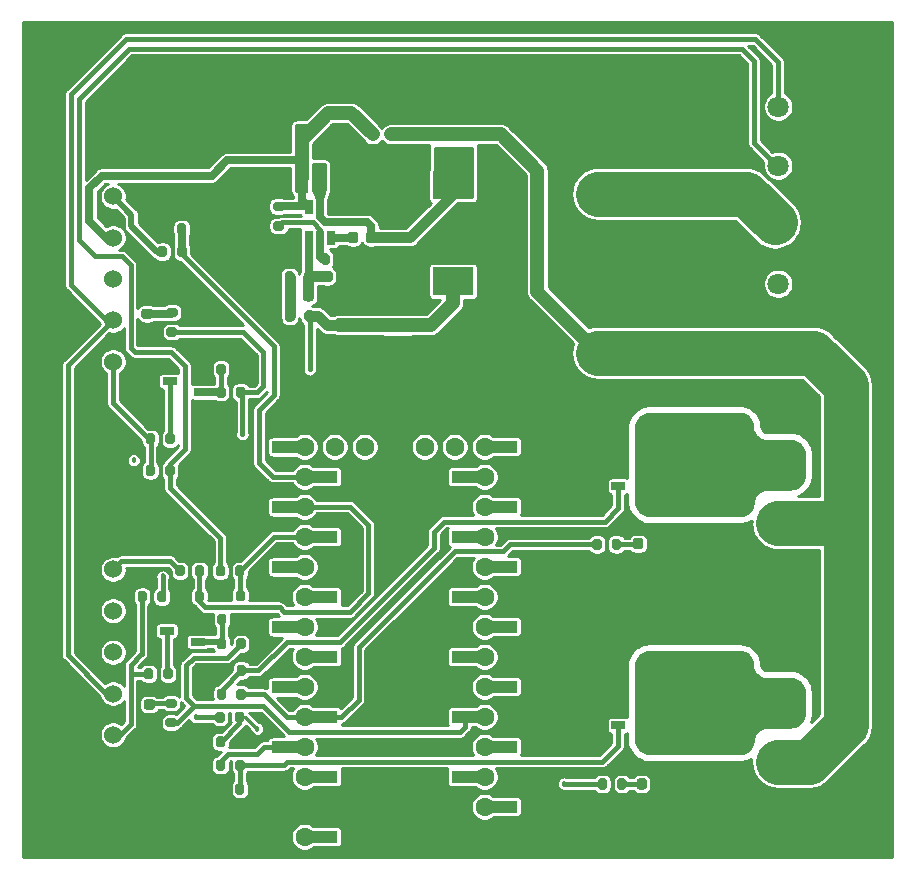
<source format=gbr>
%TF.GenerationSoftware,KiCad,Pcbnew,(5.1.9)-1*%
%TF.CreationDate,2022-12-24T12:33:20-05:00*%
%TF.ProjectId,4runner-seat-heat,3472756e-6e65-4722-9d73-6561742d6865,rev?*%
%TF.SameCoordinates,Original*%
%TF.FileFunction,Copper,L1,Top*%
%TF.FilePolarity,Positive*%
%FSLAX46Y46*%
G04 Gerber Fmt 4.6, Leading zero omitted, Abs format (unit mm)*
G04 Created by KiCad (PCBNEW (5.1.9)-1) date 2022-12-24 12:33:20*
%MOMM*%
%LPD*%
G01*
G04 APERTURE LIST*
%TA.AperFunction,ComponentPad*%
%ADD10C,1.800000*%
%TD*%
%TA.AperFunction,SMDPad,CuDef*%
%ADD11R,2.286000X1.016000*%
%TD*%
%TA.AperFunction,ComponentPad*%
%ADD12C,1.600000*%
%TD*%
%TA.AperFunction,ComponentPad*%
%ADD13R,1.600000X1.600000*%
%TD*%
%TA.AperFunction,ComponentPad*%
%ADD14C,2.159000*%
%TD*%
%TA.AperFunction,ComponentPad*%
%ADD15C,1.524000*%
%TD*%
%TA.AperFunction,SMDPad,CuDef*%
%ADD16R,0.650000X1.220000*%
%TD*%
%TA.AperFunction,SMDPad,CuDef*%
%ADD17C,0.100000*%
%TD*%
%TA.AperFunction,SMDPad,CuDef*%
%ADD18R,1.150000X0.700000*%
%TD*%
%TA.AperFunction,SMDPad,CuDef*%
%ADD19R,1.220000X0.650000*%
%TD*%
%TA.AperFunction,SMDPad,CuDef*%
%ADD20R,3.400000X2.400000*%
%TD*%
%TA.AperFunction,ViaPad*%
%ADD21C,0.457200*%
%TD*%
%TA.AperFunction,Conductor*%
%ADD22C,0.660400*%
%TD*%
%TA.AperFunction,Conductor*%
%ADD23C,1.143000*%
%TD*%
%TA.AperFunction,Conductor*%
%ADD24C,0.914400*%
%TD*%
%TA.AperFunction,Conductor*%
%ADD25C,0.381000*%
%TD*%
%TA.AperFunction,Conductor*%
%ADD26C,3.810000*%
%TD*%
%TA.AperFunction,Conductor*%
%ADD27C,0.508000*%
%TD*%
%TA.AperFunction,Conductor*%
%ADD28C,0.254000*%
%TD*%
%TA.AperFunction,Conductor*%
%ADD29C,0.100000*%
%TD*%
G04 APERTURE END LIST*
D10*
%TO.P,REF\u002A\u002A,4*%
%TO.N,N/C*%
X64312800Y-2322800D03*
%TO.P,REF\u002A\u002A,1*%
X64312800Y-17322800D03*
%TO.P,REF\u002A\u002A,3*%
X64312800Y-7322800D03*
%TO.P,REF\u002A\u002A,2*%
X64312800Y-12322800D03*
%TD*%
%TO.P,R24,2*%
%TO.N,Net-(J8-Pad6)*%
%TA.AperFunction,SMDPad,CuDef*%
G36*
G01*
X10875000Y-43525000D02*
X10875000Y-44075000D01*
G75*
G02*
X10675000Y-44275000I-200000J0D01*
G01*
X10275000Y-44275000D01*
G75*
G02*
X10075000Y-44075000I0J200000D01*
G01*
X10075000Y-43525000D01*
G75*
G02*
X10275000Y-43325000I200000J0D01*
G01*
X10675000Y-43325000D01*
G75*
G02*
X10875000Y-43525000I0J-200000D01*
G01*
G37*
%TD.AperFunction*%
%TO.P,R24,1*%
%TO.N,+12-TAIL*%
%TA.AperFunction,SMDPad,CuDef*%
G36*
G01*
X12525000Y-43525000D02*
X12525000Y-44075000D01*
G75*
G02*
X12325000Y-44275000I-200000J0D01*
G01*
X11925000Y-44275000D01*
G75*
G02*
X11725000Y-44075000I0J200000D01*
G01*
X11725000Y-43525000D01*
G75*
G02*
X11925000Y-43325000I200000J0D01*
G01*
X12325000Y-43325000D01*
G75*
G02*
X12525000Y-43525000I0J-200000D01*
G01*
G37*
%TD.AperFunction*%
%TD*%
%TO.P,R23,2*%
%TO.N,Left-Illum*%
%TA.AperFunction,SMDPad,CuDef*%
G36*
G01*
X12261400Y-50617800D02*
X12261400Y-50067800D01*
G75*
G02*
X12461400Y-49867800I200000J0D01*
G01*
X12861400Y-49867800D01*
G75*
G02*
X13061400Y-50067800I0J-200000D01*
G01*
X13061400Y-50617800D01*
G75*
G02*
X12861400Y-50817800I-200000J0D01*
G01*
X12461400Y-50817800D01*
G75*
G02*
X12261400Y-50617800I0J200000D01*
G01*
G37*
%TD.AperFunction*%
%TO.P,R23,1*%
%TO.N,Net-(J8-Pad6)*%
%TA.AperFunction,SMDPad,CuDef*%
G36*
G01*
X10611400Y-50617800D02*
X10611400Y-50067800D01*
G75*
G02*
X10811400Y-49867800I200000J0D01*
G01*
X11211400Y-49867800D01*
G75*
G02*
X11411400Y-50067800I0J-200000D01*
G01*
X11411400Y-50617800D01*
G75*
G02*
X11211400Y-50817800I-200000J0D01*
G01*
X10811400Y-50817800D01*
G75*
G02*
X10611400Y-50617800I0J200000D01*
G01*
G37*
%TD.AperFunction*%
%TD*%
%TO.P,R22,2*%
%TO.N,Net-(J3-Pad6)*%
%TA.AperFunction,SMDPad,CuDef*%
G36*
G01*
X11563800Y-32846600D02*
X11563800Y-33396600D01*
G75*
G02*
X11363800Y-33596600I-200000J0D01*
G01*
X10963800Y-33596600D01*
G75*
G02*
X10763800Y-33396600I0J200000D01*
G01*
X10763800Y-32846600D01*
G75*
G02*
X10963800Y-32646600I200000J0D01*
G01*
X11363800Y-32646600D01*
G75*
G02*
X11563800Y-32846600I0J-200000D01*
G01*
G37*
%TD.AperFunction*%
%TO.P,R22,1*%
%TO.N,+12-TAIL*%
%TA.AperFunction,SMDPad,CuDef*%
G36*
G01*
X13213800Y-32846600D02*
X13213800Y-33396600D01*
G75*
G02*
X13013800Y-33596600I-200000J0D01*
G01*
X12613800Y-33596600D01*
G75*
G02*
X12413800Y-33396600I0J200000D01*
G01*
X12413800Y-32846600D01*
G75*
G02*
X12613800Y-32646600I200000J0D01*
G01*
X13013800Y-32646600D01*
G75*
G02*
X13213800Y-32846600I0J-200000D01*
G01*
G37*
%TD.AperFunction*%
%TD*%
%TO.P,R21,2*%
%TO.N,Right-Illum*%
%TA.AperFunction,SMDPad,CuDef*%
G36*
G01*
X12413800Y-30704200D02*
X12413800Y-30154200D01*
G75*
G02*
X12613800Y-29954200I200000J0D01*
G01*
X13013800Y-29954200D01*
G75*
G02*
X13213800Y-30154200I0J-200000D01*
G01*
X13213800Y-30704200D01*
G75*
G02*
X13013800Y-30904200I-200000J0D01*
G01*
X12613800Y-30904200D01*
G75*
G02*
X12413800Y-30704200I0J200000D01*
G01*
G37*
%TD.AperFunction*%
%TO.P,R21,1*%
%TO.N,Net-(J3-Pad6)*%
%TA.AperFunction,SMDPad,CuDef*%
G36*
G01*
X10763800Y-30704200D02*
X10763800Y-30154200D01*
G75*
G02*
X10963800Y-29954200I200000J0D01*
G01*
X11363800Y-29954200D01*
G75*
G02*
X11563800Y-30154200I0J-200000D01*
G01*
X11563800Y-30704200D01*
G75*
G02*
X11363800Y-30904200I-200000J0D01*
G01*
X10963800Y-30904200D01*
G75*
G02*
X10763800Y-30704200I0J200000D01*
G01*
G37*
%TD.AperFunction*%
%TD*%
D11*
%TO.P,U2,12*%
%TO.N,Net-(U2-Pad12)*%
X41088900Y-31105000D03*
%TO.P,U2,11*%
%TO.N,Net-(U2-Pad11)*%
X37788900Y-33655000D03*
%TO.P,U2,3*%
%TO.N,Left-Illum-3V3*%
X37788900Y-53975000D03*
%TO.P,U2,10*%
%TO.N,Net-(U2-Pad10)*%
X41088900Y-36185000D03*
%TO.P,U2,GND*%
%TO.N,GND*%
X37788900Y-64135000D03*
%TO.P,U2,5*%
%TO.N,Net-(U2-Pad5)*%
X37788900Y-48895000D03*
%TO.P,U2,0*%
%TO.N,Net-(U2-Pad0)*%
X41088900Y-61585000D03*
%TO.P,U2,4*%
%TO.N,Right-Illum-3V3*%
X41088900Y-51425000D03*
%TO.P,U2,8*%
%TO.N,Net-(U2-Pad8)*%
X41088900Y-41265000D03*
%TO.P,U2,9*%
%TO.N,Net-(U2-Pad9)*%
X37788900Y-38735000D03*
%TO.P,U2,7*%
%TO.N,Net-(U2-Pad7)*%
X37788900Y-43815000D03*
%TO.P,U2,1*%
%TO.N,Net-(U2-Pad1)*%
X37788900Y-59055000D03*
%TO.P,U2,6*%
%TO.N,Net-(U2-Pad6)*%
X41088900Y-46345000D03*
%TO.P,U2,2*%
%TO.N,Net-(U2-Pad2)*%
X41088900Y-56505000D03*
%TO.P,U2,14*%
%TO.N,Right-Pot*%
X25888900Y-33665000D03*
%TO.P,U2,16*%
%TO.N,Net-(R19-Pad1)*%
X25888900Y-38745000D03*
%TO.P,U2,18*%
%TO.N,Net-(U2-Pad18)*%
X25888900Y-43825000D03*
%TO.P,U2,20*%
%TO.N,Net-(U2-Pad20)*%
X25888900Y-48905000D03*
%TO.P,U2,22*%
%TO.N,Right-Heat-3V3*%
X25888900Y-53985000D03*
%TO.P,U2,3V3*%
%TO.N,Net-(U2-Pad3V3)*%
X25888900Y-59065000D03*
%TO.P,U2,13*%
%TO.N,Net-(U2-Pad13)*%
X22588900Y-31135000D03*
%TO.P,U2,15*%
%TO.N,Left-Pot*%
X22588900Y-36215000D03*
%TO.P,U2,17*%
%TO.N,Net-(R17-Pad1)*%
X22588900Y-41295000D03*
%TO.P,U2,19*%
%TO.N,Net-(U2-Pad19)*%
X22588900Y-46375000D03*
%TO.P,U2,21*%
%TO.N,Net-(U2-Pad21)*%
X22588900Y-51455000D03*
%TO.P,U2,23*%
%TO.N,Left-Heat-3V3*%
X22588900Y-56535000D03*
%TO.P,U2,AGND*%
%TO.N,GND*%
X22588900Y-61615000D03*
%TO.P,U2,Vin*%
%TO.N,3V3*%
X25888900Y-64145000D03*
D12*
%TO.P,U2,GND*%
%TO.N,GND*%
X31838900Y-31115000D03*
%TO.P,U2,Program*%
%TO.N,Net-(U2-PadProgram)*%
X29298900Y-31115000D03*
%TO.P,U2,A14*%
%TO.N,Net-(U2-PadA14)*%
X26758900Y-31115000D03*
%TO.P,U2,13*%
%TO.N,Net-(U2-Pad13)*%
X24218900Y-31115000D03*
%TO.P,U2,3.3V*%
%TO.N,Net-(U2-Pad3.3V)*%
X34378900Y-31115000D03*
%TO.P,U2,VBat*%
%TO.N,Net-(U2-PadVBat)*%
X36918900Y-31115000D03*
%TO.P,U2,12*%
%TO.N,Net-(U2-Pad12)*%
X39458900Y-31115000D03*
%TO.P,U2,14*%
%TO.N,Right-Pot*%
X24218900Y-33655000D03*
%TO.P,U2,15*%
%TO.N,Left-Pot*%
X24218900Y-36195000D03*
%TO.P,U2,16*%
%TO.N,Net-(R19-Pad1)*%
X24218900Y-38735000D03*
%TO.P,U2,17*%
%TO.N,Net-(R17-Pad1)*%
X24218900Y-41275000D03*
%TO.P,U2,18*%
%TO.N,Net-(U2-Pad18)*%
X24218900Y-43815000D03*
%TO.P,U2,19*%
%TO.N,Net-(U2-Pad19)*%
X24218900Y-46355000D03*
%TO.P,U2,20*%
%TO.N,Net-(U2-Pad20)*%
X24218900Y-48895000D03*
%TO.P,U2,21*%
%TO.N,Net-(U2-Pad21)*%
X24218900Y-51435000D03*
%TO.P,U2,22*%
%TO.N,Right-Heat-3V3*%
X24218900Y-53975000D03*
%TO.P,U2,23*%
%TO.N,Left-Heat-3V3*%
X24218900Y-56515000D03*
%TO.P,U2,3V3*%
%TO.N,Net-(U2-Pad3V3)*%
X24218900Y-59055000D03*
%TO.P,U2,AGND*%
%TO.N,GND*%
X24218900Y-61595000D03*
%TO.P,U2,Vin*%
%TO.N,3V3*%
X24218900Y-64135000D03*
%TO.P,U2,11*%
%TO.N,Net-(U2-Pad11)*%
X39458900Y-33655000D03*
%TO.P,U2,10*%
%TO.N,Net-(U2-Pad10)*%
X39458900Y-36195000D03*
%TO.P,U2,9*%
%TO.N,Net-(U2-Pad9)*%
X39458900Y-38735000D03*
%TO.P,U2,8*%
%TO.N,Net-(U2-Pad8)*%
X39458900Y-41275000D03*
%TO.P,U2,7*%
%TO.N,Net-(U2-Pad7)*%
X39458900Y-43815000D03*
%TO.P,U2,6*%
%TO.N,Net-(U2-Pad6)*%
X39458900Y-46355000D03*
%TO.P,U2,5*%
%TO.N,Net-(U2-Pad5)*%
X39458900Y-48895000D03*
%TO.P,U2,4*%
%TO.N,Right-Illum-3V3*%
X39458900Y-51435000D03*
%TO.P,U2,3*%
%TO.N,Left-Illum-3V3*%
X39458900Y-53975000D03*
%TO.P,U2,2*%
%TO.N,Net-(U2-Pad2)*%
X39458900Y-56515000D03*
%TO.P,U2,1*%
%TO.N,Net-(U2-Pad1)*%
X39458900Y-59055000D03*
%TO.P,U2,0*%
%TO.N,Net-(U2-Pad0)*%
X39458900Y-61595000D03*
D13*
%TO.P,U2,GND*%
%TO.N,GND*%
X39458900Y-64135000D03*
%TD*%
D10*
%TO.P,Left-Heater1,2*%
%TO.N,Net-(Left-Heater1-Pad2)*%
X64312800Y-52785000D03*
%TO.P,Left-Heater1,1*%
%TO.N,+12VDC*%
X64312800Y-57785000D03*
%TD*%
%TO.P,Right-Heater1,2*%
%TO.N,Net-(Q2-Pad3)*%
X64338200Y-32592000D03*
%TO.P,Right-Heater1,1*%
%TO.N,+12VDC*%
X64338200Y-37592000D03*
%TD*%
%TO.P,C7,2*%
%TO.N,/3V3-Boot*%
%TA.AperFunction,SMDPad,CuDef*%
G36*
G01*
X28758000Y-13148500D02*
X28758000Y-13648500D01*
G75*
G02*
X28533000Y-13873500I-225000J0D01*
G01*
X28083000Y-13873500D01*
G75*
G02*
X27858000Y-13648500I0J225000D01*
G01*
X27858000Y-13148500D01*
G75*
G02*
X28083000Y-12923500I225000J0D01*
G01*
X28533000Y-12923500D01*
G75*
G02*
X28758000Y-13148500I0J-225000D01*
G01*
G37*
%TD.AperFunction*%
%TO.P,C7,1*%
%TO.N,Net-(C7-Pad1)*%
%TA.AperFunction,SMDPad,CuDef*%
G36*
G01*
X30308000Y-13148500D02*
X30308000Y-13648500D01*
G75*
G02*
X30083000Y-13873500I-225000J0D01*
G01*
X29633000Y-13873500D01*
G75*
G02*
X29408000Y-13648500I0J225000D01*
G01*
X29408000Y-13148500D01*
G75*
G02*
X29633000Y-12923500I225000J0D01*
G01*
X30083000Y-12923500D01*
G75*
G02*
X30308000Y-13148500I0J-225000D01*
G01*
G37*
%TD.AperFunction*%
%TD*%
%TO.P,C8,1*%
%TO.N,GND*%
%TA.AperFunction,SMDPad,CuDef*%
G36*
G01*
X33154801Y-24363900D02*
X30954799Y-24363900D01*
G75*
G02*
X30704800Y-24113901I0J249999D01*
G01*
X30704800Y-23463899D01*
G75*
G02*
X30954799Y-23213900I249999J0D01*
G01*
X33154801Y-23213900D01*
G75*
G02*
X33404800Y-23463899I0J-249999D01*
G01*
X33404800Y-24113901D01*
G75*
G02*
X33154801Y-24363900I-249999J0D01*
G01*
G37*
%TD.AperFunction*%
%TO.P,C8,2*%
%TO.N,3V3*%
%TA.AperFunction,SMDPad,CuDef*%
G36*
G01*
X33154801Y-21413900D02*
X30954799Y-21413900D01*
G75*
G02*
X30704800Y-21163901I0J249999D01*
G01*
X30704800Y-20513899D01*
G75*
G02*
X30954799Y-20263900I249999J0D01*
G01*
X33154801Y-20263900D01*
G75*
G02*
X33404800Y-20513899I0J-249999D01*
G01*
X33404800Y-21163901D01*
G75*
G02*
X33154801Y-21413900I-249999J0D01*
G01*
G37*
%TD.AperFunction*%
%TD*%
%TO.P,C9,2*%
%TO.N,3V3*%
%TA.AperFunction,SMDPad,CuDef*%
G36*
G01*
X29243201Y-21388500D02*
X27043199Y-21388500D01*
G75*
G02*
X26793200Y-21138501I0J249999D01*
G01*
X26793200Y-20488499D01*
G75*
G02*
X27043199Y-20238500I249999J0D01*
G01*
X29243201Y-20238500D01*
G75*
G02*
X29493200Y-20488499I0J-249999D01*
G01*
X29493200Y-21138501D01*
G75*
G02*
X29243201Y-21388500I-249999J0D01*
G01*
G37*
%TD.AperFunction*%
%TO.P,C9,1*%
%TO.N,GND*%
%TA.AperFunction,SMDPad,CuDef*%
G36*
G01*
X29243201Y-24338500D02*
X27043199Y-24338500D01*
G75*
G02*
X26793200Y-24088501I0J249999D01*
G01*
X26793200Y-23438499D01*
G75*
G02*
X27043199Y-23188500I249999J0D01*
G01*
X29243201Y-23188500D01*
G75*
G02*
X29493200Y-23438499I0J-249999D01*
G01*
X29493200Y-24088501D01*
G75*
G02*
X29243201Y-24338500I-249999J0D01*
G01*
G37*
%TD.AperFunction*%
%TD*%
%TO.P,C10,1*%
%TO.N,+12-Polyfuse*%
%TA.AperFunction,SMDPad,CuDef*%
G36*
G01*
X23400800Y-9431201D02*
X23400800Y-7231199D01*
G75*
G02*
X23650799Y-6981200I249999J0D01*
G01*
X24300801Y-6981200D01*
G75*
G02*
X24550800Y-7231199I0J-249999D01*
G01*
X24550800Y-9431201D01*
G75*
G02*
X24300801Y-9681200I-249999J0D01*
G01*
X23650799Y-9681200D01*
G75*
G02*
X23400800Y-9431201I0J249999D01*
G01*
G37*
%TD.AperFunction*%
%TO.P,C10,2*%
%TO.N,GND*%
%TA.AperFunction,SMDPad,CuDef*%
G36*
G01*
X26350800Y-9431201D02*
X26350800Y-7231199D01*
G75*
G02*
X26600799Y-6981200I249999J0D01*
G01*
X27250801Y-6981200D01*
G75*
G02*
X27500800Y-7231199I0J-249999D01*
G01*
X27500800Y-9431201D01*
G75*
G02*
X27250801Y-9681200I-249999J0D01*
G01*
X26600799Y-9681200D01*
G75*
G02*
X26350800Y-9431201I0J249999D01*
G01*
G37*
%TD.AperFunction*%
%TD*%
%TO.P,C6,2*%
%TO.N,GND*%
%TA.AperFunction,SMDPad,CuDef*%
G36*
G01*
X26338100Y-6205401D02*
X26338100Y-4005399D01*
G75*
G02*
X26588099Y-3755400I249999J0D01*
G01*
X27238101Y-3755400D01*
G75*
G02*
X27488100Y-4005399I0J-249999D01*
G01*
X27488100Y-6205401D01*
G75*
G02*
X27238101Y-6455400I-249999J0D01*
G01*
X26588099Y-6455400D01*
G75*
G02*
X26338100Y-6205401I0J249999D01*
G01*
G37*
%TD.AperFunction*%
%TO.P,C6,1*%
%TO.N,+12-Polyfuse*%
%TA.AperFunction,SMDPad,CuDef*%
G36*
G01*
X23388100Y-6205401D02*
X23388100Y-4005399D01*
G75*
G02*
X23638099Y-3755400I249999J0D01*
G01*
X24288101Y-3755400D01*
G75*
G02*
X24538100Y-4005399I0J-249999D01*
G01*
X24538100Y-6205401D01*
G75*
G02*
X24288101Y-6455400I-249999J0D01*
G01*
X23638099Y-6455400D01*
G75*
G02*
X23388100Y-6205401I0J249999D01*
G01*
G37*
%TD.AperFunction*%
%TD*%
%TO.P,C12,1*%
%TO.N,/3V3-FB*%
%TA.AperFunction,SMDPad,CuDef*%
G36*
G01*
X24999400Y-18088800D02*
X24999400Y-18588800D01*
G75*
G02*
X24774400Y-18813800I-225000J0D01*
G01*
X24324400Y-18813800D01*
G75*
G02*
X24099400Y-18588800I0J225000D01*
G01*
X24099400Y-18088800D01*
G75*
G02*
X24324400Y-17863800I225000J0D01*
G01*
X24774400Y-17863800D01*
G75*
G02*
X24999400Y-18088800I0J-225000D01*
G01*
G37*
%TD.AperFunction*%
%TO.P,C12,2*%
%TO.N,Net-(C12-Pad2)*%
%TA.AperFunction,SMDPad,CuDef*%
G36*
G01*
X23449400Y-18088800D02*
X23449400Y-18588800D01*
G75*
G02*
X23224400Y-18813800I-225000J0D01*
G01*
X22774400Y-18813800D01*
G75*
G02*
X22549400Y-18588800I0J225000D01*
G01*
X22549400Y-18088800D01*
G75*
G02*
X22774400Y-17863800I225000J0D01*
G01*
X23224400Y-17863800D01*
G75*
G02*
X23449400Y-18088800I0J-225000D01*
G01*
G37*
%TD.AperFunction*%
%TD*%
D14*
%TO.P,F1,1*%
%TO.N,/12VDC-IGN*%
X52489100Y-9690100D03*
%TO.P,F1,2*%
%TO.N,+12VDC*%
X52489100Y-23152100D03*
%TO.P,F1,1*%
%TO.N,/12VDC-IGN*%
X49085500Y-9690100D03*
%TO.P,F1,2*%
%TO.N,+12VDC*%
X49085500Y-23152100D03*
%TD*%
%TO.P,F2,1*%
%TO.N,+12-Polyfuse*%
%TA.AperFunction,SMDPad,CuDef*%
G36*
G01*
X29534400Y-4904450D02*
X29534400Y-4391950D01*
G75*
G02*
X29753150Y-4173200I218750J0D01*
G01*
X30190650Y-4173200D01*
G75*
G02*
X30409400Y-4391950I0J-218750D01*
G01*
X30409400Y-4904450D01*
G75*
G02*
X30190650Y-5123200I-218750J0D01*
G01*
X29753150Y-5123200D01*
G75*
G02*
X29534400Y-4904450I0J218750D01*
G01*
G37*
%TD.AperFunction*%
%TO.P,F2,2*%
%TO.N,+12VDC*%
%TA.AperFunction,SMDPad,CuDef*%
G36*
G01*
X31109400Y-4904450D02*
X31109400Y-4391950D01*
G75*
G02*
X31328150Y-4173200I218750J0D01*
G01*
X31765650Y-4173200D01*
G75*
G02*
X31984400Y-4391950I0J-218750D01*
G01*
X31984400Y-4904450D01*
G75*
G02*
X31765650Y-5123200I-218750J0D01*
G01*
X31328150Y-5123200D01*
G75*
G02*
X31109400Y-4904450I0J218750D01*
G01*
G37*
%TD.AperFunction*%
%TD*%
D15*
%TO.P,J3,6*%
%TO.N,Net-(J3-Pad6)*%
X8001000Y-23910000D03*
%TO.P,J3,5*%
%TO.N,DIMMER-GND*%
X8001000Y-20410000D03*
%TO.P,J3,4*%
%TO.N,Net-(J3-Pad4)*%
X8001000Y-16910000D03*
%TO.P,J3,3*%
%TO.N,+12-Polyfuse*%
X8001000Y-13410000D03*
%TO.P,J3,2*%
%TO.N,Net-(J3-Pad2)*%
X8001000Y-9910000D03*
%TO.P,J3,1*%
%TO.N,GND*%
X8001000Y-6410000D03*
%TD*%
%TO.P,J8,1*%
%TO.N,GND*%
X8001000Y-38007600D03*
%TO.P,J8,2*%
%TO.N,Net-(J8-Pad2)*%
X8001000Y-41507600D03*
%TO.P,J8,3*%
%TO.N,+12-Polyfuse*%
X8001000Y-45007600D03*
%TO.P,J8,4*%
%TO.N,Net-(J8-Pad4)*%
X8001000Y-48507600D03*
%TO.P,J8,5*%
%TO.N,DIMMER-GND*%
X8001000Y-52007600D03*
%TO.P,J8,6*%
%TO.N,Net-(J8-Pad6)*%
X8001000Y-55507600D03*
%TD*%
%TO.P,R1,2*%
%TO.N,Left-Heat-3V3*%
%TA.AperFunction,SMDPad,CuDef*%
G36*
G01*
X17507400Y-57802100D02*
X17507400Y-58352100D01*
G75*
G02*
X17307400Y-58552100I-200000J0D01*
G01*
X16907400Y-58552100D01*
G75*
G02*
X16707400Y-58352100I0J200000D01*
G01*
X16707400Y-57802100D01*
G75*
G02*
X16907400Y-57602100I200000J0D01*
G01*
X17307400Y-57602100D01*
G75*
G02*
X17507400Y-57802100I0J-200000D01*
G01*
G37*
%TD.AperFunction*%
%TO.P,R1,1*%
%TO.N,Net-(Q1-Pad1)*%
%TA.AperFunction,SMDPad,CuDef*%
G36*
G01*
X19157400Y-57802100D02*
X19157400Y-58352100D01*
G75*
G02*
X18957400Y-58552100I-200000J0D01*
G01*
X18557400Y-58552100D01*
G75*
G02*
X18357400Y-58352100I0J200000D01*
G01*
X18357400Y-57802100D01*
G75*
G02*
X18557400Y-57602100I200000J0D01*
G01*
X18957400Y-57602100D01*
G75*
G02*
X19157400Y-57802100I0J-200000D01*
G01*
G37*
%TD.AperFunction*%
%TD*%
%TO.P,R3,1*%
%TO.N,Net-(D1-Pad2)*%
%TA.AperFunction,SMDPad,CuDef*%
G36*
G01*
X51478900Y-59389600D02*
X51478900Y-59939600D01*
G75*
G02*
X51278900Y-60139600I-200000J0D01*
G01*
X50878900Y-60139600D01*
G75*
G02*
X50678900Y-59939600I0J200000D01*
G01*
X50678900Y-59389600D01*
G75*
G02*
X50878900Y-59189600I200000J0D01*
G01*
X51278900Y-59189600D01*
G75*
G02*
X51478900Y-59389600I0J-200000D01*
G01*
G37*
%TD.AperFunction*%
%TO.P,R3,2*%
%TO.N,Left-Heat-3V3*%
%TA.AperFunction,SMDPad,CuDef*%
G36*
G01*
X49828900Y-59389600D02*
X49828900Y-59939600D01*
G75*
G02*
X49628900Y-60139600I-200000J0D01*
G01*
X49228900Y-60139600D01*
G75*
G02*
X49028900Y-59939600I0J200000D01*
G01*
X49028900Y-59389600D01*
G75*
G02*
X49228900Y-59189600I200000J0D01*
G01*
X49628900Y-59189600D01*
G75*
G02*
X49828900Y-59389600I0J-200000D01*
G01*
G37*
%TD.AperFunction*%
%TD*%
%TO.P,R2,2*%
%TO.N,Net-(Q1-Pad1)*%
%TA.AperFunction,SMDPad,CuDef*%
G36*
G01*
X18332000Y-60384100D02*
X18332000Y-59834100D01*
G75*
G02*
X18532000Y-59634100I200000J0D01*
G01*
X18932000Y-59634100D01*
G75*
G02*
X19132000Y-59834100I0J-200000D01*
G01*
X19132000Y-60384100D01*
G75*
G02*
X18932000Y-60584100I-200000J0D01*
G01*
X18532000Y-60584100D01*
G75*
G02*
X18332000Y-60384100I0J200000D01*
G01*
G37*
%TD.AperFunction*%
%TO.P,R2,1*%
%TO.N,GND*%
%TA.AperFunction,SMDPad,CuDef*%
G36*
G01*
X16682000Y-60384100D02*
X16682000Y-59834100D01*
G75*
G02*
X16882000Y-59634100I200000J0D01*
G01*
X17282000Y-59634100D01*
G75*
G02*
X17482000Y-59834100I0J-200000D01*
G01*
X17482000Y-60384100D01*
G75*
G02*
X17282000Y-60584100I-200000J0D01*
G01*
X16882000Y-60584100D01*
G75*
G02*
X16682000Y-60384100I0J200000D01*
G01*
G37*
%TD.AperFunction*%
%TD*%
%TO.P,R9,1*%
%TO.N,Right-Pot*%
%TA.AperFunction,SMDPad,CuDef*%
G36*
G01*
X14229800Y-14317300D02*
X14229800Y-14867300D01*
G75*
G02*
X14029800Y-15067300I-200000J0D01*
G01*
X13629800Y-15067300D01*
G75*
G02*
X13429800Y-14867300I0J200000D01*
G01*
X13429800Y-14317300D01*
G75*
G02*
X13629800Y-14117300I200000J0D01*
G01*
X14029800Y-14117300D01*
G75*
G02*
X14229800Y-14317300I0J-200000D01*
G01*
G37*
%TD.AperFunction*%
%TO.P,R9,2*%
%TO.N,Net-(J3-Pad2)*%
%TA.AperFunction,SMDPad,CuDef*%
G36*
G01*
X12579800Y-14317300D02*
X12579800Y-14867300D01*
G75*
G02*
X12379800Y-15067300I-200000J0D01*
G01*
X11979800Y-15067300D01*
G75*
G02*
X11779800Y-14867300I0J200000D01*
G01*
X11779800Y-14317300D01*
G75*
G02*
X11979800Y-14117300I200000J0D01*
G01*
X12379800Y-14117300D01*
G75*
G02*
X12579800Y-14317300I0J-200000D01*
G01*
G37*
%TD.AperFunction*%
%TD*%
%TO.P,R12,2*%
%TO.N,GND*%
%TA.AperFunction,SMDPad,CuDef*%
G36*
G01*
X12567100Y-12412300D02*
X12567100Y-12962300D01*
G75*
G02*
X12367100Y-13162300I-200000J0D01*
G01*
X11967100Y-13162300D01*
G75*
G02*
X11767100Y-12962300I0J200000D01*
G01*
X11767100Y-12412300D01*
G75*
G02*
X11967100Y-12212300I200000J0D01*
G01*
X12367100Y-12212300D01*
G75*
G02*
X12567100Y-12412300I0J-200000D01*
G01*
G37*
%TD.AperFunction*%
%TO.P,R12,1*%
%TO.N,Right-Pot*%
%TA.AperFunction,SMDPad,CuDef*%
G36*
G01*
X14217100Y-12412300D02*
X14217100Y-12962300D01*
G75*
G02*
X14017100Y-13162300I-200000J0D01*
G01*
X13617100Y-13162300D01*
G75*
G02*
X13417100Y-12962300I0J200000D01*
G01*
X13417100Y-12412300D01*
G75*
G02*
X13617100Y-12212300I200000J0D01*
G01*
X14017100Y-12212300D01*
G75*
G02*
X14217100Y-12412300I0J-200000D01*
G01*
G37*
%TD.AperFunction*%
%TD*%
%TO.P,R4,1*%
%TO.N,Net-(Q2-Pad1)*%
%TA.AperFunction,SMDPad,CuDef*%
G36*
G01*
X16796300Y-52345000D02*
X16796300Y-51795000D01*
G75*
G02*
X16996300Y-51595000I200000J0D01*
G01*
X17396300Y-51595000D01*
G75*
G02*
X17596300Y-51795000I0J-200000D01*
G01*
X17596300Y-52345000D01*
G75*
G02*
X17396300Y-52545000I-200000J0D01*
G01*
X16996300Y-52545000D01*
G75*
G02*
X16796300Y-52345000I0J200000D01*
G01*
G37*
%TD.AperFunction*%
%TO.P,R4,2*%
%TO.N,Right-Heat-3V3*%
%TA.AperFunction,SMDPad,CuDef*%
G36*
G01*
X18446300Y-52345000D02*
X18446300Y-51795000D01*
G75*
G02*
X18646300Y-51595000I200000J0D01*
G01*
X19046300Y-51595000D01*
G75*
G02*
X19246300Y-51795000I0J-200000D01*
G01*
X19246300Y-52345000D01*
G75*
G02*
X19046300Y-52545000I-200000J0D01*
G01*
X18646300Y-52545000D01*
G75*
G02*
X18446300Y-52345000I0J200000D01*
G01*
G37*
%TD.AperFunction*%
%TD*%
%TO.P,R7,2*%
%TO.N,Right-Heat-3V3*%
%TA.AperFunction,SMDPad,CuDef*%
G36*
G01*
X49371700Y-39107700D02*
X49371700Y-39657700D01*
G75*
G02*
X49171700Y-39857700I-200000J0D01*
G01*
X48771700Y-39857700D01*
G75*
G02*
X48571700Y-39657700I0J200000D01*
G01*
X48571700Y-39107700D01*
G75*
G02*
X48771700Y-38907700I200000J0D01*
G01*
X49171700Y-38907700D01*
G75*
G02*
X49371700Y-39107700I0J-200000D01*
G01*
G37*
%TD.AperFunction*%
%TO.P,R7,1*%
%TO.N,Net-(D2-Pad2)*%
%TA.AperFunction,SMDPad,CuDef*%
G36*
G01*
X51021700Y-39107700D02*
X51021700Y-39657700D01*
G75*
G02*
X50821700Y-39857700I-200000J0D01*
G01*
X50421700Y-39857700D01*
G75*
G02*
X50221700Y-39657700I0J200000D01*
G01*
X50221700Y-39107700D01*
G75*
G02*
X50421700Y-38907700I200000J0D01*
G01*
X50821700Y-38907700D01*
G75*
G02*
X51021700Y-39107700I0J-200000D01*
G01*
G37*
%TD.AperFunction*%
%TD*%
%TO.P,R5,1*%
%TO.N,GND*%
%TA.AperFunction,SMDPad,CuDef*%
G36*
G01*
X16821700Y-50325700D02*
X16821700Y-49775700D01*
G75*
G02*
X17021700Y-49575700I200000J0D01*
G01*
X17421700Y-49575700D01*
G75*
G02*
X17621700Y-49775700I0J-200000D01*
G01*
X17621700Y-50325700D01*
G75*
G02*
X17421700Y-50525700I-200000J0D01*
G01*
X17021700Y-50525700D01*
G75*
G02*
X16821700Y-50325700I0J200000D01*
G01*
G37*
%TD.AperFunction*%
%TO.P,R5,2*%
%TO.N,Net-(Q2-Pad1)*%
%TA.AperFunction,SMDPad,CuDef*%
G36*
G01*
X18471700Y-50325700D02*
X18471700Y-49775700D01*
G75*
G02*
X18671700Y-49575700I200000J0D01*
G01*
X19071700Y-49575700D01*
G75*
G02*
X19271700Y-49775700I0J-200000D01*
G01*
X19271700Y-50325700D01*
G75*
G02*
X19071700Y-50525700I-200000J0D01*
G01*
X18671700Y-50525700D01*
G75*
G02*
X18471700Y-50325700I0J200000D01*
G01*
G37*
%TD.AperFunction*%
%TD*%
%TO.P,R6,2*%
%TO.N,Net-(J8-Pad2)*%
%TA.AperFunction,SMDPad,CuDef*%
G36*
G01*
X14078400Y-41342900D02*
X14078400Y-41892900D01*
G75*
G02*
X13878400Y-42092900I-200000J0D01*
G01*
X13478400Y-42092900D01*
G75*
G02*
X13278400Y-41892900I0J200000D01*
G01*
X13278400Y-41342900D01*
G75*
G02*
X13478400Y-41142900I200000J0D01*
G01*
X13878400Y-41142900D01*
G75*
G02*
X14078400Y-41342900I0J-200000D01*
G01*
G37*
%TD.AperFunction*%
%TO.P,R6,1*%
%TO.N,Left-Pot*%
%TA.AperFunction,SMDPad,CuDef*%
G36*
G01*
X15728400Y-41342900D02*
X15728400Y-41892900D01*
G75*
G02*
X15528400Y-42092900I-200000J0D01*
G01*
X15128400Y-42092900D01*
G75*
G02*
X14928400Y-41892900I0J200000D01*
G01*
X14928400Y-41342900D01*
G75*
G02*
X15128400Y-41142900I200000J0D01*
G01*
X15528400Y-41142900D01*
G75*
G02*
X15728400Y-41342900I0J-200000D01*
G01*
G37*
%TD.AperFunction*%
%TD*%
%TO.P,R8,1*%
%TO.N,Left-Pot*%
%TA.AperFunction,SMDPad,CuDef*%
G36*
G01*
X15703000Y-43514600D02*
X15703000Y-44064600D01*
G75*
G02*
X15503000Y-44264600I-200000J0D01*
G01*
X15103000Y-44264600D01*
G75*
G02*
X14903000Y-44064600I0J200000D01*
G01*
X14903000Y-43514600D01*
G75*
G02*
X15103000Y-43314600I200000J0D01*
G01*
X15503000Y-43314600D01*
G75*
G02*
X15703000Y-43514600I0J-200000D01*
G01*
G37*
%TD.AperFunction*%
%TO.P,R8,2*%
%TO.N,GND*%
%TA.AperFunction,SMDPad,CuDef*%
G36*
G01*
X14053000Y-43514600D02*
X14053000Y-44064600D01*
G75*
G02*
X13853000Y-44264600I-200000J0D01*
G01*
X13453000Y-44264600D01*
G75*
G02*
X13253000Y-44064600I0J200000D01*
G01*
X13253000Y-43514600D01*
G75*
G02*
X13453000Y-43314600I200000J0D01*
G01*
X13853000Y-43314600D01*
G75*
G02*
X14053000Y-43514600I0J-200000D01*
G01*
G37*
%TD.AperFunction*%
%TD*%
%TO.P,R11,1*%
%TO.N,Net-(Q4-Pad1)*%
%TA.AperFunction,SMDPad,CuDef*%
G36*
G01*
X16745500Y-26779900D02*
X16745500Y-26229900D01*
G75*
G02*
X16945500Y-26029900I200000J0D01*
G01*
X17345500Y-26029900D01*
G75*
G02*
X17545500Y-26229900I0J-200000D01*
G01*
X17545500Y-26779900D01*
G75*
G02*
X17345500Y-26979900I-200000J0D01*
G01*
X16945500Y-26979900D01*
G75*
G02*
X16745500Y-26779900I0J200000D01*
G01*
G37*
%TD.AperFunction*%
%TO.P,R11,2*%
%TO.N,Right-Illum-3V3*%
%TA.AperFunction,SMDPad,CuDef*%
G36*
G01*
X18395500Y-26779900D02*
X18395500Y-26229900D01*
G75*
G02*
X18595500Y-26029900I200000J0D01*
G01*
X18995500Y-26029900D01*
G75*
G02*
X19195500Y-26229900I0J-200000D01*
G01*
X19195500Y-26779900D01*
G75*
G02*
X18995500Y-26979900I-200000J0D01*
G01*
X18595500Y-26979900D01*
G75*
G02*
X18395500Y-26779900I0J200000D01*
G01*
G37*
%TD.AperFunction*%
%TD*%
%TO.P,R10,2*%
%TO.N,Left-Illum-3V3*%
%TA.AperFunction,SMDPad,CuDef*%
G36*
G01*
X18446300Y-48065100D02*
X18446300Y-47515100D01*
G75*
G02*
X18646300Y-47315100I200000J0D01*
G01*
X19046300Y-47315100D01*
G75*
G02*
X19246300Y-47515100I0J-200000D01*
G01*
X19246300Y-48065100D01*
G75*
G02*
X19046300Y-48265100I-200000J0D01*
G01*
X18646300Y-48265100D01*
G75*
G02*
X18446300Y-48065100I0J200000D01*
G01*
G37*
%TD.AperFunction*%
%TO.P,R10,1*%
%TO.N,Net-(Q3-Pad1)*%
%TA.AperFunction,SMDPad,CuDef*%
G36*
G01*
X16796300Y-48065100D02*
X16796300Y-47515100D01*
G75*
G02*
X16996300Y-47315100I200000J0D01*
G01*
X17396300Y-47315100D01*
G75*
G02*
X17596300Y-47515100I0J-200000D01*
G01*
X17596300Y-48065100D01*
G75*
G02*
X17396300Y-48265100I-200000J0D01*
G01*
X16996300Y-48265100D01*
G75*
G02*
X16796300Y-48065100I0J200000D01*
G01*
G37*
%TD.AperFunction*%
%TD*%
%TO.P,R16,1*%
%TO.N,Net-(D3-Pad2)*%
%TA.AperFunction,SMDPad,CuDef*%
G36*
G01*
X12717100Y-19349000D02*
X13267100Y-19349000D01*
G75*
G02*
X13467100Y-19549000I0J-200000D01*
G01*
X13467100Y-19949000D01*
G75*
G02*
X13267100Y-20149000I-200000J0D01*
G01*
X12717100Y-20149000D01*
G75*
G02*
X12517100Y-19949000I0J200000D01*
G01*
X12517100Y-19549000D01*
G75*
G02*
X12717100Y-19349000I200000J0D01*
G01*
G37*
%TD.AperFunction*%
%TO.P,R16,2*%
%TO.N,Right-Illum-3V3*%
%TA.AperFunction,SMDPad,CuDef*%
G36*
G01*
X12717100Y-20999000D02*
X13267100Y-20999000D01*
G75*
G02*
X13467100Y-21199000I0J-200000D01*
G01*
X13467100Y-21599000D01*
G75*
G02*
X13267100Y-21799000I-200000J0D01*
G01*
X12717100Y-21799000D01*
G75*
G02*
X12517100Y-21599000I0J200000D01*
G01*
X12517100Y-21199000D01*
G75*
G02*
X12717100Y-20999000I200000J0D01*
G01*
G37*
%TD.AperFunction*%
%TD*%
%TO.P,R15,2*%
%TO.N,Left-Illum-3V3*%
%TA.AperFunction,SMDPad,CuDef*%
G36*
G01*
X12628200Y-54082500D02*
X13178200Y-54082500D01*
G75*
G02*
X13378200Y-54282500I0J-200000D01*
G01*
X13378200Y-54682500D01*
G75*
G02*
X13178200Y-54882500I-200000J0D01*
G01*
X12628200Y-54882500D01*
G75*
G02*
X12428200Y-54682500I0J200000D01*
G01*
X12428200Y-54282500D01*
G75*
G02*
X12628200Y-54082500I200000J0D01*
G01*
G37*
%TD.AperFunction*%
%TO.P,R15,1*%
%TO.N,Net-(D4-Pad2)*%
%TA.AperFunction,SMDPad,CuDef*%
G36*
G01*
X12628200Y-52432500D02*
X13178200Y-52432500D01*
G75*
G02*
X13378200Y-52632500I0J-200000D01*
G01*
X13378200Y-53032500D01*
G75*
G02*
X13178200Y-53232500I-200000J0D01*
G01*
X12628200Y-53232500D01*
G75*
G02*
X12428200Y-53032500I0J200000D01*
G01*
X12428200Y-52632500D01*
G75*
G02*
X12628200Y-52432500I200000J0D01*
G01*
G37*
%TD.AperFunction*%
%TD*%
%TO.P,R14,2*%
%TO.N,Net-(Q4-Pad1)*%
%TA.AperFunction,SMDPad,CuDef*%
G36*
G01*
X17545500Y-24286800D02*
X17545500Y-24836800D01*
G75*
G02*
X17345500Y-25036800I-200000J0D01*
G01*
X16945500Y-25036800D01*
G75*
G02*
X16745500Y-24836800I0J200000D01*
G01*
X16745500Y-24286800D01*
G75*
G02*
X16945500Y-24086800I200000J0D01*
G01*
X17345500Y-24086800D01*
G75*
G02*
X17545500Y-24286800I0J-200000D01*
G01*
G37*
%TD.AperFunction*%
%TO.P,R14,1*%
%TO.N,GND*%
%TA.AperFunction,SMDPad,CuDef*%
G36*
G01*
X19195500Y-24286800D02*
X19195500Y-24836800D01*
G75*
G02*
X18995500Y-25036800I-200000J0D01*
G01*
X18595500Y-25036800D01*
G75*
G02*
X18395500Y-24836800I0J200000D01*
G01*
X18395500Y-24286800D01*
G75*
G02*
X18595500Y-24086800I200000J0D01*
G01*
X18995500Y-24086800D01*
G75*
G02*
X19195500Y-24286800I0J-200000D01*
G01*
G37*
%TD.AperFunction*%
%TD*%
%TO.P,R13,2*%
%TO.N,Net-(Q3-Pad1)*%
%TA.AperFunction,SMDPad,CuDef*%
G36*
G01*
X17609000Y-45445000D02*
X17609000Y-45995000D01*
G75*
G02*
X17409000Y-46195000I-200000J0D01*
G01*
X17009000Y-46195000D01*
G75*
G02*
X16809000Y-45995000I0J200000D01*
G01*
X16809000Y-45445000D01*
G75*
G02*
X17009000Y-45245000I200000J0D01*
G01*
X17409000Y-45245000D01*
G75*
G02*
X17609000Y-45445000I0J-200000D01*
G01*
G37*
%TD.AperFunction*%
%TO.P,R13,1*%
%TO.N,GND*%
%TA.AperFunction,SMDPad,CuDef*%
G36*
G01*
X19259000Y-45445000D02*
X19259000Y-45995000D01*
G75*
G02*
X19059000Y-46195000I-200000J0D01*
G01*
X18659000Y-46195000D01*
G75*
G02*
X18459000Y-45995000I0J200000D01*
G01*
X18459000Y-45445000D01*
G75*
G02*
X18659000Y-45245000I200000J0D01*
G01*
X19059000Y-45245000D01*
G75*
G02*
X19259000Y-45445000I0J-200000D01*
G01*
G37*
%TD.AperFunction*%
%TD*%
%TO.P,R34,1*%
%TO.N,3V3*%
%TA.AperFunction,SMDPad,CuDef*%
G36*
G01*
X25012100Y-19765600D02*
X25012100Y-20315600D01*
G75*
G02*
X24812100Y-20515600I-200000J0D01*
G01*
X24412100Y-20515600D01*
G75*
G02*
X24212100Y-20315600I0J200000D01*
G01*
X24212100Y-19765600D01*
G75*
G02*
X24412100Y-19565600I200000J0D01*
G01*
X24812100Y-19565600D01*
G75*
G02*
X25012100Y-19765600I0J-200000D01*
G01*
G37*
%TD.AperFunction*%
%TO.P,R34,2*%
%TO.N,Net-(C12-Pad2)*%
%TA.AperFunction,SMDPad,CuDef*%
G36*
G01*
X23362100Y-19765600D02*
X23362100Y-20315600D01*
G75*
G02*
X23162100Y-20515600I-200000J0D01*
G01*
X22762100Y-20515600D01*
G75*
G02*
X22562100Y-20315600I0J200000D01*
G01*
X22562100Y-19765600D01*
G75*
G02*
X22762100Y-19565600I200000J0D01*
G01*
X23162100Y-19565600D01*
G75*
G02*
X23362100Y-19765600I0J-200000D01*
G01*
G37*
%TD.AperFunction*%
%TD*%
%TO.P,R35,1*%
%TO.N,+12-Polyfuse*%
%TA.AperFunction,SMDPad,CuDef*%
G36*
G01*
X21746800Y-10370100D02*
X22296800Y-10370100D01*
G75*
G02*
X22496800Y-10570100I0J-200000D01*
G01*
X22496800Y-10970100D01*
G75*
G02*
X22296800Y-11170100I-200000J0D01*
G01*
X21746800Y-11170100D01*
G75*
G02*
X21546800Y-10970100I0J200000D01*
G01*
X21546800Y-10570100D01*
G75*
G02*
X21746800Y-10370100I200000J0D01*
G01*
G37*
%TD.AperFunction*%
%TO.P,R35,2*%
%TO.N,/3V3-EN*%
%TA.AperFunction,SMDPad,CuDef*%
G36*
G01*
X21746800Y-12020100D02*
X22296800Y-12020100D01*
G75*
G02*
X22496800Y-12220100I0J-200000D01*
G01*
X22496800Y-12620100D01*
G75*
G02*
X22296800Y-12820100I-200000J0D01*
G01*
X21746800Y-12820100D01*
G75*
G02*
X21546800Y-12620100I0J200000D01*
G01*
X21546800Y-12220100D01*
G75*
G02*
X21746800Y-12020100I200000J0D01*
G01*
G37*
%TD.AperFunction*%
%TD*%
%TO.P,R36,2*%
%TO.N,/3V3-FB*%
%TA.AperFunction,SMDPad,CuDef*%
G36*
G01*
X24199400Y-16988200D02*
X24199400Y-16438200D01*
G75*
G02*
X24399400Y-16238200I200000J0D01*
G01*
X24799400Y-16238200D01*
G75*
G02*
X24999400Y-16438200I0J-200000D01*
G01*
X24999400Y-16988200D01*
G75*
G02*
X24799400Y-17188200I-200000J0D01*
G01*
X24399400Y-17188200D01*
G75*
G02*
X24199400Y-16988200I0J200000D01*
G01*
G37*
%TD.AperFunction*%
%TO.P,R36,1*%
%TO.N,Net-(C12-Pad2)*%
%TA.AperFunction,SMDPad,CuDef*%
G36*
G01*
X22549400Y-16988200D02*
X22549400Y-16438200D01*
G75*
G02*
X22749400Y-16238200I200000J0D01*
G01*
X23149400Y-16238200D01*
G75*
G02*
X23349400Y-16438200I0J-200000D01*
G01*
X23349400Y-16988200D01*
G75*
G02*
X23149400Y-17188200I-200000J0D01*
G01*
X22749400Y-17188200D01*
G75*
G02*
X22549400Y-16988200I0J200000D01*
G01*
G37*
%TD.AperFunction*%
%TD*%
%TO.P,R37,2*%
%TO.N,GND*%
%TA.AperFunction,SMDPad,CuDef*%
G36*
G01*
X27209300Y-15502300D02*
X27209300Y-14952300D01*
G75*
G02*
X27409300Y-14752300I200000J0D01*
G01*
X27809300Y-14752300D01*
G75*
G02*
X28009300Y-14952300I0J-200000D01*
G01*
X28009300Y-15502300D01*
G75*
G02*
X27809300Y-15702300I-200000J0D01*
G01*
X27409300Y-15702300D01*
G75*
G02*
X27209300Y-15502300I0J200000D01*
G01*
G37*
%TD.AperFunction*%
%TO.P,R37,1*%
%TO.N,/3V3-EN*%
%TA.AperFunction,SMDPad,CuDef*%
G36*
G01*
X25559300Y-15502300D02*
X25559300Y-14952300D01*
G75*
G02*
X25759300Y-14752300I200000J0D01*
G01*
X26159300Y-14752300D01*
G75*
G02*
X26359300Y-14952300I0J-200000D01*
G01*
X26359300Y-15502300D01*
G75*
G02*
X26159300Y-15702300I-200000J0D01*
G01*
X25759300Y-15702300D01*
G75*
G02*
X25559300Y-15502300I0J200000D01*
G01*
G37*
%TD.AperFunction*%
%TD*%
%TO.P,R38,1*%
%TO.N,/3V3-FB*%
%TA.AperFunction,SMDPad,CuDef*%
G36*
G01*
X25625600Y-16938000D02*
X25625600Y-16463000D01*
G75*
G02*
X25863100Y-16225500I237500J0D01*
G01*
X26363100Y-16225500D01*
G75*
G02*
X26600600Y-16463000I0J-237500D01*
G01*
X26600600Y-16938000D01*
G75*
G02*
X26363100Y-17175500I-237500J0D01*
G01*
X25863100Y-17175500D01*
G75*
G02*
X25625600Y-16938000I0J237500D01*
G01*
G37*
%TD.AperFunction*%
%TO.P,R38,2*%
%TO.N,GND*%
%TA.AperFunction,SMDPad,CuDef*%
G36*
G01*
X27450600Y-16938000D02*
X27450600Y-16463000D01*
G75*
G02*
X27688100Y-16225500I237500J0D01*
G01*
X28188100Y-16225500D01*
G75*
G02*
X28425600Y-16463000I0J-237500D01*
G01*
X28425600Y-16938000D01*
G75*
G02*
X28188100Y-17175500I-237500J0D01*
G01*
X27688100Y-17175500D01*
G75*
G02*
X27450600Y-16938000I0J237500D01*
G01*
G37*
%TD.AperFunction*%
%TD*%
%TO.P,R17,1*%
%TO.N,Net-(R17-Pad1)*%
%TA.AperFunction,SMDPad,CuDef*%
G36*
G01*
X19106600Y-53738100D02*
X19106600Y-54288100D01*
G75*
G02*
X18906600Y-54488100I-200000J0D01*
G01*
X18506600Y-54488100D01*
G75*
G02*
X18306600Y-54288100I0J200000D01*
G01*
X18306600Y-53738100D01*
G75*
G02*
X18506600Y-53538100I200000J0D01*
G01*
X18906600Y-53538100D01*
G75*
G02*
X19106600Y-53738100I0J-200000D01*
G01*
G37*
%TD.AperFunction*%
%TO.P,R17,2*%
%TO.N,+12VDC*%
%TA.AperFunction,SMDPad,CuDef*%
G36*
G01*
X17456600Y-53738100D02*
X17456600Y-54288100D01*
G75*
G02*
X17256600Y-54488100I-200000J0D01*
G01*
X16856600Y-54488100D01*
G75*
G02*
X16656600Y-54288100I0J200000D01*
G01*
X16656600Y-53738100D01*
G75*
G02*
X16856600Y-53538100I200000J0D01*
G01*
X17256600Y-53538100D01*
G75*
G02*
X17456600Y-53738100I0J-200000D01*
G01*
G37*
%TD.AperFunction*%
%TD*%
%TO.P,R19,2*%
%TO.N,+12-TAIL*%
%TA.AperFunction,SMDPad,CuDef*%
G36*
G01*
X17482000Y-41342900D02*
X17482000Y-41892900D01*
G75*
G02*
X17282000Y-42092900I-200000J0D01*
G01*
X16882000Y-42092900D01*
G75*
G02*
X16682000Y-41892900I0J200000D01*
G01*
X16682000Y-41342900D01*
G75*
G02*
X16882000Y-41142900I200000J0D01*
G01*
X17282000Y-41142900D01*
G75*
G02*
X17482000Y-41342900I0J-200000D01*
G01*
G37*
%TD.AperFunction*%
%TO.P,R19,1*%
%TO.N,Net-(R19-Pad1)*%
%TA.AperFunction,SMDPad,CuDef*%
G36*
G01*
X19132000Y-41342900D02*
X19132000Y-41892900D01*
G75*
G02*
X18932000Y-42092900I-200000J0D01*
G01*
X18532000Y-42092900D01*
G75*
G02*
X18332000Y-41892900I0J200000D01*
G01*
X18332000Y-41342900D01*
G75*
G02*
X18532000Y-41142900I200000J0D01*
G01*
X18932000Y-41142900D01*
G75*
G02*
X19132000Y-41342900I0J-200000D01*
G01*
G37*
%TD.AperFunction*%
%TD*%
%TO.P,R18,1*%
%TO.N,GND*%
%TA.AperFunction,SMDPad,CuDef*%
G36*
G01*
X19157400Y-55820900D02*
X19157400Y-56370900D01*
G75*
G02*
X18957400Y-56570900I-200000J0D01*
G01*
X18557400Y-56570900D01*
G75*
G02*
X18357400Y-56370900I0J200000D01*
G01*
X18357400Y-55820900D01*
G75*
G02*
X18557400Y-55620900I200000J0D01*
G01*
X18957400Y-55620900D01*
G75*
G02*
X19157400Y-55820900I0J-200000D01*
G01*
G37*
%TD.AperFunction*%
%TO.P,R18,2*%
%TO.N,Net-(R17-Pad1)*%
%TA.AperFunction,SMDPad,CuDef*%
G36*
G01*
X17507400Y-55820900D02*
X17507400Y-56370900D01*
G75*
G02*
X17307400Y-56570900I-200000J0D01*
G01*
X16907400Y-56570900D01*
G75*
G02*
X16707400Y-56370900I0J200000D01*
G01*
X16707400Y-55820900D01*
G75*
G02*
X16907400Y-55620900I200000J0D01*
G01*
X17307400Y-55620900D01*
G75*
G02*
X17507400Y-55820900I0J-200000D01*
G01*
G37*
%TD.AperFunction*%
%TD*%
%TO.P,R20,1*%
%TO.N,GND*%
%TA.AperFunction,SMDPad,CuDef*%
G36*
G01*
X16732800Y-44001100D02*
X16732800Y-43451100D01*
G75*
G02*
X16932800Y-43251100I200000J0D01*
G01*
X17332800Y-43251100D01*
G75*
G02*
X17532800Y-43451100I0J-200000D01*
G01*
X17532800Y-44001100D01*
G75*
G02*
X17332800Y-44201100I-200000J0D01*
G01*
X16932800Y-44201100D01*
G75*
G02*
X16732800Y-44001100I0J200000D01*
G01*
G37*
%TD.AperFunction*%
%TO.P,R20,2*%
%TO.N,Net-(R19-Pad1)*%
%TA.AperFunction,SMDPad,CuDef*%
G36*
G01*
X18382800Y-44001100D02*
X18382800Y-43451100D01*
G75*
G02*
X18582800Y-43251100I200000J0D01*
G01*
X18982800Y-43251100D01*
G75*
G02*
X19182800Y-43451100I0J-200000D01*
G01*
X19182800Y-44001100D01*
G75*
G02*
X18982800Y-44201100I-200000J0D01*
G01*
X18582800Y-44201100D01*
G75*
G02*
X18382800Y-44001100I0J200000D01*
G01*
G37*
%TD.AperFunction*%
%TD*%
D16*
%TO.P,U1,2*%
%TO.N,Net-(C7-Pad1)*%
X25512800Y-10793100D03*
%TO.P,U1,1*%
%TO.N,GND*%
X26462800Y-10793100D03*
%TO.P,U1,6*%
%TO.N,/3V3-Boot*%
X26462800Y-13413100D03*
%TO.P,U1,3*%
%TO.N,+12-Polyfuse*%
X24562800Y-10793100D03*
%TO.P,U1,5*%
%TO.N,/3V3-EN*%
X25512800Y-13413100D03*
%TO.P,U1,4*%
%TO.N,/3V3-FB*%
X24562800Y-13413100D03*
%TD*%
%TO.P,D1,2*%
%TO.N,Net-(D1-Pad2)*%
%TA.AperFunction,SMDPad,CuDef*%
G36*
G01*
X53205900Y-59408350D02*
X53205900Y-59920850D01*
G75*
G02*
X52987150Y-60139600I-218750J0D01*
G01*
X52549650Y-60139600D01*
G75*
G02*
X52330900Y-59920850I0J218750D01*
G01*
X52330900Y-59408350D01*
G75*
G02*
X52549650Y-59189600I218750J0D01*
G01*
X52987150Y-59189600D01*
G75*
G02*
X53205900Y-59408350I0J-218750D01*
G01*
G37*
%TD.AperFunction*%
%TO.P,D1,1*%
%TO.N,GND*%
%TA.AperFunction,SMDPad,CuDef*%
G36*
G01*
X54780900Y-59408350D02*
X54780900Y-59920850D01*
G75*
G02*
X54562150Y-60139600I-218750J0D01*
G01*
X54124650Y-60139600D01*
G75*
G02*
X53905900Y-59920850I0J218750D01*
G01*
X53905900Y-59408350D01*
G75*
G02*
X54124650Y-59189600I218750J0D01*
G01*
X54562150Y-59189600D01*
G75*
G02*
X54780900Y-59408350I0J-218750D01*
G01*
G37*
%TD.AperFunction*%
%TD*%
%TO.P,D2,1*%
%TO.N,GND*%
%TA.AperFunction,SMDPad,CuDef*%
G36*
G01*
X54463400Y-39062950D02*
X54463400Y-39575450D01*
G75*
G02*
X54244650Y-39794200I-218750J0D01*
G01*
X53807150Y-39794200D01*
G75*
G02*
X53588400Y-39575450I0J218750D01*
G01*
X53588400Y-39062950D01*
G75*
G02*
X53807150Y-38844200I218750J0D01*
G01*
X54244650Y-38844200D01*
G75*
G02*
X54463400Y-39062950I0J-218750D01*
G01*
G37*
%TD.AperFunction*%
%TO.P,D2,2*%
%TO.N,Net-(D2-Pad2)*%
%TA.AperFunction,SMDPad,CuDef*%
G36*
G01*
X52888400Y-39062950D02*
X52888400Y-39575450D01*
G75*
G02*
X52669650Y-39794200I-218750J0D01*
G01*
X52232150Y-39794200D01*
G75*
G02*
X52013400Y-39575450I0J218750D01*
G01*
X52013400Y-39062950D01*
G75*
G02*
X52232150Y-38844200I218750J0D01*
G01*
X52669650Y-38844200D01*
G75*
G02*
X52888400Y-39062950I0J-218750D01*
G01*
G37*
%TD.AperFunction*%
%TD*%
%TO.P,D3,1*%
%TO.N,GND*%
%TA.AperFunction,SMDPad,CuDef*%
G36*
G01*
X11127450Y-21875200D02*
X10614950Y-21875200D01*
G75*
G02*
X10396200Y-21656450I0J218750D01*
G01*
X10396200Y-21218950D01*
G75*
G02*
X10614950Y-21000200I218750J0D01*
G01*
X11127450Y-21000200D01*
G75*
G02*
X11346200Y-21218950I0J-218750D01*
G01*
X11346200Y-21656450D01*
G75*
G02*
X11127450Y-21875200I-218750J0D01*
G01*
G37*
%TD.AperFunction*%
%TO.P,D3,2*%
%TO.N,Net-(D3-Pad2)*%
%TA.AperFunction,SMDPad,CuDef*%
G36*
G01*
X11127450Y-20300200D02*
X10614950Y-20300200D01*
G75*
G02*
X10396200Y-20081450I0J218750D01*
G01*
X10396200Y-19643950D01*
G75*
G02*
X10614950Y-19425200I218750J0D01*
G01*
X11127450Y-19425200D01*
G75*
G02*
X11346200Y-19643950I0J-218750D01*
G01*
X11346200Y-20081450D01*
G75*
G02*
X11127450Y-20300200I-218750J0D01*
G01*
G37*
%TD.AperFunction*%
%TD*%
%TO.P,D4,2*%
%TO.N,Net-(D4-Pad2)*%
%TA.AperFunction,SMDPad,CuDef*%
G36*
G01*
X11343350Y-53371000D02*
X10830850Y-53371000D01*
G75*
G02*
X10612100Y-53152250I0J218750D01*
G01*
X10612100Y-52714750D01*
G75*
G02*
X10830850Y-52496000I218750J0D01*
G01*
X11343350Y-52496000D01*
G75*
G02*
X11562100Y-52714750I0J-218750D01*
G01*
X11562100Y-53152250D01*
G75*
G02*
X11343350Y-53371000I-218750J0D01*
G01*
G37*
%TD.AperFunction*%
%TO.P,D4,1*%
%TO.N,GND*%
%TA.AperFunction,SMDPad,CuDef*%
G36*
G01*
X11343350Y-54946000D02*
X10830850Y-54946000D01*
G75*
G02*
X10612100Y-54727250I0J218750D01*
G01*
X10612100Y-54289750D01*
G75*
G02*
X10830850Y-54071000I218750J0D01*
G01*
X11343350Y-54071000D01*
G75*
G02*
X11562100Y-54289750I0J-218750D01*
G01*
X11562100Y-54727250D01*
G75*
G02*
X11343350Y-54946000I-218750J0D01*
G01*
G37*
%TD.AperFunction*%
%TD*%
%TA.AperFunction,SMDPad,CuDef*%
D17*
%TO.P,Q1,3*%
%TO.N,Net-(Left-Heater1-Pad2)*%
G36*
X57018300Y-55135000D02*
G01*
X55468300Y-55135000D01*
X55468300Y-54885000D01*
X52393300Y-54885000D01*
X52393300Y-50685000D01*
X55468300Y-50685000D01*
X55468300Y-50435000D01*
X57018300Y-50435000D01*
X57018300Y-55135000D01*
G37*
%TD.AperFunction*%
D18*
%TO.P,Q1,2*%
%TO.N,GND*%
X50773300Y-52145000D03*
%TO.P,Q1,1*%
%TO.N,Net-(Q1-Pad1)*%
X50773300Y-54695000D03*
%TO.P,Q1,2*%
%TO.N,GND*%
X50773300Y-50875000D03*
X50773300Y-53425000D03*
%TD*%
%TO.P,Q2,2*%
%TO.N,GND*%
X50773300Y-33164700D03*
X50773300Y-30614700D03*
%TO.P,Q2,1*%
%TO.N,Net-(Q2-Pad1)*%
X50773300Y-34434700D03*
%TO.P,Q2,2*%
%TO.N,GND*%
X50773300Y-31884700D03*
%TA.AperFunction,SMDPad,CuDef*%
D17*
%TO.P,Q2,3*%
%TO.N,Net-(Q2-Pad3)*%
G36*
X57018300Y-34874700D02*
G01*
X55468300Y-34874700D01*
X55468300Y-34624700D01*
X52393300Y-34624700D01*
X52393300Y-30424700D01*
X55468300Y-30424700D01*
X55468300Y-30174700D01*
X57018300Y-30174700D01*
X57018300Y-34874700D01*
G37*
%TD.AperFunction*%
%TD*%
D19*
%TO.P,Q4,2*%
%TO.N,GND*%
X15419700Y-24615100D03*
%TO.P,Q4,1*%
%TO.N,Net-(Q4-Pad1)*%
X15419700Y-26515100D03*
%TO.P,Q4,3*%
%TO.N,Right-Illum*%
X12799700Y-25565100D03*
%TD*%
%TO.P,Q3,3*%
%TO.N,Left-Illum*%
X12558400Y-46685200D03*
%TO.P,Q3,1*%
%TO.N,Net-(Q3-Pad1)*%
X15178400Y-47635200D03*
%TO.P,Q3,2*%
%TO.N,GND*%
X15178400Y-45735200D03*
%TD*%
D20*
%TO.P,L1,1*%
%TO.N,Net-(C7-Pad1)*%
X36791900Y-8917500D03*
%TO.P,L1,2*%
%TO.N,3V3*%
X36791900Y-17117500D03*
%TD*%
D21*
%TO.N,GND*%
X73468400Y-51762592D03*
X73468400Y-25569984D03*
X73468400Y4049100D03*
X73468400Y-15747756D03*
X73468400Y-45214440D03*
X73468400Y-61584820D03*
X73468400Y-58310744D03*
X73468400Y-9199604D03*
X73468400Y-19021832D03*
X73468400Y-48488516D03*
X73468400Y-32118136D03*
X73468400Y-5925528D03*
X73468400Y622624D03*
X73468400Y-55036668D03*
X73468400Y-38666288D03*
X73468400Y-2651452D03*
X73468400Y-35392212D03*
X73468400Y-41940364D03*
X73468400Y-12473680D03*
X73468400Y-64858900D03*
X73468400Y-22295908D03*
X73468400Y-28844060D03*
X54432200Y-14109700D03*
X54432200Y-19519900D03*
X41948100Y-54419500D03*
X45554900Y-54419500D03*
X43751500Y-50812700D03*
X43751500Y-54419500D03*
X47358300Y-56222900D03*
X41948100Y-52616100D03*
X43751500Y-56222900D03*
X43751500Y-52616100D03*
X45554900Y-52616100D03*
X49161700Y-52616100D03*
X41948100Y-49009300D03*
X49161700Y-56222900D03*
X49161700Y-54419500D03*
X45554900Y-50812700D03*
X47358300Y-49009300D03*
X49161700Y-50812700D03*
X43751500Y-49009300D03*
X45554900Y-56222900D03*
X47358300Y-50812700D03*
X47358300Y-52616100D03*
X45554900Y-49009300D03*
X49161700Y-49009300D03*
X47358300Y-54419500D03*
X41960800Y-28854400D03*
X47371000Y-32461200D03*
X45567600Y-32461200D03*
X49174400Y-32461200D03*
X43764200Y-34264600D03*
X45567600Y-34264600D03*
X47371000Y-34264600D03*
X41960800Y-34264600D03*
X45567600Y-36068000D03*
X49174400Y-34264600D03*
X47371000Y-36068000D03*
X49174400Y-36068000D03*
X43764200Y-36068000D03*
X45567600Y-30657800D03*
X47371000Y-28854400D03*
X49174400Y-30657800D03*
X43764200Y-28854400D03*
X45567600Y-28854400D03*
X43764200Y-30657800D03*
X47371000Y-30657800D03*
X41960800Y-32461200D03*
X43764200Y-32461200D03*
X49174400Y-28854400D03*
X29298900Y-10706100D03*
X54432200Y-17716500D03*
X58039000Y-17716500D03*
X56235600Y-14109700D03*
X56235600Y-17716500D03*
X59842400Y-19519900D03*
X54432200Y-15913100D03*
X56235600Y-19519900D03*
X56235600Y-15913100D03*
X58039000Y-15913100D03*
X61645800Y-15913100D03*
X54432200Y-12306300D03*
X61645800Y-19519900D03*
X61645800Y-17716500D03*
X58039000Y-14109700D03*
X59842400Y-12306300D03*
X56235600Y-12306300D03*
X58039000Y-19519900D03*
X59842400Y-14109700D03*
X59842400Y-15913100D03*
X58039000Y-12306300D03*
X59842400Y-17716500D03*
X67094100Y-10477500D03*
X68897500Y-10477500D03*
X61683900Y-14084300D03*
X67094100Y-14084300D03*
X63487300Y-15887700D03*
X68897500Y-14084300D03*
X67094100Y-12280900D03*
X68897500Y-12280900D03*
X65290700Y-15887700D03*
X67094100Y-15887700D03*
X68897500Y-8674100D03*
X67094100Y-8674100D03*
X68897500Y-15887700D03*
X65290700Y-14684300D03*
X63487300Y-14684300D03*
X1168400Y4049100D03*
X4454763Y4049100D03*
X7741126Y4049100D03*
X11027489Y4049100D03*
X14313852Y4049100D03*
X17600215Y4049100D03*
X20886578Y4049100D03*
X24172941Y4049100D03*
X27459304Y4049100D03*
X30745667Y4049100D03*
X34032030Y4049100D03*
X37318393Y4049100D03*
X40604756Y4049100D03*
X43891119Y4049100D03*
X47177482Y4049100D03*
X50463845Y4049100D03*
X53750208Y4049100D03*
X57036571Y4049100D03*
X60322934Y4049100D03*
X63609297Y4049100D03*
X66895660Y4049100D03*
X70182023Y4049100D03*
X66760420Y-64884300D03*
X70038751Y-64884300D03*
X57353200Y-64871600D03*
X60452000Y-64871600D03*
X7750462Y-64884300D03*
X41275000Y-64871600D03*
X17585455Y-64884300D03*
X50368765Y-64884300D03*
X33977110Y-64884300D03*
X37223700Y-65176400D03*
X63482089Y-64884300D03*
X4472131Y-64884300D03*
X1168400Y-64858900D03*
X43812103Y-64884300D03*
X11130393Y-64884300D03*
X14408724Y-64884300D03*
X20863786Y-64884300D03*
X30698779Y-64884300D03*
X47090434Y-64884300D03*
X53647096Y-64884300D03*
X27825700Y-64884300D03*
X1168400Y-55036668D03*
X1168400Y-58310744D03*
X1168400Y-5925528D03*
X1168400Y-38666288D03*
X1168400Y-15747756D03*
X1168400Y-48488516D03*
X1168400Y-32118136D03*
X1168400Y-35392212D03*
X1168400Y-61584820D03*
X1168400Y-2651452D03*
X1168400Y622624D03*
X1168400Y-41940364D03*
X1168400Y-9199604D03*
X1168400Y-12473680D03*
X1168400Y-19021832D03*
X1168400Y-22295908D03*
X1168400Y-28844060D03*
X1168400Y-45214440D03*
X1168400Y-51762592D03*
X1168400Y-25569984D03*
X8255000Y-4216400D03*
X17094200Y-3162300D03*
X21386800Y-4216400D03*
X23914100Y-2832100D03*
X19646900Y-5537200D03*
X10502900Y-7226300D03*
X5950000Y-7750000D03*
X10756900Y-10109200D03*
X13030200Y-10883900D03*
X18808700Y-8445500D03*
X21691600Y-8534400D03*
X33934400Y-3073400D03*
X39509700Y-3073400D03*
X44399200Y-3340100D03*
X50215800Y-3797300D03*
X54241700Y-5194300D03*
X45859700Y-8394700D03*
X45834300Y-14312900D03*
X50317400Y-17195800D03*
X66000000Y100000D03*
X66611500Y-5626100D03*
X70637400Y-3568700D03*
X71729600Y-12611100D03*
X70827900Y-20066000D03*
X65544700Y-19761200D03*
X51816000Y-13347700D03*
X43840400Y-23787100D03*
X36855400Y-25577800D03*
X40284400Y-20955000D03*
X24117300Y-27508200D03*
X30607000Y-27139900D03*
X10820400Y-17335500D03*
X14414500Y-17602200D03*
X16675100Y-19723100D03*
X9969500Y-24206200D03*
X15214600Y-22821900D03*
X7797800Y-29032200D03*
X11000000Y-26850000D03*
%TO.N,Net-(J3-Pad6)*%
X9753600Y-32258000D03*
%TO.N,GND*%
X16052800Y-28498800D03*
X11500000Y-35700000D03*
X17145000Y-32753300D03*
X16205200Y-37045900D03*
X19532600Y-36220400D03*
X27076400Y-41033700D03*
X44462700Y-38442900D03*
X56934100Y-38214300D03*
X45567600Y-43827700D03*
X57759600Y-44132500D03*
X51777900Y-44361100D03*
X56540400Y-58928000D03*
X44234100Y-60286900D03*
X47790100Y-62280800D03*
X26847800Y-61112400D03*
X35496500Y-59690000D03*
X12598400Y-56743600D03*
X20269200Y-61315600D03*
X16052800Y-54965600D03*
X20447000Y-46850300D03*
X26619200Y-51612800D03*
X27825700Y-49847500D03*
X43400000Y-38544500D03*
X21742400Y-49834800D03*
X20408900Y-48323500D03*
X26797000Y-46291500D03*
X20701000Y-42938700D03*
X22504400Y-39903400D03*
X19215100Y-38315900D03*
X27889200Y-37541200D03*
X11899900Y-40043100D03*
X9700000Y-42200000D03*
X8850000Y-46700000D03*
X64655700Y-43180000D03*
X64452500Y-47866300D03*
X69608700Y-61264800D03*
X41579800Y-59728100D03*
X36728400Y-56476900D03*
X35737800Y-46062900D03*
X34239200Y-35496500D03*
X29349700Y-33261300D03*
X43408600Y-44005500D03*
X31800000Y-54000000D03*
X31445200Y-48526700D03*
X41071800Y-12763500D03*
X18643600Y-15201900D03*
X19697700Y-18262600D03*
X31318200Y-40563800D03*
X37503100Y-50292000D03*
X19862800Y-56083200D03*
X29972000Y-18491200D03*
%TO.N,3V3*%
X24663400Y-24574500D03*
%TO.N,+12VDC*%
X14986000Y-54013100D03*
%TO.N,Left-Heat-3V3*%
X46177200Y-59639200D03*
%TO.N,Right-Illum-3V3*%
X18948400Y-30060900D03*
%TO.N,Net-(Left-Heater1-Pad2)*%
X53517800Y-49174400D03*
X58928000Y-52781200D03*
X60731400Y-52781200D03*
X58928000Y-54584600D03*
X57124600Y-56388000D03*
X60731400Y-54584600D03*
X53517800Y-56388000D03*
X58928000Y-56388000D03*
X60731400Y-56388000D03*
X55321200Y-56388000D03*
X58928000Y-49174400D03*
X60731400Y-50977800D03*
X55321200Y-49174400D03*
X57124600Y-49174400D03*
X58928000Y-50977800D03*
X60731400Y-49174400D03*
%TO.N,Net-(C7-Pad1)*%
X35928300Y-6134100D03*
X37630100Y-6134100D03*
X36779200Y-6134100D03*
X35928300Y-6896100D03*
X37630100Y-6896100D03*
X36779200Y-6896100D03*
X25488900Y-7454900D03*
X25488900Y-8305800D03*
X25488900Y-9156700D03*
%TO.N,Net-(R17-Pad1)*%
X20200000Y-55000000D03*
%TO.N,Net-(Q2-Pad3)*%
X53530500Y-29019500D03*
X55333900Y-29019500D03*
X57137300Y-29019500D03*
X58940700Y-29019500D03*
X60744100Y-29019500D03*
X58940700Y-30822900D03*
X60744100Y-30822900D03*
X58940700Y-32626300D03*
X60744100Y-32626300D03*
X58940700Y-34429700D03*
X60744100Y-34429700D03*
X53530500Y-36233100D03*
X55333900Y-36233100D03*
X57137300Y-36233100D03*
X58940700Y-36233100D03*
X60744100Y-36233100D03*
%TO.N,+12-TAIL*%
X12900000Y-34600000D03*
X12200000Y-42100000D03*
%TD*%
D22*
%TO.N,/3V3-Boot*%
X28293400Y-13413100D02*
X28308000Y-13398500D01*
X26462800Y-13413100D02*
X28293400Y-13413100D01*
%TO.N,GND*%
X26462800Y-10793100D02*
X26462800Y-10633900D01*
X26925800Y-10170900D02*
X26925800Y-8331200D01*
X26462800Y-10633900D02*
X26925800Y-10170900D01*
D23*
X26925800Y-5118100D02*
X26913100Y-5105400D01*
X26925800Y-8331200D02*
X26925800Y-5118100D01*
D22*
X28716500Y-10170900D02*
X28727400Y-10160000D01*
X26925800Y-10170900D02*
X28716500Y-10170900D01*
D23*
%TO.N,3V3*%
X28143200Y-20813500D02*
X34901400Y-20813500D01*
X36791900Y-18923000D02*
X36791900Y-17117500D01*
X34901400Y-20813500D02*
X36791900Y-18923000D01*
D24*
X24612100Y-20040600D02*
X25336500Y-20040600D01*
X26109400Y-20813500D02*
X28143200Y-20813500D01*
X25336500Y-20040600D02*
X26109400Y-20813500D01*
D25*
X24663400Y-20091900D02*
X24612100Y-20040600D01*
X24663400Y-24574500D02*
X24663400Y-20091900D01*
D22*
%TO.N,+12-Polyfuse*%
X24539800Y-10770100D02*
X24562800Y-10793100D01*
X22021800Y-10770100D02*
X24539800Y-10770100D01*
X24562800Y-10793100D02*
X24509100Y-10793100D01*
X23975800Y-10259800D02*
X23975800Y-8331200D01*
X24509100Y-10793100D02*
X23975800Y-10259800D01*
D23*
X23975800Y-5118100D02*
X23963100Y-5105400D01*
X23975800Y-8331200D02*
X23975800Y-6830800D01*
X23975800Y-6830800D02*
X23975800Y-5118100D01*
X28181211Y-2857511D02*
X26210989Y-2857511D01*
X26210989Y-2857511D02*
X23963100Y-5105400D01*
X29971900Y-4648200D02*
X28181211Y-2857511D01*
D22*
X5981700Y-11965700D02*
X7426000Y-13410000D01*
X7426000Y-13410000D02*
X8001000Y-13410000D01*
X5981700Y-9218300D02*
X5981700Y-11965700D01*
X7050000Y-8150000D02*
X5981700Y-9218300D01*
X16361000Y-8150000D02*
X7050000Y-8150000D01*
X17680200Y-6830800D02*
X16361000Y-8150000D01*
X23975800Y-6830800D02*
X17680200Y-6830800D01*
D24*
%TO.N,/3V3-FB*%
X24549400Y-18338800D02*
X24549400Y-16763200D01*
D22*
X24562800Y-16676600D02*
X24599400Y-16713200D01*
X24562800Y-13413100D02*
X24562800Y-16676600D01*
D24*
X24612100Y-16700500D02*
X24599400Y-16713200D01*
X26113100Y-16700500D02*
X24612100Y-16700500D01*
D25*
%TO.N,Net-(D1-Pad2)*%
X51078900Y-59664600D02*
X52768400Y-59664600D01*
%TO.N,Net-(D2-Pad2)*%
X52387400Y-39382700D02*
X52450900Y-39319200D01*
X50621700Y-39382700D02*
X52387400Y-39382700D01*
D22*
%TO.N,Net-(D3-Pad2)*%
X12878400Y-19862700D02*
X12992100Y-19749000D01*
X10871200Y-19862700D02*
X12878400Y-19862700D01*
D25*
%TO.N,Net-(D4-Pad2)*%
X11188100Y-52832500D02*
X11087100Y-52933500D01*
X12903200Y-52832500D02*
X11188100Y-52832500D01*
D26*
%TO.N,+12VDC*%
X49085500Y-23152100D02*
X67297300Y-23152100D01*
X67297300Y-23152100D02*
X70027800Y-25882600D01*
X66954400Y-57785000D02*
X64312800Y-57785000D01*
X70027800Y-54711600D02*
X66954400Y-57785000D01*
X69532500Y-37592000D02*
X70027800Y-38087300D01*
X64338200Y-37592000D02*
X69532500Y-37592000D01*
X70027800Y-38087300D02*
X70027800Y-54711600D01*
X70027800Y-25882600D02*
X70027800Y-38087300D01*
D23*
X31546900Y-4648200D02*
X40843200Y-4648200D01*
X40843200Y-4648200D02*
X43929300Y-7734300D01*
X43929300Y-17995900D02*
X49085500Y-23152100D01*
X43929300Y-7734300D02*
X43929300Y-17995900D01*
D25*
X17056600Y-54013100D02*
X14986000Y-54013100D01*
D26*
%TO.N,/12VDC-IGN*%
X61578500Y-9690100D02*
X64010499Y-12122099D01*
X49085500Y-9690100D02*
X61578500Y-9690100D01*
D25*
%TO.N,Right-Illum*%
X12825000Y-30418000D02*
X12813800Y-30429200D01*
X12825000Y-25590400D02*
X12825000Y-30418000D01*
X12799700Y-25565100D02*
X12825000Y-25590400D01*
D22*
%TO.N,Net-(J3-Pad2)*%
X12179800Y-14592300D02*
X11861800Y-14592300D01*
D27*
X12179800Y-14592300D02*
X11692300Y-14592300D01*
X11692300Y-14592300D02*
X9550000Y-12450000D01*
X9550000Y-11459000D02*
X8001000Y-9910000D01*
X9550000Y-12450000D02*
X9550000Y-11459000D01*
D25*
%TO.N,Net-(J8-Pad2)*%
X8708600Y-40800000D02*
X8001000Y-41507600D01*
X12860500Y-40800000D02*
X8708600Y-40800000D01*
X13678400Y-41617900D02*
X12860500Y-40800000D01*
%TO.N,Left-Illum*%
X12558400Y-46685200D02*
X12558400Y-46788700D01*
X12558400Y-46685200D02*
X12558400Y-49133400D01*
X12558400Y-50239800D02*
X12661400Y-50342800D01*
X12558400Y-49133400D02*
X12558400Y-50239800D01*
%TO.N,Net-(Q1-Pad1)*%
X18732000Y-58102500D02*
X18757400Y-58077100D01*
X18732000Y-60109100D02*
X18732000Y-58102500D01*
X49403000Y-57785000D02*
X50773300Y-56414700D01*
X22745700Y-57785000D02*
X49403000Y-57785000D01*
X50773300Y-56414700D02*
X50773300Y-54695000D01*
X22453600Y-58077100D02*
X22745700Y-57785000D01*
X18757400Y-58077100D02*
X22453600Y-58077100D01*
%TO.N,Net-(Q2-Pad1)*%
X17196300Y-51726100D02*
X18871700Y-50050700D01*
X17196300Y-52070000D02*
X17196300Y-51726100D01*
X50773300Y-36323300D02*
X50773300Y-34434700D01*
X49644300Y-37452300D02*
X50773300Y-36323300D01*
X36017200Y-37452300D02*
X49644300Y-37452300D01*
X35166300Y-39700200D02*
X35166300Y-38303200D01*
X27228800Y-47637700D02*
X35166300Y-39700200D01*
X22720300Y-47637700D02*
X27228800Y-47637700D01*
X35166300Y-38303200D02*
X36017200Y-37452300D01*
X20307300Y-50050700D02*
X22720300Y-47637700D01*
X18871700Y-50050700D02*
X20307300Y-50050700D01*
%TO.N,Net-(Q3-Pad1)*%
X17209000Y-47777400D02*
X17196300Y-47790100D01*
X17209000Y-45720000D02*
X17209000Y-47777400D01*
X17041400Y-47635200D02*
X17196300Y-47790100D01*
D27*
X15178400Y-47635200D02*
X17041400Y-47635200D01*
D22*
%TO.N,Net-(Q4-Pad1)*%
X15429900Y-26504900D02*
X15419700Y-26515100D01*
X17145500Y-26504900D02*
X15429900Y-26504900D01*
D25*
X17145500Y-26504900D02*
X17145500Y-24561800D01*
%TO.N,Left-Heat-3V3*%
X17107400Y-58077100D02*
X17107400Y-57759100D01*
X17107400Y-57759100D02*
X17729200Y-57137300D01*
X17729200Y-57137300D02*
X20180300Y-57137300D01*
X20782600Y-56535000D02*
X22588900Y-56535000D01*
X20180300Y-57137300D02*
X20782600Y-56535000D01*
X46202600Y-59664600D02*
X46177200Y-59639200D01*
X49428900Y-59664600D02*
X46202600Y-59664600D01*
D22*
%TO.N,Right-Pot*%
X13817100Y-14579600D02*
X13829800Y-14592300D01*
X13817100Y-12687300D02*
X13817100Y-14579600D01*
D25*
X13829800Y-14592300D02*
X13829800Y-14807700D01*
X13829800Y-14807700D02*
X21615400Y-22593300D01*
X21615400Y-22593300D02*
X21615400Y-26746200D01*
X21615400Y-26746200D02*
X20358100Y-28003500D01*
X20358100Y-28003500D02*
X20358100Y-32461200D01*
X21551900Y-33655000D02*
X24218900Y-33655000D01*
X20358100Y-32461200D02*
X21551900Y-33655000D01*
%TO.N,Right-Heat-3V3*%
X27345800Y-53985000D02*
X25888900Y-53985000D01*
X28790900Y-48107600D02*
X28790900Y-52539900D01*
X36918900Y-39979600D02*
X28790900Y-48107600D01*
X41008300Y-39979600D02*
X36918900Y-39979600D01*
X28790900Y-52539900D02*
X27345800Y-53985000D01*
X41605200Y-39382700D02*
X41008300Y-39979600D01*
X48971700Y-39382700D02*
X41605200Y-39382700D01*
X22694900Y-53975000D02*
X24218900Y-53975000D01*
X20789900Y-52070000D02*
X22694900Y-53975000D01*
X18846300Y-52070000D02*
X20789900Y-52070000D01*
%TO.N,Left-Pot*%
X15303000Y-41643300D02*
X15328400Y-41617900D01*
X15303000Y-43789600D02*
X15303000Y-41643300D01*
X28079700Y-36195000D02*
X24218900Y-36195000D01*
X29629100Y-37744400D02*
X28079700Y-36195000D01*
X29629100Y-43535600D02*
X29629100Y-37744400D01*
X28067000Y-45097700D02*
X29629100Y-43535600D01*
X22110700Y-44704000D02*
X22504400Y-45097700D01*
X22504400Y-45097700D02*
X28067000Y-45097700D01*
X15798800Y-44704000D02*
X22110700Y-44704000D01*
X15303000Y-44208200D02*
X15798800Y-44704000D01*
X15303000Y-43789600D02*
X15303000Y-44208200D01*
%TO.N,Right-Illum-3V3*%
X12992100Y-21399000D02*
X19011400Y-21399000D01*
X19011400Y-21399000D02*
X20739100Y-23126700D01*
X20739100Y-23126700D02*
X20739100Y-25946100D01*
X20180300Y-26504900D02*
X18795500Y-26504900D01*
X20739100Y-25946100D02*
X20180300Y-26504900D01*
X18948400Y-26657800D02*
X18795500Y-26504900D01*
X18948400Y-30060900D02*
X18948400Y-26657800D01*
%TO.N,Left-Illum-3V3*%
X14820900Y-48971200D02*
X17665200Y-48971200D01*
X14198600Y-49593500D02*
X14820900Y-48971200D01*
X14198600Y-52209700D02*
X14198600Y-49593500D01*
X17665200Y-48971200D02*
X18846300Y-47790100D01*
X14198600Y-52400200D02*
X14859000Y-53060600D01*
X22927328Y-55257700D02*
X37395200Y-55257700D01*
X14198600Y-52209700D02*
X14198600Y-52400200D01*
X14859000Y-53060600D02*
X20730228Y-53060600D01*
X20730228Y-53060600D02*
X22927328Y-55257700D01*
X37395200Y-55257700D02*
X37788900Y-54864000D01*
X37788900Y-54864000D02*
X37788900Y-53975000D01*
X13437100Y-54482500D02*
X14859000Y-53060600D01*
X12903200Y-54482500D02*
X13437100Y-54482500D01*
D22*
%TO.N,/3V3-EN*%
X25959300Y-15227300D02*
X25730200Y-15227300D01*
X25512800Y-15009900D02*
X25512800Y-13413100D01*
X25730200Y-15227300D02*
X25512800Y-15009900D01*
D25*
X25512800Y-12725198D02*
X25512800Y-13413100D01*
X24916102Y-12128500D02*
X25512800Y-12725198D01*
X22313400Y-12128500D02*
X24916102Y-12128500D01*
X22021800Y-12420100D02*
X22313400Y-12128500D01*
D24*
%TO.N,Net-(C7-Pad1)*%
X29858000Y-13398500D02*
X33108900Y-13398500D01*
X36791900Y-9715500D02*
X36791900Y-8917500D01*
X33108900Y-13398500D02*
X36791900Y-9715500D01*
D22*
X25512800Y-10793100D02*
X25512800Y-11695200D01*
X25512800Y-11695200D02*
X25908000Y-12090400D01*
X25908000Y-12090400D02*
X29489400Y-12090400D01*
X29858000Y-12459000D02*
X29858000Y-13398500D01*
X29489400Y-12090400D02*
X29858000Y-12459000D01*
D24*
%TO.N,Net-(C12-Pad2)*%
X22962100Y-16725900D02*
X22949400Y-16713200D01*
X22962100Y-20040600D02*
X22962100Y-16725900D01*
D25*
%TO.N,Net-(R17-Pad1)*%
X18706600Y-54496700D02*
X17107400Y-56095900D01*
X18706600Y-54013100D02*
X18706600Y-54496700D01*
D28*
X19213100Y-54013100D02*
X20200000Y-55000000D01*
X18706600Y-54013100D02*
X19213100Y-54013100D01*
D25*
%TO.N,Net-(R19-Pad1)*%
X18732000Y-43675300D02*
X18782800Y-43726100D01*
X18732000Y-41617900D02*
X18732000Y-43675300D01*
X21614900Y-38735000D02*
X24218900Y-38735000D01*
X18732000Y-41617900D02*
X21614900Y-38735000D01*
%TO.N,Net-(J3-Pad6)*%
X8001000Y-27401000D02*
X8001000Y-24485000D01*
X11175000Y-30429200D02*
X11029200Y-30429200D01*
X11175000Y-33110400D02*
X11175000Y-30429200D01*
X11029200Y-30429200D02*
X8001000Y-27401000D01*
X11163800Y-33121600D02*
X11175000Y-33110400D01*
%TO.N,DIMMER-GND*%
X4200000Y-24211000D02*
X8001000Y-20410000D01*
X4200000Y-48781600D02*
X4200000Y-24211000D01*
X7426000Y-52007600D02*
X8001000Y-52007600D01*
X4200000Y-48781600D02*
X7426000Y-52007600D01*
X7426000Y-20410000D02*
X8001000Y-20410000D01*
X4450000Y-17434000D02*
X7426000Y-20410000D01*
X4450000Y-1239600D02*
X4450000Y-17434000D01*
X9093200Y3403600D02*
X4450000Y-1239600D01*
X10714391Y3403600D02*
X9093200Y3403600D01*
X10716592Y3401399D02*
X10714391Y3403600D01*
X11338386Y3401399D02*
X10716592Y3401399D01*
X11340587Y3403600D02*
X11338386Y3401399D01*
X14000754Y3403600D02*
X11340587Y3403600D01*
X14002955Y3401399D02*
X14000754Y3403600D01*
X14624749Y3401399D02*
X14002955Y3401399D01*
X14626950Y3403600D02*
X14624749Y3401399D01*
X40915653Y3401399D02*
X40293859Y3401399D01*
X44204217Y3403600D02*
X44202016Y3401399D01*
X44202016Y3401399D02*
X43580222Y3401399D01*
X46866585Y3401399D02*
X46864384Y3403600D01*
X50150747Y3403600D02*
X47490580Y3403600D01*
X46864384Y3403600D02*
X44204217Y3403600D01*
X37005295Y3403600D02*
X34345128Y3403600D01*
X50152948Y3401399D02*
X50150747Y3403600D01*
X47488379Y3401399D02*
X46866585Y3401399D01*
X50774742Y3401399D02*
X50152948Y3401399D01*
X50776943Y3403600D02*
X50774742Y3401399D01*
X54061105Y3401399D02*
X53439311Y3401399D01*
X53437110Y3403600D02*
X50776943Y3403600D01*
X53439311Y3401399D02*
X53437110Y3403600D01*
X64312800Y-2424400D02*
X64312800Y1473200D01*
X47490580Y3403600D02*
X47488379Y3401399D01*
X56723473Y3403600D02*
X54063306Y3403600D01*
X54063306Y3403600D02*
X54061105Y3401399D01*
X43580222Y3401399D02*
X43578021Y3403600D01*
X40917854Y3403600D02*
X40915653Y3401399D01*
X64312800Y1473200D02*
X62382400Y3403600D01*
X56725674Y3401399D02*
X56723473Y3403600D01*
X43578021Y3403600D02*
X40917854Y3403600D01*
X62382400Y3403600D02*
X60636032Y3403600D01*
X60636032Y3403600D02*
X60633831Y3401399D01*
X60633831Y3401399D02*
X60012037Y3401399D01*
X20573480Y3403600D02*
X17913313Y3403600D01*
X60012037Y3401399D02*
X60009836Y3403600D01*
X60009836Y3403600D02*
X57349669Y3403600D01*
X57347468Y3401399D02*
X56725674Y3401399D01*
X57349669Y3403600D02*
X57347468Y3401399D01*
X40293859Y3401399D02*
X40291658Y3403600D01*
X40291658Y3403600D02*
X37631491Y3403600D01*
X37631491Y3403600D02*
X37629290Y3401399D01*
X37629290Y3401399D02*
X37007496Y3401399D01*
X37007496Y3401399D02*
X37005295Y3403600D01*
X20575681Y3401399D02*
X20573480Y3403600D01*
X34345128Y3403600D02*
X34342927Y3401399D01*
X34342927Y3401399D02*
X33721133Y3401399D01*
X33721133Y3401399D02*
X33718932Y3403600D01*
X33718932Y3403600D02*
X31058765Y3403600D01*
X31058765Y3403600D02*
X31056564Y3401399D01*
X31056564Y3401399D02*
X30434770Y3401399D01*
X30434770Y3401399D02*
X30432569Y3403600D01*
X30432569Y3403600D02*
X27772402Y3403600D01*
X27772402Y3403600D02*
X27770201Y3401399D01*
X17289318Y3401399D02*
X17287117Y3403600D01*
X27770201Y3401399D02*
X27148407Y3401399D01*
X27148407Y3401399D02*
X27146206Y3403600D01*
X27146206Y3403600D02*
X24486039Y3403600D01*
X24486039Y3403600D02*
X24483838Y3401399D01*
X24483838Y3401399D02*
X23862044Y3401399D01*
X23862044Y3401399D02*
X23859843Y3403600D01*
X17913313Y3403600D02*
X17911112Y3401399D01*
X23859843Y3403600D02*
X21199676Y3403600D01*
X21199676Y3403600D02*
X21197475Y3401399D01*
X21197475Y3401399D02*
X20575681Y3401399D01*
X17911112Y3401399D02*
X17289318Y3401399D01*
X17287117Y3403600D02*
X14626950Y3403600D01*
%TO.N,Net-(J8-Pad6)*%
X8576000Y-55507600D02*
X8001000Y-55507600D01*
X9500000Y-54583600D02*
X8576000Y-55507600D01*
X9500400Y-50342800D02*
X9500000Y-50343200D01*
X11011400Y-50342800D02*
X9500400Y-50342800D01*
X9500000Y-50343200D02*
X9500000Y-54583600D01*
X9500000Y-49600000D02*
X9500000Y-50343200D01*
X10400000Y-48700000D02*
X9500000Y-49600000D01*
X10414000Y-48700000D02*
X10400000Y-48700000D01*
X10414000Y-43861000D02*
X10414000Y-48700000D01*
X10475000Y-43800000D02*
X10414000Y-43861000D01*
%TO.N,+12-TAIL*%
X12200000Y-43725000D02*
X12125000Y-43800000D01*
X12200000Y-42100000D02*
X12200000Y-43725000D01*
X17082000Y-38856402D02*
X17082000Y-41617900D01*
X12825000Y-34599402D02*
X17082000Y-38856402D01*
X14100000Y-31300000D02*
X12825000Y-32575000D01*
X14100000Y-24300000D02*
X14100000Y-31300000D01*
X64312800Y-7424400D02*
X62280800Y-5392400D01*
X62280800Y1524000D02*
X61214000Y2590800D01*
X61214000Y2590800D02*
X9347200Y2590800D01*
X9347200Y2590800D02*
X5100000Y-1656400D01*
X62280800Y-5392400D02*
X62280800Y1524000D01*
X9500000Y-15750000D02*
X9500000Y-22778102D01*
X5100000Y-13600000D02*
X6500000Y-15000000D01*
X9500000Y-22778102D02*
X9821898Y-23100000D01*
X12825000Y-32575000D02*
X12825000Y-34599402D01*
X5100000Y-1656400D02*
X5100000Y-13600000D01*
X6500000Y-15000000D02*
X8750000Y-15000000D01*
X12900000Y-23100000D02*
X14100000Y-24300000D01*
X8750000Y-15000000D02*
X9500000Y-15750000D01*
X9821898Y-23100000D02*
X12900000Y-23100000D01*
%TD*%
D28*
%TO.N,Net-(Left-Heater1-Pad2)*%
X61290215Y-48534003D02*
X61479510Y-48591421D01*
X61653970Y-48684666D01*
X61806891Y-48810153D01*
X61932389Y-48963057D01*
X62025649Y-49137507D01*
X62083089Y-49326806D01*
X62103723Y-49536110D01*
X62103727Y-49536155D01*
X62125621Y-49757432D01*
X62130516Y-49781935D01*
X62195311Y-49994642D01*
X62204908Y-50017712D01*
X62310095Y-50213616D01*
X62324022Y-50234360D01*
X62465528Y-50405879D01*
X62483249Y-50423495D01*
X62655599Y-50563988D01*
X62676425Y-50577793D01*
X62872946Y-50681824D01*
X62896072Y-50691285D01*
X63109157Y-50754825D01*
X63133687Y-50759575D01*
X63355089Y-50780166D01*
X63367586Y-50780710D01*
X65327408Y-50769350D01*
X65531916Y-50786090D01*
X65724991Y-50836750D01*
X65906301Y-50920240D01*
X66070307Y-51034008D01*
X66212016Y-51174591D01*
X66327096Y-51337691D01*
X66412031Y-51518326D01*
X66464231Y-51710987D01*
X66482603Y-51915349D01*
X66486419Y-53656935D01*
X66469106Y-53860437D01*
X66418225Y-54052486D01*
X66334834Y-54232835D01*
X66221473Y-54395991D01*
X66081547Y-54537054D01*
X65919306Y-54651739D01*
X65739650Y-54736584D01*
X65548014Y-54789020D01*
X65344654Y-54807981D01*
X63424261Y-54819330D01*
X63412158Y-54819980D01*
X63191911Y-54842386D01*
X63168166Y-54847122D01*
X62956174Y-54910921D01*
X62933759Y-54920077D01*
X62737727Y-55022949D01*
X62717457Y-55036193D01*
X62544513Y-55174400D01*
X62527125Y-55191250D01*
X62383553Y-55359767D01*
X62369678Y-55379611D01*
X62260698Y-55572314D01*
X62250843Y-55594431D01*
X62180416Y-55804314D01*
X62174936Y-55827899D01*
X62145622Y-56047334D01*
X62145623Y-56047334D01*
X62117916Y-56254152D01*
X62055193Y-56440390D01*
X61958144Y-56611259D01*
X61830317Y-56760512D01*
X61676399Y-56882677D01*
X61502024Y-56973284D01*
X61313580Y-57029010D01*
X61111886Y-57048400D01*
X53421748Y-57048400D01*
X53217805Y-57030557D01*
X53025435Y-56979012D01*
X52844940Y-56894845D01*
X52681810Y-56780620D01*
X52540980Y-56639790D01*
X52426755Y-56476660D01*
X52342588Y-56296165D01*
X52291043Y-56103795D01*
X52273200Y-55899852D01*
X52273200Y-49662548D01*
X52291043Y-49458605D01*
X52342588Y-49266235D01*
X52426755Y-49085740D01*
X52540980Y-48922610D01*
X52681810Y-48781780D01*
X52844940Y-48667555D01*
X53025435Y-48583388D01*
X53217805Y-48531843D01*
X53421748Y-48514000D01*
X61087106Y-48514000D01*
X61290215Y-48534003D01*
%TA.AperFunction,Conductor*%
D29*
G36*
X61290215Y-48534003D02*
G01*
X61479510Y-48591421D01*
X61653970Y-48684666D01*
X61806891Y-48810153D01*
X61932389Y-48963057D01*
X62025649Y-49137507D01*
X62083089Y-49326806D01*
X62103723Y-49536110D01*
X62103727Y-49536155D01*
X62125621Y-49757432D01*
X62130516Y-49781935D01*
X62195311Y-49994642D01*
X62204908Y-50017712D01*
X62310095Y-50213616D01*
X62324022Y-50234360D01*
X62465528Y-50405879D01*
X62483249Y-50423495D01*
X62655599Y-50563988D01*
X62676425Y-50577793D01*
X62872946Y-50681824D01*
X62896072Y-50691285D01*
X63109157Y-50754825D01*
X63133687Y-50759575D01*
X63355089Y-50780166D01*
X63367586Y-50780710D01*
X65327408Y-50769350D01*
X65531916Y-50786090D01*
X65724991Y-50836750D01*
X65906301Y-50920240D01*
X66070307Y-51034008D01*
X66212016Y-51174591D01*
X66327096Y-51337691D01*
X66412031Y-51518326D01*
X66464231Y-51710987D01*
X66482603Y-51915349D01*
X66486419Y-53656935D01*
X66469106Y-53860437D01*
X66418225Y-54052486D01*
X66334834Y-54232835D01*
X66221473Y-54395991D01*
X66081547Y-54537054D01*
X65919306Y-54651739D01*
X65739650Y-54736584D01*
X65548014Y-54789020D01*
X65344654Y-54807981D01*
X63424261Y-54819330D01*
X63412158Y-54819980D01*
X63191911Y-54842386D01*
X63168166Y-54847122D01*
X62956174Y-54910921D01*
X62933759Y-54920077D01*
X62737727Y-55022949D01*
X62717457Y-55036193D01*
X62544513Y-55174400D01*
X62527125Y-55191250D01*
X62383553Y-55359767D01*
X62369678Y-55379611D01*
X62260698Y-55572314D01*
X62250843Y-55594431D01*
X62180416Y-55804314D01*
X62174936Y-55827899D01*
X62145622Y-56047334D01*
X62145623Y-56047334D01*
X62117916Y-56254152D01*
X62055193Y-56440390D01*
X61958144Y-56611259D01*
X61830317Y-56760512D01*
X61676399Y-56882677D01*
X61502024Y-56973284D01*
X61313580Y-57029010D01*
X61111886Y-57048400D01*
X53421748Y-57048400D01*
X53217805Y-57030557D01*
X53025435Y-56979012D01*
X52844940Y-56894845D01*
X52681810Y-56780620D01*
X52540980Y-56639790D01*
X52426755Y-56476660D01*
X52342588Y-56296165D01*
X52291043Y-56103795D01*
X52273200Y-55899852D01*
X52273200Y-49662548D01*
X52291043Y-49458605D01*
X52342588Y-49266235D01*
X52426755Y-49085740D01*
X52540980Y-48922610D01*
X52681810Y-48781780D01*
X52844940Y-48667555D01*
X53025435Y-48583388D01*
X53217805Y-48531843D01*
X53421748Y-48514000D01*
X61087106Y-48514000D01*
X61290215Y-48534003D01*
G37*
%TD.AperFunction*%
%TD*%
D28*
%TO.N,Net-(C7-Pad1)*%
X25879449Y-7149367D02*
X25919843Y-7176357D01*
X25946833Y-7216751D01*
X25958800Y-7276910D01*
X25958800Y-9251362D01*
X25951282Y-9304303D01*
X25719863Y-10102701D01*
X25716104Y-10120201D01*
X25706062Y-10190913D01*
X25704800Y-10208769D01*
X25704800Y-11087290D01*
X25692833Y-11147449D01*
X25665843Y-11187843D01*
X25625449Y-11214833D01*
X25565290Y-11226800D01*
X25437910Y-11226800D01*
X25377751Y-11214833D01*
X25337357Y-11187843D01*
X25310367Y-11147449D01*
X25298400Y-11087290D01*
X25298400Y-10246682D01*
X25296139Y-10222824D01*
X25278211Y-10129089D01*
X25271508Y-10106080D01*
X24968906Y-9343973D01*
X24955500Y-9273881D01*
X24955500Y-7276910D01*
X24967467Y-7216751D01*
X24994457Y-7176357D01*
X25034851Y-7149367D01*
X25095010Y-7137400D01*
X25819290Y-7137400D01*
X25879449Y-7149367D01*
%TA.AperFunction,Conductor*%
D29*
G36*
X25879449Y-7149367D02*
G01*
X25919843Y-7176357D01*
X25946833Y-7216751D01*
X25958800Y-7276910D01*
X25958800Y-9251362D01*
X25951282Y-9304303D01*
X25719863Y-10102701D01*
X25716104Y-10120201D01*
X25706062Y-10190913D01*
X25704800Y-10208769D01*
X25704800Y-11087290D01*
X25692833Y-11147449D01*
X25665843Y-11187843D01*
X25625449Y-11214833D01*
X25565290Y-11226800D01*
X25437910Y-11226800D01*
X25377751Y-11214833D01*
X25337357Y-11187843D01*
X25310367Y-11147449D01*
X25298400Y-11087290D01*
X25298400Y-10246682D01*
X25296139Y-10222824D01*
X25278211Y-10129089D01*
X25271508Y-10106080D01*
X24968906Y-9343973D01*
X24955500Y-9273881D01*
X24955500Y-7276910D01*
X24967467Y-7216751D01*
X24994457Y-7176357D01*
X25034851Y-7149367D01*
X25095010Y-7137400D01*
X25819290Y-7137400D01*
X25879449Y-7149367D01*
G37*
%TD.AperFunction*%
%TD*%
D28*
%TO.N,Net-(C7-Pad1)*%
X38401267Y-5794733D02*
X38404800Y-5807918D01*
X38404800Y-9940082D01*
X38401267Y-9953267D01*
X38388082Y-9956800D01*
X35271918Y-9956800D01*
X35258733Y-9953267D01*
X35255200Y-9940082D01*
X35255200Y-5807918D01*
X35258733Y-5794733D01*
X35271918Y-5791200D01*
X38388082Y-5791200D01*
X38401267Y-5794733D01*
%TA.AperFunction,Conductor*%
D29*
G36*
X38401267Y-5794733D02*
G01*
X38404800Y-5807918D01*
X38404800Y-9940082D01*
X38401267Y-9953267D01*
X38388082Y-9956800D01*
X35271918Y-9956800D01*
X35258733Y-9953267D01*
X35255200Y-9940082D01*
X35255200Y-5807918D01*
X35258733Y-5794733D01*
X35271918Y-5791200D01*
X38388082Y-5791200D01*
X38401267Y-5794733D01*
G37*
%TD.AperFunction*%
%TD*%
D28*
%TO.N,GND*%
X73991001Y-65812000D02*
X406000Y-65812000D01*
X406000Y-64018682D01*
X23037900Y-64018682D01*
X23037900Y-64251318D01*
X23083286Y-64479485D01*
X23172312Y-64694413D01*
X23301558Y-64887843D01*
X23466057Y-65052342D01*
X23659487Y-65181588D01*
X23874415Y-65270614D01*
X24102582Y-65316000D01*
X24335218Y-65316000D01*
X24563385Y-65270614D01*
X24778313Y-65181588D01*
X24971743Y-65052342D01*
X24988242Y-65035843D01*
X27031900Y-65035843D01*
X27106589Y-65028487D01*
X27178408Y-65006701D01*
X27244596Y-64971322D01*
X27302611Y-64923711D01*
X27350222Y-64865696D01*
X27385601Y-64799508D01*
X27407387Y-64727689D01*
X27414743Y-64653000D01*
X27414743Y-63637000D01*
X27407387Y-63562311D01*
X27385601Y-63490492D01*
X27350222Y-63424304D01*
X27302611Y-63366289D01*
X27244596Y-63318678D01*
X27178408Y-63283299D01*
X27106589Y-63261513D01*
X27031900Y-63254157D01*
X25008242Y-63254157D01*
X24971743Y-63217658D01*
X24778313Y-63088412D01*
X24563385Y-62999386D01*
X24335218Y-62954000D01*
X24102582Y-62954000D01*
X23874415Y-62999386D01*
X23659487Y-63088412D01*
X23466057Y-63217658D01*
X23301558Y-63382157D01*
X23172312Y-63575587D01*
X23083286Y-63790515D01*
X23037900Y-64018682D01*
X406000Y-64018682D01*
X406000Y-61478682D01*
X38277900Y-61478682D01*
X38277900Y-61711318D01*
X38323286Y-61939485D01*
X38412312Y-62154413D01*
X38541558Y-62347843D01*
X38706057Y-62512342D01*
X38899487Y-62641588D01*
X39114415Y-62730614D01*
X39342582Y-62776000D01*
X39575218Y-62776000D01*
X39803385Y-62730614D01*
X40018313Y-62641588D01*
X40211743Y-62512342D01*
X40248242Y-62475843D01*
X42231900Y-62475843D01*
X42306589Y-62468487D01*
X42378408Y-62446701D01*
X42444596Y-62411322D01*
X42502611Y-62363711D01*
X42550222Y-62305696D01*
X42585601Y-62239508D01*
X42607387Y-62167689D01*
X42614743Y-62093000D01*
X42614743Y-61077000D01*
X42607387Y-61002311D01*
X42585601Y-60930492D01*
X42550222Y-60864304D01*
X42502611Y-60806289D01*
X42444596Y-60758678D01*
X42378408Y-60723299D01*
X42306589Y-60701513D01*
X42231900Y-60694157D01*
X40228242Y-60694157D01*
X40211743Y-60677658D01*
X40018313Y-60548412D01*
X39803385Y-60459386D01*
X39575218Y-60414000D01*
X39342582Y-60414000D01*
X39114415Y-60459386D01*
X38899487Y-60548412D01*
X38706057Y-60677658D01*
X38541558Y-60842157D01*
X38412312Y-61035587D01*
X38323286Y-61250515D01*
X38277900Y-61478682D01*
X406000Y-61478682D01*
X406000Y-24211000D01*
X3625735Y-24211000D01*
X3628501Y-24239084D01*
X3628500Y-48753526D01*
X3625735Y-48781600D01*
X3635982Y-48885646D01*
X3636769Y-48893633D01*
X3669448Y-49001361D01*
X3722516Y-49100644D01*
X3793933Y-49187667D01*
X3815748Y-49205570D01*
X6889695Y-52279518D01*
X6901925Y-52341001D01*
X6988087Y-52549013D01*
X7113174Y-52736220D01*
X7272380Y-52895426D01*
X7459587Y-53020513D01*
X7667599Y-53106675D01*
X7888424Y-53150600D01*
X8113576Y-53150600D01*
X8334401Y-53106675D01*
X8542413Y-53020513D01*
X8729620Y-52895426D01*
X8888826Y-52736220D01*
X8928501Y-52676842D01*
X8928501Y-54346876D01*
X8685250Y-54590127D01*
X8542413Y-54494687D01*
X8334401Y-54408525D01*
X8113576Y-54364600D01*
X7888424Y-54364600D01*
X7667599Y-54408525D01*
X7459587Y-54494687D01*
X7272380Y-54619774D01*
X7113174Y-54778980D01*
X6988087Y-54966187D01*
X6901925Y-55174199D01*
X6858000Y-55395024D01*
X6858000Y-55620176D01*
X6901925Y-55841001D01*
X6988087Y-56049013D01*
X7113174Y-56236220D01*
X7272380Y-56395426D01*
X7459587Y-56520513D01*
X7667599Y-56606675D01*
X7888424Y-56650600D01*
X8113576Y-56650600D01*
X8334401Y-56606675D01*
X8542413Y-56520513D01*
X8729620Y-56395426D01*
X8888826Y-56236220D01*
X9013913Y-56049013D01*
X9100075Y-55841001D01*
X9112305Y-55779517D01*
X9884257Y-55007566D01*
X9906067Y-54989667D01*
X9977484Y-54902645D01*
X10030552Y-54803362D01*
X10063231Y-54695634D01*
X10071500Y-54611674D01*
X10071500Y-54611673D01*
X10074265Y-54583601D01*
X10071500Y-54555529D01*
X10071500Y-50914300D01*
X10312186Y-50914300D01*
X10326784Y-50941610D01*
X10399268Y-51029932D01*
X10487590Y-51102416D01*
X10588356Y-51156277D01*
X10697693Y-51189444D01*
X10811400Y-51200643D01*
X11211400Y-51200643D01*
X11325107Y-51189444D01*
X11434444Y-51156277D01*
X11535210Y-51102416D01*
X11623532Y-51029932D01*
X11696016Y-50941610D01*
X11749877Y-50840844D01*
X11783044Y-50731507D01*
X11794243Y-50617800D01*
X11794243Y-50067800D01*
X11783044Y-49954093D01*
X11749877Y-49844756D01*
X11696016Y-49743990D01*
X11623532Y-49655668D01*
X11535210Y-49583184D01*
X11434444Y-49529323D01*
X11325107Y-49496156D01*
X11211400Y-49484957D01*
X10811400Y-49484957D01*
X10697693Y-49496156D01*
X10588356Y-49529323D01*
X10487590Y-49583184D01*
X10399268Y-49655668D01*
X10326784Y-49743990D01*
X10312186Y-49771300D01*
X10136922Y-49771300D01*
X10728091Y-49180132D01*
X10733045Y-49177484D01*
X10820067Y-49106067D01*
X10891484Y-49019045D01*
X10944552Y-48919762D01*
X10977231Y-48812034D01*
X10988265Y-48700000D01*
X10985500Y-48671926D01*
X10985500Y-46360200D01*
X11565557Y-46360200D01*
X11565557Y-47010200D01*
X11572913Y-47084889D01*
X11594699Y-47156708D01*
X11630078Y-47222896D01*
X11677689Y-47280911D01*
X11735704Y-47328522D01*
X11801892Y-47363901D01*
X11873711Y-47385687D01*
X11948400Y-47393043D01*
X11986900Y-47393043D01*
X11986901Y-49105317D01*
X11986900Y-49105327D01*
X11986901Y-49731663D01*
X11976784Y-49743990D01*
X11922923Y-49844756D01*
X11889756Y-49954093D01*
X11878557Y-50067800D01*
X11878557Y-50617800D01*
X11889756Y-50731507D01*
X11922923Y-50840844D01*
X11976784Y-50941610D01*
X12049268Y-51029932D01*
X12137590Y-51102416D01*
X12238356Y-51156277D01*
X12347693Y-51189444D01*
X12461400Y-51200643D01*
X12861400Y-51200643D01*
X12975107Y-51189444D01*
X13084444Y-51156277D01*
X13185210Y-51102416D01*
X13273532Y-51029932D01*
X13346016Y-50941610D01*
X13399877Y-50840844D01*
X13433044Y-50731507D01*
X13444243Y-50617800D01*
X13444243Y-50067800D01*
X13433044Y-49954093D01*
X13399877Y-49844756D01*
X13346016Y-49743990D01*
X13273532Y-49655668D01*
X13185210Y-49583184D01*
X13129900Y-49553620D01*
X13129900Y-47393043D01*
X13168400Y-47393043D01*
X13243089Y-47385687D01*
X13314908Y-47363901D01*
X13381096Y-47328522D01*
X13439111Y-47280911D01*
X13486722Y-47222896D01*
X13522101Y-47156708D01*
X13543887Y-47084889D01*
X13551243Y-47010200D01*
X13551243Y-46360200D01*
X13543887Y-46285511D01*
X13522101Y-46213692D01*
X13486722Y-46147504D01*
X13439111Y-46089489D01*
X13381096Y-46041878D01*
X13314908Y-46006499D01*
X13243089Y-45984713D01*
X13168400Y-45977357D01*
X11948400Y-45977357D01*
X11873711Y-45984713D01*
X11801892Y-46006499D01*
X11735704Y-46041878D01*
X11677689Y-46089489D01*
X11630078Y-46147504D01*
X11594699Y-46213692D01*
X11572913Y-46285511D01*
X11565557Y-46360200D01*
X10985500Y-46360200D01*
X10985500Y-44566730D01*
X10998810Y-44559616D01*
X11087132Y-44487132D01*
X11159616Y-44398810D01*
X11213477Y-44298044D01*
X11246644Y-44188707D01*
X11257843Y-44075000D01*
X11257843Y-43525000D01*
X11342157Y-43525000D01*
X11342157Y-44075000D01*
X11353356Y-44188707D01*
X11386523Y-44298044D01*
X11440384Y-44398810D01*
X11512868Y-44487132D01*
X11601190Y-44559616D01*
X11701956Y-44613477D01*
X11811293Y-44646644D01*
X11925000Y-44657843D01*
X12325000Y-44657843D01*
X12438707Y-44646644D01*
X12548044Y-44613477D01*
X12648810Y-44559616D01*
X12737132Y-44487132D01*
X12809616Y-44398810D01*
X12863477Y-44298044D01*
X12896644Y-44188707D01*
X12907843Y-44075000D01*
X12907843Y-43525000D01*
X12896644Y-43411293D01*
X12863477Y-43301956D01*
X12809616Y-43201190D01*
X12771500Y-43154746D01*
X12771500Y-42313240D01*
X12786174Y-42277814D01*
X12809600Y-42160040D01*
X12809600Y-42039960D01*
X12786174Y-41922186D01*
X12740221Y-41811246D01*
X12673508Y-41711402D01*
X12588598Y-41626492D01*
X12488754Y-41559779D01*
X12377814Y-41513826D01*
X12260040Y-41490400D01*
X12139960Y-41490400D01*
X12022186Y-41513826D01*
X11911246Y-41559779D01*
X11811402Y-41626492D01*
X11726492Y-41711402D01*
X11659779Y-41811246D01*
X11613826Y-41922186D01*
X11590400Y-42039960D01*
X11590400Y-42160040D01*
X11613826Y-42277814D01*
X11628500Y-42313240D01*
X11628501Y-43025786D01*
X11601190Y-43040384D01*
X11512868Y-43112868D01*
X11440384Y-43201190D01*
X11386523Y-43301956D01*
X11353356Y-43411293D01*
X11342157Y-43525000D01*
X11257843Y-43525000D01*
X11246644Y-43411293D01*
X11213477Y-43301956D01*
X11159616Y-43201190D01*
X11087132Y-43112868D01*
X10998810Y-43040384D01*
X10898044Y-42986523D01*
X10788707Y-42953356D01*
X10675000Y-42942157D01*
X10275000Y-42942157D01*
X10161293Y-42953356D01*
X10051956Y-42986523D01*
X9951190Y-43040384D01*
X9862868Y-43112868D01*
X9790384Y-43201190D01*
X9736523Y-43301956D01*
X9703356Y-43411293D01*
X9692157Y-43525000D01*
X9692157Y-44075000D01*
X9703356Y-44188707D01*
X9736523Y-44298044D01*
X9790384Y-44398810D01*
X9842500Y-44462314D01*
X9842501Y-48449276D01*
X9115748Y-49176030D01*
X9093933Y-49193933D01*
X9030276Y-49271500D01*
X9022516Y-49280956D01*
X8969448Y-49380239D01*
X8936769Y-49487967D01*
X8925735Y-49600000D01*
X8928500Y-49628074D01*
X8928500Y-50315126D01*
X8925735Y-50343200D01*
X8928500Y-50371274D01*
X8928500Y-51338357D01*
X8888826Y-51278980D01*
X8729620Y-51119774D01*
X8542413Y-50994687D01*
X8334401Y-50908525D01*
X8113576Y-50864600D01*
X7888424Y-50864600D01*
X7667599Y-50908525D01*
X7459587Y-50994687D01*
X7316750Y-51090127D01*
X4771500Y-48544878D01*
X4771500Y-48395024D01*
X6858000Y-48395024D01*
X6858000Y-48620176D01*
X6901925Y-48841001D01*
X6988087Y-49049013D01*
X7113174Y-49236220D01*
X7272380Y-49395426D01*
X7459587Y-49520513D01*
X7667599Y-49606675D01*
X7888424Y-49650600D01*
X8113576Y-49650600D01*
X8334401Y-49606675D01*
X8542413Y-49520513D01*
X8729620Y-49395426D01*
X8888826Y-49236220D01*
X9013913Y-49049013D01*
X9100075Y-48841001D01*
X9144000Y-48620176D01*
X9144000Y-48395024D01*
X9100075Y-48174199D01*
X9013913Y-47966187D01*
X8888826Y-47778980D01*
X8729620Y-47619774D01*
X8542413Y-47494687D01*
X8334401Y-47408525D01*
X8113576Y-47364600D01*
X7888424Y-47364600D01*
X7667599Y-47408525D01*
X7459587Y-47494687D01*
X7272380Y-47619774D01*
X7113174Y-47778980D01*
X6988087Y-47966187D01*
X6901925Y-48174199D01*
X6858000Y-48395024D01*
X4771500Y-48395024D01*
X4771500Y-44895024D01*
X6858000Y-44895024D01*
X6858000Y-45120176D01*
X6901925Y-45341001D01*
X6988087Y-45549013D01*
X7113174Y-45736220D01*
X7272380Y-45895426D01*
X7459587Y-46020513D01*
X7667599Y-46106675D01*
X7888424Y-46150600D01*
X8113576Y-46150600D01*
X8334401Y-46106675D01*
X8542413Y-46020513D01*
X8729620Y-45895426D01*
X8888826Y-45736220D01*
X9013913Y-45549013D01*
X9100075Y-45341001D01*
X9144000Y-45120176D01*
X9144000Y-44895024D01*
X9100075Y-44674199D01*
X9013913Y-44466187D01*
X8888826Y-44278980D01*
X8729620Y-44119774D01*
X8542413Y-43994687D01*
X8334401Y-43908525D01*
X8113576Y-43864600D01*
X7888424Y-43864600D01*
X7667599Y-43908525D01*
X7459587Y-43994687D01*
X7272380Y-44119774D01*
X7113174Y-44278980D01*
X6988087Y-44466187D01*
X6901925Y-44674199D01*
X6858000Y-44895024D01*
X4771500Y-44895024D01*
X4771500Y-41395024D01*
X6858000Y-41395024D01*
X6858000Y-41620176D01*
X6901925Y-41841001D01*
X6988087Y-42049013D01*
X7113174Y-42236220D01*
X7272380Y-42395426D01*
X7459587Y-42520513D01*
X7667599Y-42606675D01*
X7888424Y-42650600D01*
X8113576Y-42650600D01*
X8334401Y-42606675D01*
X8542413Y-42520513D01*
X8729620Y-42395426D01*
X8888826Y-42236220D01*
X9013913Y-42049013D01*
X9100075Y-41841001D01*
X9144000Y-41620176D01*
X9144000Y-41395024D01*
X9139321Y-41371500D01*
X12623778Y-41371500D01*
X12895557Y-41643280D01*
X12895557Y-41892900D01*
X12906756Y-42006607D01*
X12939923Y-42115944D01*
X12993784Y-42216710D01*
X13066268Y-42305032D01*
X13154590Y-42377516D01*
X13255356Y-42431377D01*
X13364693Y-42464544D01*
X13478400Y-42475743D01*
X13878400Y-42475743D01*
X13992107Y-42464544D01*
X14101444Y-42431377D01*
X14202210Y-42377516D01*
X14290532Y-42305032D01*
X14363016Y-42216710D01*
X14416877Y-42115944D01*
X14450044Y-42006607D01*
X14461243Y-41892900D01*
X14461243Y-41342900D01*
X14450044Y-41229193D01*
X14416877Y-41119856D01*
X14363016Y-41019090D01*
X14290532Y-40930768D01*
X14202210Y-40858284D01*
X14101444Y-40804423D01*
X13992107Y-40771256D01*
X13878400Y-40760057D01*
X13628779Y-40760057D01*
X13284470Y-40415748D01*
X13266567Y-40393933D01*
X13179545Y-40322516D01*
X13080262Y-40269448D01*
X12972534Y-40236769D01*
X12888574Y-40228500D01*
X12860500Y-40225735D01*
X12832426Y-40228500D01*
X8736674Y-40228500D01*
X8708600Y-40225735D01*
X8680526Y-40228500D01*
X8596566Y-40236769D01*
X8488838Y-40269448D01*
X8389555Y-40322516D01*
X8302533Y-40393933D01*
X8296710Y-40401028D01*
X8113576Y-40364600D01*
X7888424Y-40364600D01*
X7667599Y-40408525D01*
X7459587Y-40494687D01*
X7272380Y-40619774D01*
X7113174Y-40778980D01*
X6988087Y-40966187D01*
X6901925Y-41174199D01*
X6858000Y-41395024D01*
X4771500Y-41395024D01*
X4771500Y-32197960D01*
X9144000Y-32197960D01*
X9144000Y-32318040D01*
X9167426Y-32435814D01*
X9213379Y-32546754D01*
X9280092Y-32646598D01*
X9365002Y-32731508D01*
X9464846Y-32798221D01*
X9575786Y-32844174D01*
X9693560Y-32867600D01*
X9813640Y-32867600D01*
X9931414Y-32844174D01*
X10042354Y-32798221D01*
X10142198Y-32731508D01*
X10227108Y-32646598D01*
X10293821Y-32546754D01*
X10339774Y-32435814D01*
X10363200Y-32318040D01*
X10363200Y-32197960D01*
X10339774Y-32080186D01*
X10293821Y-31969246D01*
X10227108Y-31869402D01*
X10142198Y-31784492D01*
X10042354Y-31717779D01*
X9931414Y-31671826D01*
X9813640Y-31648400D01*
X9693560Y-31648400D01*
X9575786Y-31671826D01*
X9464846Y-31717779D01*
X9365002Y-31784492D01*
X9280092Y-31869402D01*
X9213379Y-31969246D01*
X9167426Y-32080186D01*
X9144000Y-32197960D01*
X4771500Y-32197960D01*
X4771500Y-24447722D01*
X5421798Y-23797424D01*
X6858000Y-23797424D01*
X6858000Y-24022576D01*
X6901925Y-24243401D01*
X6988087Y-24451413D01*
X7113174Y-24638620D01*
X7272380Y-24797826D01*
X7429501Y-24902810D01*
X7429500Y-27372926D01*
X7426735Y-27401000D01*
X7429500Y-27429073D01*
X7437769Y-27513033D01*
X7470448Y-27620761D01*
X7523516Y-27720044D01*
X7594933Y-27807067D01*
X7616748Y-27824970D01*
X10380957Y-30589180D01*
X10380957Y-30704200D01*
X10392156Y-30817907D01*
X10425323Y-30927244D01*
X10479184Y-31028010D01*
X10551668Y-31116332D01*
X10603501Y-31158870D01*
X10603500Y-32391930D01*
X10551668Y-32434468D01*
X10479184Y-32522790D01*
X10425323Y-32623556D01*
X10392156Y-32732893D01*
X10380957Y-32846600D01*
X10380957Y-33396600D01*
X10392156Y-33510307D01*
X10425323Y-33619644D01*
X10479184Y-33720410D01*
X10551668Y-33808732D01*
X10639990Y-33881216D01*
X10740756Y-33935077D01*
X10850093Y-33968244D01*
X10963800Y-33979443D01*
X11363800Y-33979443D01*
X11477507Y-33968244D01*
X11586844Y-33935077D01*
X11687610Y-33881216D01*
X11775932Y-33808732D01*
X11848416Y-33720410D01*
X11902277Y-33619644D01*
X11935444Y-33510307D01*
X11946643Y-33396600D01*
X11946643Y-32846600D01*
X11935444Y-32732893D01*
X11902277Y-32623556D01*
X11848416Y-32522790D01*
X11775932Y-32434468D01*
X11746500Y-32410314D01*
X11746500Y-31140486D01*
X11775932Y-31116332D01*
X11848416Y-31028010D01*
X11902277Y-30927244D01*
X11935444Y-30817907D01*
X11946643Y-30704200D01*
X11946643Y-30154200D01*
X11935444Y-30040493D01*
X11902277Y-29931156D01*
X11848416Y-29830390D01*
X11775932Y-29742068D01*
X11687610Y-29669584D01*
X11586844Y-29615723D01*
X11477507Y-29582556D01*
X11363800Y-29571357D01*
X10979580Y-29571357D01*
X8572500Y-27164278D01*
X8572500Y-24902810D01*
X8729620Y-24797826D01*
X8888826Y-24638620D01*
X9013913Y-24451413D01*
X9100075Y-24243401D01*
X9144000Y-24022576D01*
X9144000Y-23797424D01*
X9100075Y-23576599D01*
X9013913Y-23368587D01*
X8888826Y-23181380D01*
X8729620Y-23022174D01*
X8542413Y-22897087D01*
X8334401Y-22810925D01*
X8113576Y-22767000D01*
X7888424Y-22767000D01*
X7667599Y-22810925D01*
X7459587Y-22897087D01*
X7272380Y-23022174D01*
X7113174Y-23181380D01*
X6988087Y-23368587D01*
X6901925Y-23576599D01*
X6858000Y-23797424D01*
X5421798Y-23797424D01*
X7703089Y-21516134D01*
X7888424Y-21553000D01*
X8113576Y-21553000D01*
X8334401Y-21509075D01*
X8542413Y-21422913D01*
X8729620Y-21297826D01*
X8888826Y-21138620D01*
X8928501Y-21079242D01*
X8928501Y-22750018D01*
X8925735Y-22778102D01*
X8936769Y-22890135D01*
X8969448Y-22997863D01*
X9022516Y-23097146D01*
X9024858Y-23100000D01*
X9093934Y-23184169D01*
X9115744Y-23202068D01*
X9397928Y-23484252D01*
X9415831Y-23506067D01*
X9502853Y-23577484D01*
X9602136Y-23630552D01*
X9709864Y-23663231D01*
X9793824Y-23671500D01*
X9821898Y-23674265D01*
X9849972Y-23671500D01*
X12663278Y-23671500D01*
X13528500Y-24536723D01*
X13528500Y-24877994D01*
X13484389Y-24864613D01*
X13409700Y-24857257D01*
X12189700Y-24857257D01*
X12115011Y-24864613D01*
X12043192Y-24886399D01*
X11977004Y-24921778D01*
X11918989Y-24969389D01*
X11871378Y-25027404D01*
X11835999Y-25093592D01*
X11814213Y-25165411D01*
X11806857Y-25240100D01*
X11806857Y-25890100D01*
X11814213Y-25964789D01*
X11835999Y-26036608D01*
X11871378Y-26102796D01*
X11918989Y-26160811D01*
X11977004Y-26208422D01*
X12043192Y-26243801D01*
X12115011Y-26265587D01*
X12189700Y-26272943D01*
X12253500Y-26272943D01*
X12253501Y-29699530D01*
X12201668Y-29742068D01*
X12129184Y-29830390D01*
X12075323Y-29931156D01*
X12042156Y-30040493D01*
X12030957Y-30154200D01*
X12030957Y-30704200D01*
X12042156Y-30817907D01*
X12075323Y-30927244D01*
X12129184Y-31028010D01*
X12201668Y-31116332D01*
X12289990Y-31188816D01*
X12390756Y-31242677D01*
X12500093Y-31275844D01*
X12613800Y-31287043D01*
X13013800Y-31287043D01*
X13127507Y-31275844D01*
X13236844Y-31242677D01*
X13337610Y-31188816D01*
X13425932Y-31116332D01*
X13498416Y-31028010D01*
X13528501Y-30971725D01*
X13528501Y-31063276D01*
X12440748Y-32151030D01*
X12418933Y-32168933D01*
X12359430Y-32241439D01*
X12347516Y-32255956D01*
X12294448Y-32355239D01*
X12292869Y-32360445D01*
X12289990Y-32361984D01*
X12201668Y-32434468D01*
X12129184Y-32522790D01*
X12075323Y-32623556D01*
X12042156Y-32732893D01*
X12030957Y-32846600D01*
X12030957Y-33396600D01*
X12042156Y-33510307D01*
X12075323Y-33619644D01*
X12129184Y-33720410D01*
X12201668Y-33808732D01*
X12253501Y-33851270D01*
X12253501Y-34571318D01*
X12250735Y-34599402D01*
X12261769Y-34711435D01*
X12294448Y-34819163D01*
X12347516Y-34918446D01*
X12347517Y-34918447D01*
X12418934Y-35005469D01*
X12440744Y-35023368D01*
X16510500Y-39093125D01*
X16510501Y-40897422D01*
X16469868Y-40930768D01*
X16397384Y-41019090D01*
X16343523Y-41119856D01*
X16310356Y-41229193D01*
X16299157Y-41342900D01*
X16299157Y-41892900D01*
X16310356Y-42006607D01*
X16343523Y-42115944D01*
X16397384Y-42216710D01*
X16469868Y-42305032D01*
X16558190Y-42377516D01*
X16658956Y-42431377D01*
X16768293Y-42464544D01*
X16882000Y-42475743D01*
X17282000Y-42475743D01*
X17395707Y-42464544D01*
X17505044Y-42431377D01*
X17605810Y-42377516D01*
X17694132Y-42305032D01*
X17766616Y-42216710D01*
X17820477Y-42115944D01*
X17853644Y-42006607D01*
X17864843Y-41892900D01*
X17864843Y-41342900D01*
X17853644Y-41229193D01*
X17820477Y-41119856D01*
X17766616Y-41019090D01*
X17694132Y-40930768D01*
X17653500Y-40897422D01*
X17653500Y-38884473D01*
X17656265Y-38856401D01*
X17653051Y-38823772D01*
X17645231Y-38744368D01*
X17612552Y-38636640D01*
X17559484Y-38537357D01*
X17488067Y-38450335D01*
X17466258Y-38432437D01*
X13493665Y-34459844D01*
X13486174Y-34422186D01*
X13440221Y-34311246D01*
X13396500Y-34245812D01*
X13396500Y-33832886D01*
X13425932Y-33808732D01*
X13498416Y-33720410D01*
X13552277Y-33619644D01*
X13585444Y-33510307D01*
X13596643Y-33396600D01*
X13596643Y-32846600D01*
X13585444Y-32732893D01*
X13559815Y-32648407D01*
X14484257Y-31723966D01*
X14506067Y-31706067D01*
X14577484Y-31619045D01*
X14630552Y-31519762D01*
X14663231Y-31412034D01*
X14671500Y-31328074D01*
X14671500Y-31328073D01*
X14674265Y-31300001D01*
X14671500Y-31271929D01*
X14671500Y-27196321D01*
X14735011Y-27215587D01*
X14809700Y-27222943D01*
X15350691Y-27222943D01*
X15419700Y-27229740D01*
X15488709Y-27222943D01*
X16029700Y-27222943D01*
X16099180Y-27216100D01*
X16562695Y-27216100D01*
X16621690Y-27264516D01*
X16722456Y-27318377D01*
X16831793Y-27351544D01*
X16945500Y-27362743D01*
X17345500Y-27362743D01*
X17459207Y-27351544D01*
X17568544Y-27318377D01*
X17669310Y-27264516D01*
X17757632Y-27192032D01*
X17830116Y-27103710D01*
X17883977Y-27002944D01*
X17917144Y-26893607D01*
X17928343Y-26779900D01*
X17928343Y-26229900D01*
X17917144Y-26116193D01*
X17883977Y-26006856D01*
X17830116Y-25906090D01*
X17757632Y-25817768D01*
X17717000Y-25784422D01*
X17717000Y-25282278D01*
X17757632Y-25248932D01*
X17830116Y-25160610D01*
X17883977Y-25059844D01*
X17917144Y-24950507D01*
X17928343Y-24836800D01*
X17928343Y-24286800D01*
X17917144Y-24173093D01*
X17883977Y-24063756D01*
X17830116Y-23962990D01*
X17757632Y-23874668D01*
X17669310Y-23802184D01*
X17568544Y-23748323D01*
X17459207Y-23715156D01*
X17345500Y-23703957D01*
X16945500Y-23703957D01*
X16831793Y-23715156D01*
X16722456Y-23748323D01*
X16621690Y-23802184D01*
X16533368Y-23874668D01*
X16460884Y-23962990D01*
X16407023Y-24063756D01*
X16373856Y-24173093D01*
X16362657Y-24286800D01*
X16362657Y-24836800D01*
X16373856Y-24950507D01*
X16407023Y-25059844D01*
X16460884Y-25160610D01*
X16533368Y-25248932D01*
X16574001Y-25282278D01*
X16574000Y-25784422D01*
X16562695Y-25793700D01*
X15464828Y-25793700D01*
X15429900Y-25790260D01*
X15394972Y-25793700D01*
X15394964Y-25793700D01*
X15290480Y-25803991D01*
X15279713Y-25807257D01*
X14809700Y-25807257D01*
X14735011Y-25814613D01*
X14671500Y-25833879D01*
X14671500Y-24328071D01*
X14674265Y-24299999D01*
X14670161Y-24258333D01*
X14663231Y-24187966D01*
X14630552Y-24080238D01*
X14577484Y-23980955D01*
X14506067Y-23893933D01*
X14484258Y-23876035D01*
X13323970Y-22715748D01*
X13306067Y-22693933D01*
X13219045Y-22622516D01*
X13119762Y-22569448D01*
X13012034Y-22536769D01*
X12928074Y-22528500D01*
X12900000Y-22525735D01*
X12871926Y-22528500D01*
X10071500Y-22528500D01*
X10071500Y-21199000D01*
X12134257Y-21199000D01*
X12134257Y-21599000D01*
X12145456Y-21712707D01*
X12178623Y-21822044D01*
X12232484Y-21922810D01*
X12304968Y-22011132D01*
X12393290Y-22083616D01*
X12494056Y-22137477D01*
X12603393Y-22170644D01*
X12717100Y-22181843D01*
X13267100Y-22181843D01*
X13380807Y-22170644D01*
X13490144Y-22137477D01*
X13590910Y-22083616D01*
X13679232Y-22011132D01*
X13712578Y-21970500D01*
X18774678Y-21970500D01*
X20167600Y-23363424D01*
X20167601Y-25709376D01*
X19943578Y-25933400D01*
X19494714Y-25933400D01*
X19480116Y-25906090D01*
X19407632Y-25817768D01*
X19319310Y-25745284D01*
X19218544Y-25691423D01*
X19109207Y-25658256D01*
X18995500Y-25647057D01*
X18595500Y-25647057D01*
X18481793Y-25658256D01*
X18372456Y-25691423D01*
X18271690Y-25745284D01*
X18183368Y-25817768D01*
X18110884Y-25906090D01*
X18057023Y-26006856D01*
X18023856Y-26116193D01*
X18012657Y-26229900D01*
X18012657Y-26779900D01*
X18023856Y-26893607D01*
X18057023Y-27002944D01*
X18110884Y-27103710D01*
X18183368Y-27192032D01*
X18271690Y-27264516D01*
X18372456Y-27318377D01*
X18376901Y-27319725D01*
X18376900Y-29847660D01*
X18362226Y-29883086D01*
X18338800Y-30000860D01*
X18338800Y-30120940D01*
X18362226Y-30238714D01*
X18408179Y-30349654D01*
X18474892Y-30449498D01*
X18559802Y-30534408D01*
X18659646Y-30601121D01*
X18770586Y-30647074D01*
X18888360Y-30670500D01*
X19008440Y-30670500D01*
X19126214Y-30647074D01*
X19237154Y-30601121D01*
X19336998Y-30534408D01*
X19421908Y-30449498D01*
X19488621Y-30349654D01*
X19534574Y-30238714D01*
X19558000Y-30120940D01*
X19558000Y-30000860D01*
X19534574Y-29883086D01*
X19519900Y-29847660D01*
X19519900Y-27076400D01*
X20152226Y-27076400D01*
X20180300Y-27079165D01*
X20208374Y-27076400D01*
X20292334Y-27068131D01*
X20400062Y-27035452D01*
X20499345Y-26982384D01*
X20586367Y-26910967D01*
X20604270Y-26889152D01*
X21043901Y-26449522D01*
X21043901Y-26509475D01*
X19973848Y-27579530D01*
X19952033Y-27597433D01*
X19918716Y-27638031D01*
X19880616Y-27684456D01*
X19827548Y-27783739D01*
X19794869Y-27891467D01*
X19783835Y-28003500D01*
X19786600Y-28031574D01*
X19786601Y-32433116D01*
X19783835Y-32461200D01*
X19794869Y-32573233D01*
X19827548Y-32680961D01*
X19880616Y-32780244D01*
X19891330Y-32793299D01*
X19952034Y-32867267D01*
X19973844Y-32885166D01*
X21127934Y-34039257D01*
X21145833Y-34061067D01*
X21232855Y-34132484D01*
X21332138Y-34185552D01*
X21439866Y-34218231D01*
X21523826Y-34226500D01*
X21523827Y-34226500D01*
X21551899Y-34229265D01*
X21579971Y-34226500D01*
X23180388Y-34226500D01*
X23301558Y-34407843D01*
X23466057Y-34572342D01*
X23659487Y-34701588D01*
X23874415Y-34790614D01*
X24102582Y-34836000D01*
X24335218Y-34836000D01*
X24563385Y-34790614D01*
X24778313Y-34701588D01*
X24971743Y-34572342D01*
X24988242Y-34555843D01*
X27031900Y-34555843D01*
X27106589Y-34548487D01*
X27178408Y-34526701D01*
X27244596Y-34491322D01*
X27302611Y-34443711D01*
X27350222Y-34385696D01*
X27385601Y-34319508D01*
X27407387Y-34247689D01*
X27414743Y-34173000D01*
X27414743Y-33157000D01*
X27413759Y-33147000D01*
X36263057Y-33147000D01*
X36263057Y-34163000D01*
X36270413Y-34237689D01*
X36292199Y-34309508D01*
X36327578Y-34375696D01*
X36375189Y-34433711D01*
X36433204Y-34481322D01*
X36499392Y-34516701D01*
X36571211Y-34538487D01*
X36645900Y-34545843D01*
X38679558Y-34545843D01*
X38706057Y-34572342D01*
X38899487Y-34701588D01*
X39114415Y-34790614D01*
X39342582Y-34836000D01*
X39575218Y-34836000D01*
X39803385Y-34790614D01*
X40018313Y-34701588D01*
X40211743Y-34572342D01*
X40376242Y-34407843D01*
X40505488Y-34214413D01*
X40594514Y-33999485D01*
X40639900Y-33771318D01*
X40639900Y-33538682D01*
X40594514Y-33310515D01*
X40505488Y-33095587D01*
X40376242Y-32902157D01*
X40211743Y-32737658D01*
X40018313Y-32608412D01*
X39803385Y-32519386D01*
X39575218Y-32474000D01*
X39342582Y-32474000D01*
X39114415Y-32519386D01*
X38899487Y-32608412D01*
X38706057Y-32737658D01*
X38679558Y-32764157D01*
X36645900Y-32764157D01*
X36571211Y-32771513D01*
X36499392Y-32793299D01*
X36433204Y-32828678D01*
X36375189Y-32876289D01*
X36327578Y-32934304D01*
X36292199Y-33000492D01*
X36270413Y-33072311D01*
X36263057Y-33147000D01*
X27413759Y-33147000D01*
X27407387Y-33082311D01*
X27385601Y-33010492D01*
X27350222Y-32944304D01*
X27302611Y-32886289D01*
X27244596Y-32838678D01*
X27178408Y-32803299D01*
X27106589Y-32781513D01*
X27031900Y-32774157D01*
X25008242Y-32774157D01*
X24971743Y-32737658D01*
X24778313Y-32608412D01*
X24563385Y-32519386D01*
X24335218Y-32474000D01*
X24102582Y-32474000D01*
X23874415Y-32519386D01*
X23659487Y-32608412D01*
X23466057Y-32737658D01*
X23301558Y-32902157D01*
X23180388Y-33083500D01*
X21788623Y-33083500D01*
X20929600Y-32224478D01*
X20929600Y-30627000D01*
X21063057Y-30627000D01*
X21063057Y-31643000D01*
X21070413Y-31717689D01*
X21092199Y-31789508D01*
X21127578Y-31855696D01*
X21175189Y-31913711D01*
X21233204Y-31961322D01*
X21299392Y-31996701D01*
X21371211Y-32018487D01*
X21445900Y-32025843D01*
X23459558Y-32025843D01*
X23466057Y-32032342D01*
X23659487Y-32161588D01*
X23874415Y-32250614D01*
X24102582Y-32296000D01*
X24335218Y-32296000D01*
X24563385Y-32250614D01*
X24778313Y-32161588D01*
X24971743Y-32032342D01*
X25136242Y-31867843D01*
X25265488Y-31674413D01*
X25354514Y-31459485D01*
X25399900Y-31231318D01*
X25399900Y-30998682D01*
X25577900Y-30998682D01*
X25577900Y-31231318D01*
X25623286Y-31459485D01*
X25712312Y-31674413D01*
X25841558Y-31867843D01*
X26006057Y-32032342D01*
X26199487Y-32161588D01*
X26414415Y-32250614D01*
X26642582Y-32296000D01*
X26875218Y-32296000D01*
X27103385Y-32250614D01*
X27318313Y-32161588D01*
X27511743Y-32032342D01*
X27676242Y-31867843D01*
X27805488Y-31674413D01*
X27894514Y-31459485D01*
X27939900Y-31231318D01*
X27939900Y-30998682D01*
X28117900Y-30998682D01*
X28117900Y-31231318D01*
X28163286Y-31459485D01*
X28252312Y-31674413D01*
X28381558Y-31867843D01*
X28546057Y-32032342D01*
X28739487Y-32161588D01*
X28954415Y-32250614D01*
X29182582Y-32296000D01*
X29415218Y-32296000D01*
X29643385Y-32250614D01*
X29858313Y-32161588D01*
X30051743Y-32032342D01*
X30216242Y-31867843D01*
X30345488Y-31674413D01*
X30434514Y-31459485D01*
X30479900Y-31231318D01*
X30479900Y-30998682D01*
X33197900Y-30998682D01*
X33197900Y-31231318D01*
X33243286Y-31459485D01*
X33332312Y-31674413D01*
X33461558Y-31867843D01*
X33626057Y-32032342D01*
X33819487Y-32161588D01*
X34034415Y-32250614D01*
X34262582Y-32296000D01*
X34495218Y-32296000D01*
X34723385Y-32250614D01*
X34938313Y-32161588D01*
X35131743Y-32032342D01*
X35296242Y-31867843D01*
X35425488Y-31674413D01*
X35514514Y-31459485D01*
X35559900Y-31231318D01*
X35559900Y-30998682D01*
X35737900Y-30998682D01*
X35737900Y-31231318D01*
X35783286Y-31459485D01*
X35872312Y-31674413D01*
X36001558Y-31867843D01*
X36166057Y-32032342D01*
X36359487Y-32161588D01*
X36574415Y-32250614D01*
X36802582Y-32296000D01*
X37035218Y-32296000D01*
X37263385Y-32250614D01*
X37478313Y-32161588D01*
X37671743Y-32032342D01*
X37836242Y-31867843D01*
X37965488Y-31674413D01*
X38054514Y-31459485D01*
X38099900Y-31231318D01*
X38099900Y-30998682D01*
X38277900Y-30998682D01*
X38277900Y-31231318D01*
X38323286Y-31459485D01*
X38412312Y-31674413D01*
X38541558Y-31867843D01*
X38706057Y-32032342D01*
X38899487Y-32161588D01*
X39114415Y-32250614D01*
X39342582Y-32296000D01*
X39575218Y-32296000D01*
X39803385Y-32250614D01*
X40018313Y-32161588D01*
X40211743Y-32032342D01*
X40248242Y-31995843D01*
X42231900Y-31995843D01*
X42306589Y-31988487D01*
X42378408Y-31966701D01*
X42444596Y-31931322D01*
X42502611Y-31883711D01*
X42550222Y-31825696D01*
X42585601Y-31759508D01*
X42607387Y-31687689D01*
X42614743Y-31613000D01*
X42614743Y-30597000D01*
X42607387Y-30522311D01*
X42585601Y-30450492D01*
X42550222Y-30384304D01*
X42502611Y-30326289D01*
X42444596Y-30278678D01*
X42378408Y-30243299D01*
X42306589Y-30221513D01*
X42231900Y-30214157D01*
X40228242Y-30214157D01*
X40211743Y-30197658D01*
X40018313Y-30068412D01*
X39803385Y-29979386D01*
X39575218Y-29934000D01*
X39342582Y-29934000D01*
X39114415Y-29979386D01*
X38899487Y-30068412D01*
X38706057Y-30197658D01*
X38541558Y-30362157D01*
X38412312Y-30555587D01*
X38323286Y-30770515D01*
X38277900Y-30998682D01*
X38099900Y-30998682D01*
X38054514Y-30770515D01*
X37965488Y-30555587D01*
X37836242Y-30362157D01*
X37671743Y-30197658D01*
X37478313Y-30068412D01*
X37263385Y-29979386D01*
X37035218Y-29934000D01*
X36802582Y-29934000D01*
X36574415Y-29979386D01*
X36359487Y-30068412D01*
X36166057Y-30197658D01*
X36001558Y-30362157D01*
X35872312Y-30555587D01*
X35783286Y-30770515D01*
X35737900Y-30998682D01*
X35559900Y-30998682D01*
X35514514Y-30770515D01*
X35425488Y-30555587D01*
X35296242Y-30362157D01*
X35131743Y-30197658D01*
X34938313Y-30068412D01*
X34723385Y-29979386D01*
X34495218Y-29934000D01*
X34262582Y-29934000D01*
X34034415Y-29979386D01*
X33819487Y-30068412D01*
X33626057Y-30197658D01*
X33461558Y-30362157D01*
X33332312Y-30555587D01*
X33243286Y-30770515D01*
X33197900Y-30998682D01*
X30479900Y-30998682D01*
X30434514Y-30770515D01*
X30345488Y-30555587D01*
X30216242Y-30362157D01*
X30051743Y-30197658D01*
X29858313Y-30068412D01*
X29643385Y-29979386D01*
X29415218Y-29934000D01*
X29182582Y-29934000D01*
X28954415Y-29979386D01*
X28739487Y-30068412D01*
X28546057Y-30197658D01*
X28381558Y-30362157D01*
X28252312Y-30555587D01*
X28163286Y-30770515D01*
X28117900Y-30998682D01*
X27939900Y-30998682D01*
X27894514Y-30770515D01*
X27805488Y-30555587D01*
X27676242Y-30362157D01*
X27511743Y-30197658D01*
X27318313Y-30068412D01*
X27103385Y-29979386D01*
X26875218Y-29934000D01*
X26642582Y-29934000D01*
X26414415Y-29979386D01*
X26199487Y-30068412D01*
X26006057Y-30197658D01*
X25841558Y-30362157D01*
X25712312Y-30555587D01*
X25623286Y-30770515D01*
X25577900Y-30998682D01*
X25399900Y-30998682D01*
X25354514Y-30770515D01*
X25265488Y-30555587D01*
X25136242Y-30362157D01*
X24971743Y-30197658D01*
X24778313Y-30068412D01*
X24563385Y-29979386D01*
X24335218Y-29934000D01*
X24102582Y-29934000D01*
X23874415Y-29979386D01*
X23659487Y-30068412D01*
X23466057Y-30197658D01*
X23419558Y-30244157D01*
X21445900Y-30244157D01*
X21371211Y-30251513D01*
X21299392Y-30273299D01*
X21233204Y-30308678D01*
X21175189Y-30356289D01*
X21127578Y-30414304D01*
X21092199Y-30480492D01*
X21070413Y-30552311D01*
X21063057Y-30627000D01*
X20929600Y-30627000D01*
X20929600Y-28240222D01*
X21999662Y-27170162D01*
X22021467Y-27152267D01*
X22056728Y-27109302D01*
X22092884Y-27065245D01*
X22145952Y-26965962D01*
X22178631Y-26858234D01*
X22189665Y-26746200D01*
X22186900Y-26718126D01*
X22186900Y-22621371D01*
X22189665Y-22593299D01*
X22184097Y-22536769D01*
X22178631Y-22481266D01*
X22145952Y-22373538D01*
X22092884Y-22274255D01*
X22021467Y-22187233D01*
X21999658Y-22169335D01*
X14612643Y-14782321D01*
X14612643Y-14317300D01*
X14601444Y-14203593D01*
X14568277Y-14094256D01*
X14528300Y-14019465D01*
X14528300Y-13236375D01*
X14555577Y-13185344D01*
X14588744Y-13076007D01*
X14599943Y-12962300D01*
X14599943Y-12412300D01*
X14588744Y-12298593D01*
X14555577Y-12189256D01*
X14501716Y-12088490D01*
X14429232Y-12000168D01*
X14340910Y-11927684D01*
X14240144Y-11873823D01*
X14130807Y-11840656D01*
X14017100Y-11829457D01*
X13617100Y-11829457D01*
X13503393Y-11840656D01*
X13394056Y-11873823D01*
X13293290Y-11927684D01*
X13204968Y-12000168D01*
X13132484Y-12088490D01*
X13078623Y-12189256D01*
X13045456Y-12298593D01*
X13034257Y-12412300D01*
X13034257Y-12962300D01*
X13045456Y-13076007D01*
X13078623Y-13185344D01*
X13105900Y-13236376D01*
X13105901Y-14066983D01*
X13091323Y-14094256D01*
X13058156Y-14203593D01*
X13046957Y-14317300D01*
X13046957Y-14867300D01*
X13058156Y-14981007D01*
X13091323Y-15090344D01*
X13145184Y-15191110D01*
X13217668Y-15279432D01*
X13305990Y-15351916D01*
X13406756Y-15405777D01*
X13516093Y-15438944D01*
X13629800Y-15450143D01*
X13664021Y-15450143D01*
X19041585Y-20827708D01*
X19039474Y-20827500D01*
X19011400Y-20824735D01*
X18983326Y-20827500D01*
X13712578Y-20827500D01*
X13679232Y-20786868D01*
X13590910Y-20714384D01*
X13490144Y-20660523D01*
X13380807Y-20627356D01*
X13267100Y-20616157D01*
X12717100Y-20616157D01*
X12603393Y-20627356D01*
X12494056Y-20660523D01*
X12393290Y-20714384D01*
X12304968Y-20786868D01*
X12232484Y-20875190D01*
X12178623Y-20975956D01*
X12145456Y-21085293D01*
X12134257Y-21199000D01*
X10071500Y-21199000D01*
X10071500Y-20334773D01*
X10114744Y-20415677D01*
X10189560Y-20506840D01*
X10280723Y-20581656D01*
X10384730Y-20637249D01*
X10497585Y-20671484D01*
X10614950Y-20683043D01*
X11127450Y-20683043D01*
X11244815Y-20671484D01*
X11357670Y-20637249D01*
X11461677Y-20581656D01*
X11471128Y-20573900D01*
X12843474Y-20573900D01*
X12878400Y-20577340D01*
X12913326Y-20573900D01*
X12913336Y-20573900D01*
X13017820Y-20563609D01*
X13122538Y-20531843D01*
X13267100Y-20531843D01*
X13380807Y-20520644D01*
X13490144Y-20487477D01*
X13590910Y-20433616D01*
X13679232Y-20361132D01*
X13751716Y-20272810D01*
X13805577Y-20172044D01*
X13838744Y-20062707D01*
X13849943Y-19949000D01*
X13849943Y-19549000D01*
X13838744Y-19435293D01*
X13805577Y-19325956D01*
X13751716Y-19225190D01*
X13679232Y-19136868D01*
X13590910Y-19064384D01*
X13490144Y-19010523D01*
X13380807Y-18977356D01*
X13267100Y-18966157D01*
X12717100Y-18966157D01*
X12603393Y-18977356D01*
X12494056Y-19010523D01*
X12393290Y-19064384D01*
X12304968Y-19136868D01*
X12292960Y-19151500D01*
X11471128Y-19151500D01*
X11461677Y-19143744D01*
X11357670Y-19088151D01*
X11244815Y-19053916D01*
X11127450Y-19042357D01*
X10614950Y-19042357D01*
X10497585Y-19053916D01*
X10384730Y-19088151D01*
X10280723Y-19143744D01*
X10189560Y-19218560D01*
X10114744Y-19309723D01*
X10071500Y-19390627D01*
X10071500Y-15778071D01*
X10074265Y-15749999D01*
X10070405Y-15710809D01*
X10063231Y-15637966D01*
X10030552Y-15530238D01*
X9977484Y-15430955D01*
X9906067Y-15343933D01*
X9884258Y-15326035D01*
X9173970Y-14615748D01*
X9156067Y-14593933D01*
X9069045Y-14522516D01*
X8969762Y-14469448D01*
X8862034Y-14436769D01*
X8778074Y-14428500D01*
X8750000Y-14425735D01*
X8721926Y-14428500D01*
X8528925Y-14428500D01*
X8542413Y-14422913D01*
X8729620Y-14297826D01*
X8888826Y-14138620D01*
X9013913Y-13951413D01*
X9100075Y-13743401D01*
X9144000Y-13522576D01*
X9144000Y-13297424D01*
X9100075Y-13076599D01*
X9013913Y-12868587D01*
X8888826Y-12681380D01*
X8729620Y-12522174D01*
X8542413Y-12397087D01*
X8334401Y-12310925D01*
X8113576Y-12267000D01*
X7888424Y-12267000D01*
X7667599Y-12310925D01*
X7459587Y-12397087D01*
X7435182Y-12413394D01*
X6692900Y-11671113D01*
X6692900Y-9512887D01*
X7344589Y-8861200D01*
X7546225Y-8861200D01*
X7459587Y-8897087D01*
X7272380Y-9022174D01*
X7113174Y-9181380D01*
X6988087Y-9368587D01*
X6901925Y-9576599D01*
X6858000Y-9797424D01*
X6858000Y-10022576D01*
X6901925Y-10243401D01*
X6988087Y-10451413D01*
X7113174Y-10638620D01*
X7272380Y-10797826D01*
X7459587Y-10922913D01*
X7667599Y-11009075D01*
X7888424Y-11053000D01*
X8113576Y-11053000D01*
X8224009Y-11031033D01*
X8915001Y-11722026D01*
X8915000Y-12418818D01*
X8911929Y-12450000D01*
X8915000Y-12481181D01*
X8915000Y-12481191D01*
X8924188Y-12574481D01*
X8960498Y-12694179D01*
X9019463Y-12804493D01*
X9098815Y-12901185D01*
X9123050Y-12921074D01*
X11221234Y-15019260D01*
X11241115Y-15043485D01*
X11265339Y-15063365D01*
X11265343Y-15063369D01*
X11337806Y-15122838D01*
X11448120Y-15181802D01*
X11466280Y-15187311D01*
X11512217Y-15211864D01*
X11567668Y-15279432D01*
X11655990Y-15351916D01*
X11756756Y-15405777D01*
X11866093Y-15438944D01*
X11979800Y-15450143D01*
X12379800Y-15450143D01*
X12493507Y-15438944D01*
X12602844Y-15405777D01*
X12703610Y-15351916D01*
X12791932Y-15279432D01*
X12864416Y-15191110D01*
X12918277Y-15090344D01*
X12951444Y-14981007D01*
X12962643Y-14867300D01*
X12962643Y-14317300D01*
X12951444Y-14203593D01*
X12918277Y-14094256D01*
X12864416Y-13993490D01*
X12791932Y-13905168D01*
X12703610Y-13832684D01*
X12602844Y-13778823D01*
X12493507Y-13745656D01*
X12379800Y-13734457D01*
X11979800Y-13734457D01*
X11866093Y-13745656D01*
X11772172Y-13774147D01*
X10185000Y-12186976D01*
X10185000Y-11490189D01*
X10188072Y-11459000D01*
X10184400Y-11421719D01*
X10175812Y-11334518D01*
X10139502Y-11214820D01*
X10127916Y-11193144D01*
X10080538Y-11104506D01*
X10021069Y-11032043D01*
X10021065Y-11032039D01*
X10001185Y-11007815D01*
X9976960Y-10987934D01*
X9122033Y-10133009D01*
X9144000Y-10022576D01*
X9144000Y-9797424D01*
X9100075Y-9576599D01*
X9013913Y-9368587D01*
X8888826Y-9181380D01*
X8729620Y-9022174D01*
X8542413Y-8897087D01*
X8455775Y-8861200D01*
X16326074Y-8861200D01*
X16361000Y-8864640D01*
X16395926Y-8861200D01*
X16395936Y-8861200D01*
X16500420Y-8850909D01*
X16634481Y-8810242D01*
X16758033Y-8744202D01*
X16866327Y-8655327D01*
X16888601Y-8628186D01*
X17974789Y-7542000D01*
X23017957Y-7542000D01*
X23017957Y-9431201D01*
X23030117Y-9554662D01*
X23066129Y-9673379D01*
X23124610Y-9782789D01*
X23203312Y-9878688D01*
X23264600Y-9928986D01*
X23264600Y-10058900D01*
X22570875Y-10058900D01*
X22519844Y-10031623D01*
X22410507Y-9998456D01*
X22296800Y-9987257D01*
X21746800Y-9987257D01*
X21633093Y-9998456D01*
X21523756Y-10031623D01*
X21422990Y-10085484D01*
X21334668Y-10157968D01*
X21262184Y-10246290D01*
X21208323Y-10347056D01*
X21175156Y-10456393D01*
X21163957Y-10570100D01*
X21163957Y-10970100D01*
X21175156Y-11083807D01*
X21208323Y-11193144D01*
X21262184Y-11293910D01*
X21334668Y-11382232D01*
X21422990Y-11454716D01*
X21523756Y-11508577D01*
X21633093Y-11541744D01*
X21746800Y-11552943D01*
X22296800Y-11552943D01*
X22410507Y-11541744D01*
X22519844Y-11508577D01*
X22570875Y-11481300D01*
X23863378Y-11481300D01*
X23884099Y-11549608D01*
X23888050Y-11557000D01*
X22341474Y-11557000D01*
X22313400Y-11554235D01*
X22285326Y-11557000D01*
X22201366Y-11565269D01*
X22093638Y-11597948D01*
X22020096Y-11637257D01*
X21746800Y-11637257D01*
X21633093Y-11648456D01*
X21523756Y-11681623D01*
X21422990Y-11735484D01*
X21334668Y-11807968D01*
X21262184Y-11896290D01*
X21208323Y-11997056D01*
X21175156Y-12106393D01*
X21163957Y-12220100D01*
X21163957Y-12620100D01*
X21175156Y-12733807D01*
X21208323Y-12843144D01*
X21262184Y-12943910D01*
X21334668Y-13032232D01*
X21422990Y-13104716D01*
X21523756Y-13158577D01*
X21633093Y-13191744D01*
X21746800Y-13202943D01*
X22296800Y-13202943D01*
X22410507Y-13191744D01*
X22519844Y-13158577D01*
X22620610Y-13104716D01*
X22708932Y-13032232D01*
X22781416Y-12943910D01*
X22835277Y-12843144D01*
X22868444Y-12733807D01*
X22871774Y-12700000D01*
X23870931Y-12700000D01*
X23862313Y-12728411D01*
X23854957Y-12803100D01*
X23854957Y-13344082D01*
X23851600Y-13378165D01*
X23851601Y-16245887D01*
X23827756Y-16324493D01*
X23826465Y-16337600D01*
X23771259Y-16440883D01*
X23761408Y-16473358D01*
X23740242Y-16403583D01*
X23726257Y-16377418D01*
X23721044Y-16324493D01*
X23687877Y-16215156D01*
X23634016Y-16114390D01*
X23561532Y-16026068D01*
X23473210Y-15953584D01*
X23372444Y-15899723D01*
X23263107Y-15866556D01*
X23149400Y-15855357D01*
X22749400Y-15855357D01*
X22635693Y-15866556D01*
X22526356Y-15899723D01*
X22425590Y-15953584D01*
X22337268Y-16026068D01*
X22264784Y-16114390D01*
X22210923Y-16215156D01*
X22177756Y-16324493D01*
X22171198Y-16391083D01*
X22123329Y-16548885D01*
X22107146Y-16713200D01*
X22123329Y-16877515D01*
X22123901Y-16879400D01*
X22123900Y-20081769D01*
X22136029Y-20204915D01*
X22183898Y-20362717D01*
X22190456Y-20429307D01*
X22223623Y-20538644D01*
X22277484Y-20639410D01*
X22349968Y-20727732D01*
X22438290Y-20800216D01*
X22539056Y-20854077D01*
X22648393Y-20887244D01*
X22762100Y-20898443D01*
X23162100Y-20898443D01*
X23275807Y-20887244D01*
X23385144Y-20854077D01*
X23485910Y-20800216D01*
X23574232Y-20727732D01*
X23646716Y-20639410D01*
X23700577Y-20538644D01*
X23733744Y-20429307D01*
X23740302Y-20362718D01*
X23787100Y-20208447D01*
X23833898Y-20362718D01*
X23840456Y-20429307D01*
X23873623Y-20538644D01*
X23927484Y-20639410D01*
X23999968Y-20727732D01*
X24088290Y-20800216D01*
X24091901Y-20802146D01*
X24091900Y-24361260D01*
X24077226Y-24396686D01*
X24053800Y-24514460D01*
X24053800Y-24634540D01*
X24077226Y-24752314D01*
X24123179Y-24863254D01*
X24189892Y-24963098D01*
X24274802Y-25048008D01*
X24374646Y-25114721D01*
X24485586Y-25160674D01*
X24603360Y-25184100D01*
X24723440Y-25184100D01*
X24841214Y-25160674D01*
X24952154Y-25114721D01*
X25051998Y-25048008D01*
X25136908Y-24963098D01*
X25203621Y-24863254D01*
X25249574Y-24752314D01*
X25273000Y-24634540D01*
X25273000Y-24514460D01*
X25249574Y-24396686D01*
X25234900Y-24361260D01*
X25234900Y-21124394D01*
X25487593Y-21377087D01*
X25513836Y-21409064D01*
X25641468Y-21513809D01*
X25787083Y-21591642D01*
X25945084Y-21639571D01*
X26068230Y-21651700D01*
X26068237Y-21651700D01*
X26109400Y-21655754D01*
X26150563Y-21651700D01*
X26675783Y-21651700D01*
X26691611Y-21664690D01*
X26801021Y-21723171D01*
X26919738Y-21759183D01*
X27043199Y-21771343D01*
X29243201Y-21771343D01*
X29297449Y-21766000D01*
X30770077Y-21766000D01*
X30831338Y-21784583D01*
X30954799Y-21796743D01*
X33154801Y-21796743D01*
X33278262Y-21784583D01*
X33339523Y-21766000D01*
X34854615Y-21766000D01*
X34901400Y-21770608D01*
X34948185Y-21766000D01*
X35088123Y-21752217D01*
X35267669Y-21697752D01*
X35433141Y-21609306D01*
X35578178Y-21490278D01*
X35608007Y-21453931D01*
X37432336Y-19629603D01*
X37468678Y-19599778D01*
X37587706Y-19454741D01*
X37642639Y-19351968D01*
X37676152Y-19289270D01*
X37708462Y-19182757D01*
X37730617Y-19109723D01*
X37744400Y-18969785D01*
X37744400Y-18969784D01*
X37749008Y-18923000D01*
X37744400Y-18876215D01*
X37744400Y-18700343D01*
X38491900Y-18700343D01*
X38566589Y-18692987D01*
X38638408Y-18671201D01*
X38704596Y-18635822D01*
X38762611Y-18588211D01*
X38810222Y-18530196D01*
X38845601Y-18464008D01*
X38867387Y-18392189D01*
X38874743Y-18317500D01*
X38874743Y-15917500D01*
X38867387Y-15842811D01*
X38845601Y-15770992D01*
X38810222Y-15704804D01*
X38762611Y-15646789D01*
X38704596Y-15599178D01*
X38638408Y-15563799D01*
X38566589Y-15542013D01*
X38491900Y-15534657D01*
X35091900Y-15534657D01*
X35017211Y-15542013D01*
X34945392Y-15563799D01*
X34879204Y-15599178D01*
X34821189Y-15646789D01*
X34773578Y-15704804D01*
X34738199Y-15770992D01*
X34716413Y-15842811D01*
X34709057Y-15917500D01*
X34709057Y-18317500D01*
X34716413Y-18392189D01*
X34738199Y-18464008D01*
X34773578Y-18530196D01*
X34821189Y-18588211D01*
X34879204Y-18635822D01*
X34945392Y-18671201D01*
X35017211Y-18692987D01*
X35091900Y-18700343D01*
X35667518Y-18700343D01*
X34506862Y-19861000D01*
X29297449Y-19861000D01*
X29243201Y-19855657D01*
X27043199Y-19855657D01*
X26919738Y-19867817D01*
X26801021Y-19903829D01*
X26691611Y-19962310D01*
X26675783Y-19975300D01*
X26456594Y-19975300D01*
X25958311Y-19477017D01*
X25932064Y-19445036D01*
X25804432Y-19340291D01*
X25658817Y-19262458D01*
X25500816Y-19214529D01*
X25377670Y-19202400D01*
X25377663Y-19202400D01*
X25336500Y-19198346D01*
X25295337Y-19202400D01*
X24953643Y-19202400D01*
X24925807Y-19193956D01*
X24863742Y-19187843D01*
X24892984Y-19184963D01*
X25007011Y-19150374D01*
X25112099Y-19094203D01*
X25204210Y-19018610D01*
X25279803Y-18926499D01*
X25335974Y-18821411D01*
X25370563Y-18707384D01*
X25382243Y-18588800D01*
X25382243Y-18434360D01*
X25387600Y-18379970D01*
X25387600Y-17538700D01*
X25716618Y-17538700D01*
X25742077Y-17546423D01*
X25863100Y-17558343D01*
X26363100Y-17558343D01*
X26484123Y-17546423D01*
X26600495Y-17511122D01*
X26707744Y-17453796D01*
X26801749Y-17376649D01*
X26878896Y-17282644D01*
X26936222Y-17175395D01*
X26971523Y-17059023D01*
X26983443Y-16938000D01*
X26983443Y-16463000D01*
X26971523Y-16341977D01*
X26936222Y-16225605D01*
X26878896Y-16118356D01*
X26801749Y-16024351D01*
X26707744Y-15947204D01*
X26600495Y-15889878D01*
X26593359Y-15887713D01*
X26643916Y-15826110D01*
X26697777Y-15725344D01*
X26730944Y-15616007D01*
X26742143Y-15502300D01*
X26742143Y-14952300D01*
X26730944Y-14838593D01*
X26697777Y-14729256D01*
X26643916Y-14628490D01*
X26571432Y-14540168D01*
X26483110Y-14467684D01*
X26382344Y-14413823D01*
X26356367Y-14405943D01*
X26787800Y-14405943D01*
X26862489Y-14398587D01*
X26934308Y-14376801D01*
X27000496Y-14341422D01*
X27058511Y-14293811D01*
X27106122Y-14235796D01*
X27141501Y-14169608D01*
X27155245Y-14124300D01*
X27709229Y-14124300D01*
X27745301Y-14153903D01*
X27850389Y-14210074D01*
X27964416Y-14244663D01*
X28083000Y-14256343D01*
X28533000Y-14256343D01*
X28651584Y-14244663D01*
X28765611Y-14210074D01*
X28870699Y-14153903D01*
X28962810Y-14078310D01*
X29038403Y-13986199D01*
X29083000Y-13902764D01*
X29127597Y-13986199D01*
X29203190Y-14078310D01*
X29295301Y-14153903D01*
X29400389Y-14210074D01*
X29514416Y-14244663D01*
X29633000Y-14256343D01*
X30083000Y-14256343D01*
X30201584Y-14244663D01*
X30227835Y-14236700D01*
X33067737Y-14236700D01*
X33108900Y-14240754D01*
X33150063Y-14236700D01*
X33150070Y-14236700D01*
X33273216Y-14224571D01*
X33431217Y-14176642D01*
X33576832Y-14098809D01*
X33704464Y-13994064D01*
X33730711Y-13962082D01*
X37192450Y-10500343D01*
X38491900Y-10500343D01*
X38566589Y-10492987D01*
X38638408Y-10471201D01*
X38704596Y-10435822D01*
X38762611Y-10388211D01*
X38810222Y-10330196D01*
X38845601Y-10264008D01*
X38867387Y-10192189D01*
X38871698Y-10148413D01*
X38882802Y-10118911D01*
X38899817Y-10055411D01*
X38912800Y-9956800D01*
X38912800Y-5791200D01*
X38899817Y-5692589D01*
X38882802Y-5629089D01*
X38873165Y-5600700D01*
X40448662Y-5600700D01*
X42976800Y-8128838D01*
X42976801Y-17949105D01*
X42972192Y-17995900D01*
X42990583Y-18182622D01*
X43045049Y-18362169D01*
X43133494Y-18527640D01*
X43157368Y-18556731D01*
X43252523Y-18672678D01*
X43288864Y-18702502D01*
X46939116Y-22352755D01*
X46832577Y-22703966D01*
X46788440Y-23152100D01*
X46832577Y-23600234D01*
X46963293Y-24031147D01*
X47175564Y-24428278D01*
X47461233Y-24776367D01*
X47809322Y-25062036D01*
X48206453Y-25274307D01*
X48637366Y-25405023D01*
X48973205Y-25438100D01*
X66350409Y-25438100D01*
X67741800Y-26829492D01*
X67741801Y-35306000D01*
X65985085Y-35306000D01*
X66067727Y-35275444D01*
X66267430Y-35181132D01*
X66362801Y-35125474D01*
X66543146Y-34997992D01*
X66627436Y-34926652D01*
X66782969Y-34769854D01*
X66853623Y-34684990D01*
X66979640Y-34503619D01*
X67034526Y-34407798D01*
X67127217Y-34207337D01*
X67164671Y-34103456D01*
X67221232Y-33889969D01*
X67240125Y-33781171D01*
X67258846Y-33561113D01*
X67261129Y-33505895D01*
X67257289Y-31753225D01*
X67254740Y-31697759D01*
X67234873Y-31476768D01*
X67215325Y-31367562D01*
X67157299Y-31153401D01*
X67119044Y-31049265D01*
X67024631Y-30848472D01*
X66968834Y-30752583D01*
X66840915Y-30571286D01*
X66769284Y-30486573D01*
X66611765Y-30330306D01*
X66526479Y-30259350D01*
X66344166Y-30132883D01*
X66247833Y-30077854D01*
X66046292Y-29985048D01*
X65941853Y-29947625D01*
X65727235Y-29891312D01*
X65617878Y-29872638D01*
X65396735Y-29854537D01*
X65341251Y-29852431D01*
X63407177Y-29863642D01*
X63279455Y-29851763D01*
X63186672Y-29824096D01*
X63101106Y-29778800D01*
X63026061Y-29717627D01*
X62964450Y-29642948D01*
X62918649Y-29557648D01*
X62890437Y-29465033D01*
X62874724Y-29306226D01*
X62852884Y-29084695D01*
X62828591Y-28962616D01*
X62763890Y-28749386D01*
X62716248Y-28634392D01*
X62611194Y-28437880D01*
X62542034Y-28334388D01*
X62400663Y-28162145D01*
X62312640Y-28074130D01*
X62140384Y-27932776D01*
X62036887Y-27863627D01*
X61840365Y-27758591D01*
X61725362Y-27710959D01*
X61512125Y-27646279D01*
X61390045Y-27621997D01*
X61168288Y-27600157D01*
X61106050Y-27597100D01*
X53428900Y-27597100D01*
X53373556Y-27599516D01*
X53153023Y-27618810D01*
X53044018Y-27638031D01*
X52830185Y-27695327D01*
X52726169Y-27733185D01*
X52525535Y-27826743D01*
X52429678Y-27882087D01*
X52248338Y-28009063D01*
X52163547Y-28080211D01*
X52007011Y-28236747D01*
X51935863Y-28321538D01*
X51808887Y-28502878D01*
X51753543Y-28598735D01*
X51659985Y-28799369D01*
X51622127Y-28903385D01*
X51564831Y-29117218D01*
X51545610Y-29226223D01*
X51526316Y-29446756D01*
X51523900Y-29502100D01*
X51523900Y-33746549D01*
X51494808Y-33730999D01*
X51422989Y-33709213D01*
X51348300Y-33701857D01*
X50198300Y-33701857D01*
X50123611Y-33709213D01*
X50051792Y-33730999D01*
X49985604Y-33766378D01*
X49927589Y-33813989D01*
X49879978Y-33872004D01*
X49844599Y-33938192D01*
X49822813Y-34010011D01*
X49815457Y-34084700D01*
X49815457Y-34784700D01*
X49822813Y-34859389D01*
X49844599Y-34931208D01*
X49879978Y-34997396D01*
X49927589Y-35055411D01*
X49985604Y-35103022D01*
X50051792Y-35138401D01*
X50123611Y-35160187D01*
X50198300Y-35167543D01*
X50201801Y-35167543D01*
X50201800Y-36086577D01*
X49407578Y-36880800D01*
X42563529Y-36880800D01*
X42585601Y-36839508D01*
X42607387Y-36767689D01*
X42614743Y-36693000D01*
X42614743Y-35677000D01*
X42607387Y-35602311D01*
X42585601Y-35530492D01*
X42550222Y-35464304D01*
X42502611Y-35406289D01*
X42444596Y-35358678D01*
X42378408Y-35323299D01*
X42306589Y-35301513D01*
X42231900Y-35294157D01*
X40228242Y-35294157D01*
X40211743Y-35277658D01*
X40018313Y-35148412D01*
X39803385Y-35059386D01*
X39575218Y-35014000D01*
X39342582Y-35014000D01*
X39114415Y-35059386D01*
X38899487Y-35148412D01*
X38706057Y-35277658D01*
X38541558Y-35442157D01*
X38412312Y-35635587D01*
X38323286Y-35850515D01*
X38277900Y-36078682D01*
X38277900Y-36311318D01*
X38323286Y-36539485D01*
X38412312Y-36754413D01*
X38496761Y-36880800D01*
X36045271Y-36880800D01*
X36017199Y-36878035D01*
X35989127Y-36880800D01*
X35989126Y-36880800D01*
X35905166Y-36889069D01*
X35797438Y-36921748D01*
X35698155Y-36974816D01*
X35611133Y-37046233D01*
X35593234Y-37068043D01*
X34782044Y-37879234D01*
X34760234Y-37897133D01*
X34733438Y-37929784D01*
X34688816Y-37984156D01*
X34635748Y-38083439D01*
X34603069Y-38191167D01*
X34592035Y-38303200D01*
X34594801Y-38331284D01*
X34594800Y-39463477D01*
X26992078Y-47066200D01*
X25164067Y-47066200D01*
X25265488Y-46914413D01*
X25354514Y-46699485D01*
X25399900Y-46471318D01*
X25399900Y-46238682D01*
X25354514Y-46010515D01*
X25265488Y-45795587D01*
X25181039Y-45669200D01*
X28038926Y-45669200D01*
X28067000Y-45671965D01*
X28095074Y-45669200D01*
X28179034Y-45660931D01*
X28286762Y-45628252D01*
X28386045Y-45575184D01*
X28473067Y-45503767D01*
X28490970Y-45481952D01*
X30013358Y-43959565D01*
X30035167Y-43941667D01*
X30106584Y-43854645D01*
X30159652Y-43755362D01*
X30192331Y-43647634D01*
X30200600Y-43563674D01*
X30200600Y-43563673D01*
X30203365Y-43535601D01*
X30200600Y-43507527D01*
X30200600Y-37772471D01*
X30203365Y-37744399D01*
X30200600Y-37716326D01*
X30192331Y-37632366D01*
X30159652Y-37524638D01*
X30106584Y-37425355D01*
X30035167Y-37338333D01*
X30013357Y-37320434D01*
X28503670Y-35810748D01*
X28485767Y-35788933D01*
X28398745Y-35717516D01*
X28299462Y-35664448D01*
X28191734Y-35631769D01*
X28107774Y-35623500D01*
X28079700Y-35620735D01*
X28051626Y-35623500D01*
X25257412Y-35623500D01*
X25136242Y-35442157D01*
X24971743Y-35277658D01*
X24778313Y-35148412D01*
X24563385Y-35059386D01*
X24335218Y-35014000D01*
X24102582Y-35014000D01*
X23874415Y-35059386D01*
X23659487Y-35148412D01*
X23466057Y-35277658D01*
X23419558Y-35324157D01*
X21445900Y-35324157D01*
X21371211Y-35331513D01*
X21299392Y-35353299D01*
X21233204Y-35388678D01*
X21175189Y-35436289D01*
X21127578Y-35494304D01*
X21092199Y-35560492D01*
X21070413Y-35632311D01*
X21063057Y-35707000D01*
X21063057Y-36723000D01*
X21070413Y-36797689D01*
X21092199Y-36869508D01*
X21127578Y-36935696D01*
X21175189Y-36993711D01*
X21233204Y-37041322D01*
X21299392Y-37076701D01*
X21371211Y-37098487D01*
X21445900Y-37105843D01*
X23459558Y-37105843D01*
X23466057Y-37112342D01*
X23659487Y-37241588D01*
X23874415Y-37330614D01*
X24102582Y-37376000D01*
X24335218Y-37376000D01*
X24563385Y-37330614D01*
X24778313Y-37241588D01*
X24971743Y-37112342D01*
X25136242Y-36947843D01*
X25257412Y-36766500D01*
X27842978Y-36766500D01*
X29057601Y-37981124D01*
X29057600Y-43298877D01*
X27830278Y-44526200D01*
X27360643Y-44526200D01*
X27385601Y-44479508D01*
X27407387Y-44407689D01*
X27414743Y-44333000D01*
X27414743Y-43317000D01*
X27407387Y-43242311D01*
X27385601Y-43170492D01*
X27350222Y-43104304D01*
X27302611Y-43046289D01*
X27244596Y-42998678D01*
X27178408Y-42963299D01*
X27106589Y-42941513D01*
X27031900Y-42934157D01*
X25008242Y-42934157D01*
X24971743Y-42897658D01*
X24778313Y-42768412D01*
X24563385Y-42679386D01*
X24335218Y-42634000D01*
X24102582Y-42634000D01*
X23874415Y-42679386D01*
X23659487Y-42768412D01*
X23466057Y-42897658D01*
X23301558Y-43062157D01*
X23172312Y-43255587D01*
X23083286Y-43470515D01*
X23037900Y-43698682D01*
X23037900Y-43931318D01*
X23083286Y-44159485D01*
X23172312Y-44374413D01*
X23273733Y-44526200D01*
X22741123Y-44526200D01*
X22534670Y-44319748D01*
X22516767Y-44297933D01*
X22429745Y-44226516D01*
X22330462Y-44173448D01*
X22222734Y-44140769D01*
X22138774Y-44132500D01*
X22110700Y-44129735D01*
X22082626Y-44132500D01*
X19549077Y-44132500D01*
X19554444Y-44114807D01*
X19565643Y-44001100D01*
X19565643Y-43451100D01*
X19554444Y-43337393D01*
X19521277Y-43228056D01*
X19467416Y-43127290D01*
X19394932Y-43038968D01*
X19306610Y-42966484D01*
X19303500Y-42964822D01*
X19303500Y-42338378D01*
X19344132Y-42305032D01*
X19416616Y-42216710D01*
X19470477Y-42115944D01*
X19503644Y-42006607D01*
X19514843Y-41892900D01*
X19514843Y-41643279D01*
X20371122Y-40787000D01*
X21063057Y-40787000D01*
X21063057Y-41803000D01*
X21070413Y-41877689D01*
X21092199Y-41949508D01*
X21127578Y-42015696D01*
X21175189Y-42073711D01*
X21233204Y-42121322D01*
X21299392Y-42156701D01*
X21371211Y-42178487D01*
X21445900Y-42185843D01*
X23459558Y-42185843D01*
X23466057Y-42192342D01*
X23659487Y-42321588D01*
X23874415Y-42410614D01*
X24102582Y-42456000D01*
X24335218Y-42456000D01*
X24563385Y-42410614D01*
X24778313Y-42321588D01*
X24971743Y-42192342D01*
X25136242Y-42027843D01*
X25265488Y-41834413D01*
X25354514Y-41619485D01*
X25399900Y-41391318D01*
X25399900Y-41158682D01*
X25354514Y-40930515D01*
X25265488Y-40715587D01*
X25136242Y-40522157D01*
X24971743Y-40357658D01*
X24778313Y-40228412D01*
X24563385Y-40139386D01*
X24335218Y-40094000D01*
X24102582Y-40094000D01*
X23874415Y-40139386D01*
X23659487Y-40228412D01*
X23466057Y-40357658D01*
X23419558Y-40404157D01*
X21445900Y-40404157D01*
X21371211Y-40411513D01*
X21299392Y-40433299D01*
X21233204Y-40468678D01*
X21175189Y-40516289D01*
X21127578Y-40574304D01*
X21092199Y-40640492D01*
X21070413Y-40712311D01*
X21063057Y-40787000D01*
X20371122Y-40787000D01*
X21851623Y-39306500D01*
X23180388Y-39306500D01*
X23301558Y-39487843D01*
X23466057Y-39652342D01*
X23659487Y-39781588D01*
X23874415Y-39870614D01*
X24102582Y-39916000D01*
X24335218Y-39916000D01*
X24563385Y-39870614D01*
X24778313Y-39781588D01*
X24971743Y-39652342D01*
X24988242Y-39635843D01*
X27031900Y-39635843D01*
X27106589Y-39628487D01*
X27178408Y-39606701D01*
X27244596Y-39571322D01*
X27302611Y-39523711D01*
X27350222Y-39465696D01*
X27385601Y-39399508D01*
X27407387Y-39327689D01*
X27414743Y-39253000D01*
X27414743Y-38237000D01*
X27407387Y-38162311D01*
X27385601Y-38090492D01*
X27350222Y-38024304D01*
X27302611Y-37966289D01*
X27244596Y-37918678D01*
X27178408Y-37883299D01*
X27106589Y-37861513D01*
X27031900Y-37854157D01*
X25008242Y-37854157D01*
X24971743Y-37817658D01*
X24778313Y-37688412D01*
X24563385Y-37599386D01*
X24335218Y-37554000D01*
X24102582Y-37554000D01*
X23874415Y-37599386D01*
X23659487Y-37688412D01*
X23466057Y-37817658D01*
X23301558Y-37982157D01*
X23180388Y-38163500D01*
X21642971Y-38163500D01*
X21614899Y-38160735D01*
X21586827Y-38163500D01*
X21586826Y-38163500D01*
X21502866Y-38171769D01*
X21395138Y-38204448D01*
X21295855Y-38257516D01*
X21208833Y-38328933D01*
X21190934Y-38350743D01*
X18781621Y-40760057D01*
X18532000Y-40760057D01*
X18418293Y-40771256D01*
X18308956Y-40804423D01*
X18208190Y-40858284D01*
X18119868Y-40930768D01*
X18047384Y-41019090D01*
X17993523Y-41119856D01*
X17960356Y-41229193D01*
X17949157Y-41342900D01*
X17949157Y-41892900D01*
X17960356Y-42006607D01*
X17993523Y-42115944D01*
X18047384Y-42216710D01*
X18119868Y-42305032D01*
X18160500Y-42338378D01*
X18160501Y-43051357D01*
X18098184Y-43127290D01*
X18044323Y-43228056D01*
X18011156Y-43337393D01*
X17999957Y-43451100D01*
X17999957Y-44001100D01*
X18011156Y-44114807D01*
X18016523Y-44132500D01*
X16079156Y-44132500D01*
X16085843Y-44064600D01*
X16085843Y-43514600D01*
X16074644Y-43400893D01*
X16041477Y-43291556D01*
X15987616Y-43190790D01*
X15915132Y-43102468D01*
X15874500Y-43069122D01*
X15874500Y-42359223D01*
X15940532Y-42305032D01*
X16013016Y-42216710D01*
X16066877Y-42115944D01*
X16100044Y-42006607D01*
X16111243Y-41892900D01*
X16111243Y-41342900D01*
X16100044Y-41229193D01*
X16066877Y-41119856D01*
X16013016Y-41019090D01*
X15940532Y-40930768D01*
X15852210Y-40858284D01*
X15751444Y-40804423D01*
X15642107Y-40771256D01*
X15528400Y-40760057D01*
X15128400Y-40760057D01*
X15014693Y-40771256D01*
X14905356Y-40804423D01*
X14804590Y-40858284D01*
X14716268Y-40930768D01*
X14643784Y-41019090D01*
X14589923Y-41119856D01*
X14556756Y-41229193D01*
X14545557Y-41342900D01*
X14545557Y-41892900D01*
X14556756Y-42006607D01*
X14589923Y-42115944D01*
X14643784Y-42216710D01*
X14716268Y-42305032D01*
X14731501Y-42317533D01*
X14731500Y-43069122D01*
X14690868Y-43102468D01*
X14618384Y-43190790D01*
X14564523Y-43291556D01*
X14531356Y-43400893D01*
X14520157Y-43514600D01*
X14520157Y-44064600D01*
X14531356Y-44178307D01*
X14564523Y-44287644D01*
X14618384Y-44388410D01*
X14690868Y-44476732D01*
X14779190Y-44549216D01*
X14879956Y-44603077D01*
X14890334Y-44606225D01*
X14896934Y-44614267D01*
X14918743Y-44632166D01*
X15374834Y-45088257D01*
X15392733Y-45110067D01*
X15479755Y-45181484D01*
X15579038Y-45234552D01*
X15686766Y-45267231D01*
X15770726Y-45275500D01*
X15770727Y-45275500D01*
X15798799Y-45278265D01*
X15826871Y-45275500D01*
X16454281Y-45275500D01*
X16437356Y-45331293D01*
X16426157Y-45445000D01*
X16426157Y-45995000D01*
X16437356Y-46108707D01*
X16470523Y-46218044D01*
X16524384Y-46318810D01*
X16596868Y-46407132D01*
X16637500Y-46440478D01*
X16637501Y-47000200D01*
X16011237Y-47000200D01*
X16001096Y-46991878D01*
X15934908Y-46956499D01*
X15863089Y-46934713D01*
X15788400Y-46927357D01*
X14568400Y-46927357D01*
X14493711Y-46934713D01*
X14421892Y-46956499D01*
X14355704Y-46991878D01*
X14297689Y-47039489D01*
X14250078Y-47097504D01*
X14214699Y-47163692D01*
X14192913Y-47235511D01*
X14185557Y-47310200D01*
X14185557Y-47960200D01*
X14192913Y-48034889D01*
X14214699Y-48106708D01*
X14250078Y-48172896D01*
X14297689Y-48230911D01*
X14355704Y-48278522D01*
X14421892Y-48313901D01*
X14493711Y-48335687D01*
X14568400Y-48343043D01*
X15788400Y-48343043D01*
X15863089Y-48335687D01*
X15934908Y-48313901D01*
X16001096Y-48278522D01*
X16011237Y-48270200D01*
X16452380Y-48270200D01*
X16457823Y-48288144D01*
X16511684Y-48388910D01*
X16520539Y-48399700D01*
X14848971Y-48399700D01*
X14820899Y-48396935D01*
X14792827Y-48399700D01*
X14792826Y-48399700D01*
X14708866Y-48407969D01*
X14601138Y-48440648D01*
X14501855Y-48493716D01*
X14414833Y-48565133D01*
X14396934Y-48586943D01*
X13814344Y-49169534D01*
X13792534Y-49187433D01*
X13749816Y-49239485D01*
X13721116Y-49274456D01*
X13668048Y-49373739D01*
X13635369Y-49481467D01*
X13624335Y-49593500D01*
X13627101Y-49621584D01*
X13627100Y-52181626D01*
X13627100Y-52265170D01*
X13590332Y-52220368D01*
X13502010Y-52147884D01*
X13401244Y-52094023D01*
X13291907Y-52060856D01*
X13178200Y-52049657D01*
X12628200Y-52049657D01*
X12514493Y-52060856D01*
X12405156Y-52094023D01*
X12304390Y-52147884D01*
X12216068Y-52220368D01*
X12182722Y-52261000D01*
X11734183Y-52261000D01*
X11677577Y-52214544D01*
X11573570Y-52158951D01*
X11460715Y-52124716D01*
X11343350Y-52113157D01*
X10830850Y-52113157D01*
X10713485Y-52124716D01*
X10600630Y-52158951D01*
X10496623Y-52214544D01*
X10405460Y-52289360D01*
X10330644Y-52380523D01*
X10275051Y-52484530D01*
X10240816Y-52597385D01*
X10229257Y-52714750D01*
X10229257Y-53152250D01*
X10240816Y-53269615D01*
X10275051Y-53382470D01*
X10330644Y-53486477D01*
X10405460Y-53577640D01*
X10496623Y-53652456D01*
X10600630Y-53708049D01*
X10713485Y-53742284D01*
X10830850Y-53753843D01*
X11343350Y-53753843D01*
X11460715Y-53742284D01*
X11573570Y-53708049D01*
X11677577Y-53652456D01*
X11768740Y-53577640D01*
X11843556Y-53486477D01*
X11887641Y-53404000D01*
X12182722Y-53404000D01*
X12216068Y-53444632D01*
X12304390Y-53517116D01*
X12405156Y-53570977D01*
X12514493Y-53604144D01*
X12628200Y-53615343D01*
X13178200Y-53615343D01*
X13291907Y-53604144D01*
X13401244Y-53570977D01*
X13502010Y-53517116D01*
X13590332Y-53444632D01*
X13662816Y-53356310D01*
X13716677Y-53255544D01*
X13749844Y-53146207D01*
X13761043Y-53032500D01*
X13761043Y-52767895D01*
X13792534Y-52806267D01*
X13814344Y-52824166D01*
X14050777Y-53060600D01*
X13375242Y-53736135D01*
X13291907Y-53710856D01*
X13178200Y-53699657D01*
X12628200Y-53699657D01*
X12514493Y-53710856D01*
X12405156Y-53744023D01*
X12304390Y-53797884D01*
X12216068Y-53870368D01*
X12143584Y-53958690D01*
X12089723Y-54059456D01*
X12056556Y-54168793D01*
X12045357Y-54282500D01*
X12045357Y-54682500D01*
X12056556Y-54796207D01*
X12089723Y-54905544D01*
X12143584Y-55006310D01*
X12216068Y-55094632D01*
X12304390Y-55167116D01*
X12405156Y-55220977D01*
X12514493Y-55254144D01*
X12628200Y-55265343D01*
X13178200Y-55265343D01*
X13291907Y-55254144D01*
X13401244Y-55220977D01*
X13502010Y-55167116D01*
X13590332Y-55094632D01*
X13657612Y-55012651D01*
X13756145Y-54959984D01*
X13843167Y-54888567D01*
X13861070Y-54866752D01*
X14439977Y-54287846D01*
X14445779Y-54301854D01*
X14512492Y-54401698D01*
X14597402Y-54486608D01*
X14697246Y-54553321D01*
X14808186Y-54599274D01*
X14925960Y-54622700D01*
X15046040Y-54622700D01*
X15163814Y-54599274D01*
X15199240Y-54584600D01*
X16357386Y-54584600D01*
X16371984Y-54611910D01*
X16444468Y-54700232D01*
X16532790Y-54772716D01*
X16633556Y-54826577D01*
X16742893Y-54859744D01*
X16856600Y-54870943D01*
X17256600Y-54870943D01*
X17370307Y-54859744D01*
X17479644Y-54826577D01*
X17580410Y-54772716D01*
X17668732Y-54700232D01*
X17741216Y-54611910D01*
X17795077Y-54511144D01*
X17828244Y-54401807D01*
X17839443Y-54288100D01*
X17839443Y-53738100D01*
X17829003Y-53632100D01*
X17934197Y-53632100D01*
X17923757Y-53738100D01*
X17923757Y-54288100D01*
X17934956Y-54401807D01*
X17948528Y-54446549D01*
X17157021Y-55238057D01*
X16907400Y-55238057D01*
X16793693Y-55249256D01*
X16684356Y-55282423D01*
X16583590Y-55336284D01*
X16495268Y-55408768D01*
X16422784Y-55497090D01*
X16368923Y-55597856D01*
X16335756Y-55707193D01*
X16324557Y-55820900D01*
X16324557Y-56370900D01*
X16335756Y-56484607D01*
X16368923Y-56593944D01*
X16422784Y-56694710D01*
X16495268Y-56783032D01*
X16583590Y-56855516D01*
X16684356Y-56909377D01*
X16793693Y-56942544D01*
X16907400Y-56953743D01*
X17104534Y-56953743D01*
X16831550Y-57226727D01*
X16793693Y-57230456D01*
X16684356Y-57263623D01*
X16583590Y-57317484D01*
X16495268Y-57389968D01*
X16422784Y-57478290D01*
X16368923Y-57579056D01*
X16335756Y-57688393D01*
X16324557Y-57802100D01*
X16324557Y-58352100D01*
X16335756Y-58465807D01*
X16368923Y-58575144D01*
X16422784Y-58675910D01*
X16495268Y-58764232D01*
X16583590Y-58836716D01*
X16684356Y-58890577D01*
X16793693Y-58923744D01*
X16907400Y-58934943D01*
X17307400Y-58934943D01*
X17421107Y-58923744D01*
X17530444Y-58890577D01*
X17631210Y-58836716D01*
X17719532Y-58764232D01*
X17792016Y-58675910D01*
X17845877Y-58575144D01*
X17879044Y-58465807D01*
X17890243Y-58352100D01*
X17890243Y-57802100D01*
X17888663Y-57786059D01*
X17965923Y-57708800D01*
X17983746Y-57708800D01*
X17974557Y-57802100D01*
X17974557Y-58352100D01*
X17985756Y-58465807D01*
X18018923Y-58575144D01*
X18072784Y-58675910D01*
X18145268Y-58764232D01*
X18160501Y-58776733D01*
X18160500Y-59388622D01*
X18119868Y-59421968D01*
X18047384Y-59510290D01*
X17993523Y-59611056D01*
X17960356Y-59720393D01*
X17949157Y-59834100D01*
X17949157Y-60384100D01*
X17960356Y-60497807D01*
X17993523Y-60607144D01*
X18047384Y-60707910D01*
X18119868Y-60796232D01*
X18208190Y-60868716D01*
X18308956Y-60922577D01*
X18418293Y-60955744D01*
X18532000Y-60966943D01*
X18932000Y-60966943D01*
X19045707Y-60955744D01*
X19155044Y-60922577D01*
X19255810Y-60868716D01*
X19344132Y-60796232D01*
X19416616Y-60707910D01*
X19470477Y-60607144D01*
X19503644Y-60497807D01*
X19514843Y-60384100D01*
X19514843Y-59834100D01*
X19503644Y-59720393D01*
X19470477Y-59611056D01*
X19416616Y-59510290D01*
X19344132Y-59421968D01*
X19303500Y-59388622D01*
X19303500Y-58818423D01*
X19369532Y-58764232D01*
X19442016Y-58675910D01*
X19456614Y-58648600D01*
X22425526Y-58648600D01*
X22453600Y-58651365D01*
X22481674Y-58648600D01*
X22565634Y-58640331D01*
X22673362Y-58607652D01*
X22772645Y-58554584D01*
X22859667Y-58483167D01*
X22877570Y-58461352D01*
X22982422Y-58356500D01*
X23265247Y-58356500D01*
X23172312Y-58495587D01*
X23083286Y-58710515D01*
X23037900Y-58938682D01*
X23037900Y-59171318D01*
X23083286Y-59399485D01*
X23172312Y-59614413D01*
X23301558Y-59807843D01*
X23466057Y-59972342D01*
X23659487Y-60101588D01*
X23874415Y-60190614D01*
X24102582Y-60236000D01*
X24335218Y-60236000D01*
X24563385Y-60190614D01*
X24778313Y-60101588D01*
X24971743Y-59972342D01*
X24988242Y-59955843D01*
X27031900Y-59955843D01*
X27106589Y-59948487D01*
X27178408Y-59926701D01*
X27244596Y-59891322D01*
X27302611Y-59843711D01*
X27350222Y-59785696D01*
X27385601Y-59719508D01*
X27407387Y-59647689D01*
X27414743Y-59573000D01*
X27414743Y-58557000D01*
X27407387Y-58482311D01*
X27385601Y-58410492D01*
X27356741Y-58356500D01*
X36315714Y-58356500D01*
X36292199Y-58400492D01*
X36270413Y-58472311D01*
X36263057Y-58547000D01*
X36263057Y-59563000D01*
X36270413Y-59637689D01*
X36292199Y-59709508D01*
X36327578Y-59775696D01*
X36375189Y-59833711D01*
X36433204Y-59881322D01*
X36499392Y-59916701D01*
X36571211Y-59938487D01*
X36645900Y-59945843D01*
X38679558Y-59945843D01*
X38706057Y-59972342D01*
X38899487Y-60101588D01*
X39114415Y-60190614D01*
X39342582Y-60236000D01*
X39575218Y-60236000D01*
X39803385Y-60190614D01*
X40018313Y-60101588D01*
X40211743Y-59972342D01*
X40376242Y-59807843D01*
X40505488Y-59614413D01*
X40520090Y-59579160D01*
X45567600Y-59579160D01*
X45567600Y-59699240D01*
X45591026Y-59817014D01*
X45636979Y-59927954D01*
X45703692Y-60027798D01*
X45788602Y-60112708D01*
X45888446Y-60179421D01*
X45999386Y-60225374D01*
X46117160Y-60248800D01*
X46237240Y-60248800D01*
X46301089Y-60236100D01*
X48729686Y-60236100D01*
X48744284Y-60263410D01*
X48816768Y-60351732D01*
X48905090Y-60424216D01*
X49005856Y-60478077D01*
X49115193Y-60511244D01*
X49228900Y-60522443D01*
X49628900Y-60522443D01*
X49742607Y-60511244D01*
X49851944Y-60478077D01*
X49952710Y-60424216D01*
X50041032Y-60351732D01*
X50113516Y-60263410D01*
X50167377Y-60162644D01*
X50200544Y-60053307D01*
X50211743Y-59939600D01*
X50211743Y-59389600D01*
X50296057Y-59389600D01*
X50296057Y-59939600D01*
X50307256Y-60053307D01*
X50340423Y-60162644D01*
X50394284Y-60263410D01*
X50466768Y-60351732D01*
X50555090Y-60424216D01*
X50655856Y-60478077D01*
X50765193Y-60511244D01*
X50878900Y-60522443D01*
X51278900Y-60522443D01*
X51392607Y-60511244D01*
X51501944Y-60478077D01*
X51602710Y-60424216D01*
X51691032Y-60351732D01*
X51763516Y-60263410D01*
X51778114Y-60236100D01*
X52039301Y-60236100D01*
X52049444Y-60255077D01*
X52124260Y-60346240D01*
X52215423Y-60421056D01*
X52319430Y-60476649D01*
X52432285Y-60510884D01*
X52549650Y-60522443D01*
X52987150Y-60522443D01*
X53104515Y-60510884D01*
X53217370Y-60476649D01*
X53321377Y-60421056D01*
X53412540Y-60346240D01*
X53487356Y-60255077D01*
X53542949Y-60151070D01*
X53577184Y-60038215D01*
X53588743Y-59920850D01*
X53588743Y-59408350D01*
X53577184Y-59290985D01*
X53542949Y-59178130D01*
X53487356Y-59074123D01*
X53412540Y-58982960D01*
X53321377Y-58908144D01*
X53217370Y-58852551D01*
X53104515Y-58818316D01*
X52987150Y-58806757D01*
X52549650Y-58806757D01*
X52432285Y-58818316D01*
X52319430Y-58852551D01*
X52215423Y-58908144D01*
X52124260Y-58982960D01*
X52049444Y-59074123D01*
X52039301Y-59093100D01*
X51778114Y-59093100D01*
X51763516Y-59065790D01*
X51691032Y-58977468D01*
X51602710Y-58904984D01*
X51501944Y-58851123D01*
X51392607Y-58817956D01*
X51278900Y-58806757D01*
X50878900Y-58806757D01*
X50765193Y-58817956D01*
X50655856Y-58851123D01*
X50555090Y-58904984D01*
X50466768Y-58977468D01*
X50394284Y-59065790D01*
X50340423Y-59166556D01*
X50307256Y-59275893D01*
X50296057Y-59389600D01*
X50211743Y-59389600D01*
X50200544Y-59275893D01*
X50167377Y-59166556D01*
X50113516Y-59065790D01*
X50041032Y-58977468D01*
X49952710Y-58904984D01*
X49851944Y-58851123D01*
X49742607Y-58817956D01*
X49628900Y-58806757D01*
X49228900Y-58806757D01*
X49115193Y-58817956D01*
X49005856Y-58851123D01*
X48905090Y-58904984D01*
X48816768Y-58977468D01*
X48744284Y-59065790D01*
X48729686Y-59093100D01*
X46451761Y-59093100D01*
X46355014Y-59053026D01*
X46237240Y-59029600D01*
X46117160Y-59029600D01*
X45999386Y-59053026D01*
X45888446Y-59098979D01*
X45788602Y-59165692D01*
X45703692Y-59250602D01*
X45636979Y-59350446D01*
X45591026Y-59461386D01*
X45567600Y-59579160D01*
X40520090Y-59579160D01*
X40594514Y-59399485D01*
X40639900Y-59171318D01*
X40639900Y-58938682D01*
X40594514Y-58710515D01*
X40505488Y-58495587D01*
X40412553Y-58356500D01*
X49374926Y-58356500D01*
X49403000Y-58359265D01*
X49431074Y-58356500D01*
X49515034Y-58348231D01*
X49622762Y-58315552D01*
X49722045Y-58262484D01*
X49809067Y-58191067D01*
X49826970Y-58169252D01*
X51157558Y-56838665D01*
X51179367Y-56820767D01*
X51250784Y-56733745D01*
X51303852Y-56634462D01*
X51336531Y-56526734D01*
X51344800Y-56442774D01*
X51344800Y-56442773D01*
X51347565Y-56414700D01*
X51344800Y-56386626D01*
X51344800Y-55427843D01*
X51348300Y-55427843D01*
X51422989Y-55420487D01*
X51494808Y-55398701D01*
X51511200Y-55389939D01*
X51511200Y-55905400D01*
X51513616Y-55960744D01*
X51532910Y-56181277D01*
X51552131Y-56290282D01*
X51609427Y-56504115D01*
X51647285Y-56608131D01*
X51740843Y-56808765D01*
X51796187Y-56904622D01*
X51923163Y-57085962D01*
X51994311Y-57170753D01*
X52150847Y-57327289D01*
X52235638Y-57398437D01*
X52416978Y-57525413D01*
X52512835Y-57580757D01*
X52713469Y-57674315D01*
X52817485Y-57712173D01*
X53031318Y-57769469D01*
X53140323Y-57788690D01*
X53360856Y-57807984D01*
X53416200Y-57810400D01*
X61117975Y-57810400D01*
X61178742Y-57807486D01*
X61398656Y-57786344D01*
X61517961Y-57763191D01*
X61729819Y-57700541D01*
X61842532Y-57655081D01*
X62038568Y-57553219D01*
X62015740Y-57785000D01*
X62059877Y-58233134D01*
X62190593Y-58664047D01*
X62402864Y-59061178D01*
X62688533Y-59409267D01*
X63036622Y-59694936D01*
X63433753Y-59907207D01*
X63864666Y-60037923D01*
X64200505Y-60071000D01*
X66842108Y-60071000D01*
X66954400Y-60082060D01*
X67066692Y-60071000D01*
X67066695Y-60071000D01*
X67402534Y-60037923D01*
X67833447Y-59907207D01*
X68230578Y-59694936D01*
X68578667Y-59409267D01*
X68650258Y-59322033D01*
X71564838Y-56407454D01*
X71652067Y-56335867D01*
X71937736Y-55987778D01*
X72150007Y-55590647D01*
X72280723Y-55159734D01*
X72313800Y-54823895D01*
X72313800Y-54823893D01*
X72324860Y-54711600D01*
X72313800Y-54599308D01*
X72313800Y-38199592D01*
X72324860Y-38087300D01*
X72313800Y-37975005D01*
X72313800Y-25994892D01*
X72324860Y-25882599D01*
X72313800Y-25770305D01*
X72280723Y-25434466D01*
X72150007Y-25003553D01*
X71937736Y-24606422D01*
X71652067Y-24258333D01*
X71564839Y-24186747D01*
X68993158Y-21615067D01*
X68921567Y-21527833D01*
X68573478Y-21242164D01*
X68176347Y-21029893D01*
X67745434Y-20899177D01*
X67409595Y-20866100D01*
X67409592Y-20866100D01*
X67297300Y-20855040D01*
X67185008Y-20866100D01*
X48973205Y-20866100D01*
X48637366Y-20899177D01*
X48286155Y-21005716D01*
X44881800Y-17601362D01*
X44881800Y-17196633D01*
X63031800Y-17196633D01*
X63031800Y-17448967D01*
X63081028Y-17696454D01*
X63177593Y-17929581D01*
X63317782Y-18139390D01*
X63496210Y-18317818D01*
X63706019Y-18458007D01*
X63939146Y-18554572D01*
X64186633Y-18603800D01*
X64438967Y-18603800D01*
X64686454Y-18554572D01*
X64919581Y-18458007D01*
X65129390Y-18317818D01*
X65307818Y-18139390D01*
X65448007Y-17929581D01*
X65544572Y-17696454D01*
X65593800Y-17448967D01*
X65593800Y-17196633D01*
X65544572Y-16949146D01*
X65448007Y-16716019D01*
X65307818Y-16506210D01*
X65129390Y-16327782D01*
X64919581Y-16187593D01*
X64686454Y-16091028D01*
X64438967Y-16041800D01*
X64186633Y-16041800D01*
X63939146Y-16091028D01*
X63706019Y-16187593D01*
X63496210Y-16327782D01*
X63317782Y-16506210D01*
X63177593Y-16716019D01*
X63081028Y-16949146D01*
X63031800Y-17196633D01*
X44881800Y-17196633D01*
X44881800Y-9690100D01*
X46788440Y-9690100D01*
X46832577Y-10138234D01*
X46963293Y-10569147D01*
X47175564Y-10966278D01*
X47461233Y-11314367D01*
X47809322Y-11600036D01*
X48206453Y-11812307D01*
X48637366Y-11943023D01*
X48973205Y-11976100D01*
X60631609Y-11976100D01*
X62473457Y-13817949D01*
X62734320Y-14032034D01*
X63131452Y-14244306D01*
X63562364Y-14375021D01*
X64010499Y-14419159D01*
X64458633Y-14375021D01*
X64889545Y-14244306D01*
X65286677Y-14032034D01*
X65634765Y-13746365D01*
X65920434Y-13398277D01*
X66132706Y-13001145D01*
X66263421Y-12570233D01*
X66307559Y-12122099D01*
X66263421Y-11673964D01*
X66132706Y-11243052D01*
X65920434Y-10845920D01*
X65706349Y-10585057D01*
X63274358Y-8153067D01*
X63202767Y-8065833D01*
X62854678Y-7780164D01*
X62457547Y-7567893D01*
X62026634Y-7437177D01*
X61690795Y-7404100D01*
X61690792Y-7404100D01*
X61578500Y-7393040D01*
X61466208Y-7404100D01*
X48973205Y-7404100D01*
X48637366Y-7437177D01*
X48206453Y-7567893D01*
X47809322Y-7780164D01*
X47461233Y-8065833D01*
X47175564Y-8413922D01*
X46963293Y-8811053D01*
X46832577Y-9241966D01*
X46788440Y-9690100D01*
X44881800Y-9690100D01*
X44881800Y-7781084D01*
X44886408Y-7734299D01*
X44868017Y-7547577D01*
X44863203Y-7531709D01*
X44813552Y-7368031D01*
X44725106Y-7202559D01*
X44606078Y-7057522D01*
X44569731Y-7027693D01*
X41549807Y-4007769D01*
X41519978Y-3971422D01*
X41374941Y-3852394D01*
X41209469Y-3763948D01*
X41029923Y-3709483D01*
X40889985Y-3695700D01*
X40843200Y-3691092D01*
X40796415Y-3695700D01*
X31500115Y-3695700D01*
X31360177Y-3709483D01*
X31180631Y-3763948D01*
X31015159Y-3852394D01*
X30870122Y-3971422D01*
X30759400Y-4106339D01*
X30678501Y-4007763D01*
X28887818Y-2217080D01*
X28857989Y-2180733D01*
X28712952Y-2061705D01*
X28547480Y-1973259D01*
X28367934Y-1918794D01*
X28227996Y-1905011D01*
X28181211Y-1900403D01*
X28134426Y-1905011D01*
X26257773Y-1905011D01*
X26210988Y-1900403D01*
X26024266Y-1918794D01*
X25844720Y-1973259D01*
X25679248Y-2061705D01*
X25534211Y-2180733D01*
X25504386Y-2217075D01*
X24343453Y-3378009D01*
X24288101Y-3372557D01*
X23638099Y-3372557D01*
X23514638Y-3384717D01*
X23395921Y-3420729D01*
X23286511Y-3479210D01*
X23190612Y-3557912D01*
X23111910Y-3653811D01*
X23053429Y-3763221D01*
X23017417Y-3881938D01*
X23005257Y-4005399D01*
X23005257Y-6119600D01*
X17715128Y-6119600D01*
X17680200Y-6116160D01*
X17645271Y-6119600D01*
X17645264Y-6119600D01*
X17540780Y-6129891D01*
X17406719Y-6170558D01*
X17283167Y-6236598D01*
X17202009Y-6303202D01*
X17202004Y-6303207D01*
X17174873Y-6325473D01*
X17152607Y-6352604D01*
X16066413Y-7438800D01*
X7084925Y-7438800D01*
X7049999Y-7435360D01*
X7015073Y-7438800D01*
X7015064Y-7438800D01*
X6910580Y-7449091D01*
X6776519Y-7489758D01*
X6678781Y-7542000D01*
X6652967Y-7555798D01*
X6571808Y-7622403D01*
X6571804Y-7622407D01*
X6544673Y-7644673D01*
X6522407Y-7671804D01*
X5671500Y-8522713D01*
X5671500Y-1893122D01*
X9583923Y2019300D01*
X60977278Y2019300D01*
X61709301Y1287276D01*
X61709300Y-5364326D01*
X61706535Y-5392400D01*
X61709300Y-5420473D01*
X61717569Y-5504433D01*
X61750248Y-5612161D01*
X61803316Y-5711444D01*
X61874733Y-5798467D01*
X61896548Y-5816370D01*
X63072450Y-6992272D01*
X63031800Y-7196633D01*
X63031800Y-7448967D01*
X63081028Y-7696454D01*
X63177593Y-7929581D01*
X63317782Y-8139390D01*
X63496210Y-8317818D01*
X63706019Y-8458007D01*
X63939146Y-8554572D01*
X64186633Y-8603800D01*
X64438967Y-8603800D01*
X64686454Y-8554572D01*
X64919581Y-8458007D01*
X65129390Y-8317818D01*
X65307818Y-8139390D01*
X65448007Y-7929581D01*
X65544572Y-7696454D01*
X65593800Y-7448967D01*
X65593800Y-7196633D01*
X65544572Y-6949146D01*
X65448007Y-6716019D01*
X65307818Y-6506210D01*
X65129390Y-6327782D01*
X64919581Y-6187593D01*
X64686454Y-6091028D01*
X64438967Y-6041800D01*
X64186633Y-6041800D01*
X63939146Y-6091028D01*
X63832023Y-6135400D01*
X62852300Y-5155678D01*
X62852300Y1495927D01*
X62855065Y1524001D01*
X62844031Y1636034D01*
X62811352Y1743762D01*
X62758284Y1843045D01*
X62728557Y1879267D01*
X62686867Y1930067D01*
X62665057Y1947966D01*
X61780922Y2832100D01*
X62145678Y2832100D01*
X63741301Y1236476D01*
X63741300Y-1172979D01*
X63706019Y-1187593D01*
X63496210Y-1327782D01*
X63317782Y-1506210D01*
X63177593Y-1716019D01*
X63081028Y-1949146D01*
X63031800Y-2196633D01*
X63031800Y-2448967D01*
X63081028Y-2696454D01*
X63177593Y-2929581D01*
X63317782Y-3139390D01*
X63496210Y-3317818D01*
X63706019Y-3458007D01*
X63939146Y-3554572D01*
X64186633Y-3603800D01*
X64438967Y-3603800D01*
X64686454Y-3554572D01*
X64919581Y-3458007D01*
X65129390Y-3317818D01*
X65307818Y-3139390D01*
X65448007Y-2929581D01*
X65544572Y-2696454D01*
X65593800Y-2448967D01*
X65593800Y-2196633D01*
X65544572Y-1949146D01*
X65448007Y-1716019D01*
X65307818Y-1506210D01*
X65129390Y-1327782D01*
X64919581Y-1187593D01*
X64884300Y-1172979D01*
X64884300Y1445126D01*
X64887065Y1473200D01*
X64876031Y1585234D01*
X64843352Y1692962D01*
X64790284Y1792245D01*
X64718867Y1879267D01*
X64697057Y1897166D01*
X62806370Y3787852D01*
X62788467Y3809667D01*
X62701445Y3881084D01*
X62602162Y3934152D01*
X62494434Y3966831D01*
X62410474Y3975100D01*
X62382400Y3977865D01*
X62354326Y3975100D01*
X60664106Y3975100D01*
X60636032Y3977865D01*
X60607958Y3975100D01*
X60585610Y3972899D01*
X60060258Y3972899D01*
X60037910Y3975100D01*
X60009836Y3977865D01*
X59981762Y3975100D01*
X57377743Y3975100D01*
X57349669Y3977865D01*
X57321595Y3975100D01*
X57299247Y3972899D01*
X56773895Y3972899D01*
X56751547Y3975100D01*
X56723473Y3977865D01*
X56695399Y3975100D01*
X54091380Y3975100D01*
X54063306Y3977865D01*
X54035232Y3975100D01*
X54012884Y3972899D01*
X53487532Y3972899D01*
X53465184Y3975100D01*
X53437110Y3977865D01*
X53409036Y3975100D01*
X50805017Y3975100D01*
X50776943Y3977865D01*
X50748869Y3975100D01*
X50726521Y3972899D01*
X50201169Y3972899D01*
X50178821Y3975100D01*
X50150747Y3977865D01*
X50122673Y3975100D01*
X47518654Y3975100D01*
X47490580Y3977865D01*
X47462506Y3975100D01*
X47440158Y3972899D01*
X46914806Y3972899D01*
X46892458Y3975100D01*
X46864384Y3977865D01*
X46836310Y3975100D01*
X44232291Y3975100D01*
X44204217Y3977865D01*
X44176143Y3975100D01*
X44153795Y3972899D01*
X43628443Y3972899D01*
X43606095Y3975100D01*
X43578021Y3977865D01*
X43549947Y3975100D01*
X40945928Y3975100D01*
X40917854Y3977865D01*
X40889780Y3975100D01*
X40867432Y3972899D01*
X40342080Y3972899D01*
X40319732Y3975100D01*
X40291658Y3977865D01*
X40263584Y3975100D01*
X37659565Y3975100D01*
X37631491Y3977865D01*
X37603417Y3975100D01*
X37581069Y3972899D01*
X37055717Y3972899D01*
X37033369Y3975100D01*
X37005295Y3977865D01*
X36977221Y3975100D01*
X34373202Y3975100D01*
X34345128Y3977865D01*
X34317054Y3975100D01*
X34294706Y3972899D01*
X33769354Y3972899D01*
X33747006Y3975100D01*
X33718932Y3977865D01*
X33690858Y3975100D01*
X31086839Y3975100D01*
X31058765Y3977865D01*
X31030691Y3975100D01*
X31008343Y3972899D01*
X30482991Y3972899D01*
X30460643Y3975100D01*
X30432569Y3977865D01*
X30404495Y3975100D01*
X27800476Y3975100D01*
X27772402Y3977865D01*
X27744328Y3975100D01*
X27721980Y3972899D01*
X27196628Y3972899D01*
X27174280Y3975100D01*
X27146206Y3977865D01*
X27118132Y3975100D01*
X24514113Y3975100D01*
X24486039Y3977865D01*
X24457965Y3975100D01*
X24435617Y3972899D01*
X23910265Y3972899D01*
X23887917Y3975100D01*
X23859843Y3977865D01*
X23831769Y3975100D01*
X21227750Y3975100D01*
X21199676Y3977865D01*
X21171602Y3975100D01*
X21149254Y3972899D01*
X20623902Y3972899D01*
X20601554Y3975100D01*
X20573480Y3977865D01*
X20545406Y3975100D01*
X17941387Y3975100D01*
X17913313Y3977865D01*
X17885239Y3975100D01*
X17862891Y3972899D01*
X17337539Y3972899D01*
X17315191Y3975100D01*
X17287117Y3977865D01*
X17259043Y3975100D01*
X14655024Y3975100D01*
X14626950Y3977865D01*
X14598876Y3975100D01*
X14576528Y3972899D01*
X14051176Y3972899D01*
X14028828Y3975100D01*
X14000754Y3977865D01*
X13972680Y3975100D01*
X11368661Y3975100D01*
X11340587Y3977865D01*
X11312513Y3975100D01*
X11290165Y3972899D01*
X10764813Y3972899D01*
X10742465Y3975100D01*
X10714391Y3977865D01*
X10686317Y3975100D01*
X9121271Y3975100D01*
X9093199Y3977865D01*
X9065127Y3975100D01*
X9065126Y3975100D01*
X8981166Y3966831D01*
X8873438Y3934152D01*
X8774155Y3881084D01*
X8687133Y3809667D01*
X8669234Y3787857D01*
X4065748Y-815630D01*
X4043933Y-833533D01*
X3972517Y-920555D01*
X3972516Y-920556D01*
X3919448Y-1019839D01*
X3886769Y-1127567D01*
X3875735Y-1239600D01*
X3878500Y-1267674D01*
X3878501Y-17405916D01*
X3875735Y-17434000D01*
X3886769Y-17546033D01*
X3919448Y-17653761D01*
X3972516Y-17753044D01*
X3972517Y-17753045D01*
X4043934Y-17840067D01*
X4065744Y-17857966D01*
X6889695Y-20681918D01*
X6894866Y-20707911D01*
X3815744Y-23787034D01*
X3793934Y-23804933D01*
X3774284Y-23828877D01*
X3722516Y-23891956D01*
X3669448Y-23991239D01*
X3636769Y-24098967D01*
X3625735Y-24211000D01*
X406000Y-24211000D01*
X406000Y4844000D01*
X73991000Y4844000D01*
X73991001Y-65812000D01*
%TA.AperFunction,Conductor*%
D29*
G36*
X73991001Y-65812000D02*
G01*
X406000Y-65812000D01*
X406000Y-64018682D01*
X23037900Y-64018682D01*
X23037900Y-64251318D01*
X23083286Y-64479485D01*
X23172312Y-64694413D01*
X23301558Y-64887843D01*
X23466057Y-65052342D01*
X23659487Y-65181588D01*
X23874415Y-65270614D01*
X24102582Y-65316000D01*
X24335218Y-65316000D01*
X24563385Y-65270614D01*
X24778313Y-65181588D01*
X24971743Y-65052342D01*
X24988242Y-65035843D01*
X27031900Y-65035843D01*
X27106589Y-65028487D01*
X27178408Y-65006701D01*
X27244596Y-64971322D01*
X27302611Y-64923711D01*
X27350222Y-64865696D01*
X27385601Y-64799508D01*
X27407387Y-64727689D01*
X27414743Y-64653000D01*
X27414743Y-63637000D01*
X27407387Y-63562311D01*
X27385601Y-63490492D01*
X27350222Y-63424304D01*
X27302611Y-63366289D01*
X27244596Y-63318678D01*
X27178408Y-63283299D01*
X27106589Y-63261513D01*
X27031900Y-63254157D01*
X25008242Y-63254157D01*
X24971743Y-63217658D01*
X24778313Y-63088412D01*
X24563385Y-62999386D01*
X24335218Y-62954000D01*
X24102582Y-62954000D01*
X23874415Y-62999386D01*
X23659487Y-63088412D01*
X23466057Y-63217658D01*
X23301558Y-63382157D01*
X23172312Y-63575587D01*
X23083286Y-63790515D01*
X23037900Y-64018682D01*
X406000Y-64018682D01*
X406000Y-61478682D01*
X38277900Y-61478682D01*
X38277900Y-61711318D01*
X38323286Y-61939485D01*
X38412312Y-62154413D01*
X38541558Y-62347843D01*
X38706057Y-62512342D01*
X38899487Y-62641588D01*
X39114415Y-62730614D01*
X39342582Y-62776000D01*
X39575218Y-62776000D01*
X39803385Y-62730614D01*
X40018313Y-62641588D01*
X40211743Y-62512342D01*
X40248242Y-62475843D01*
X42231900Y-62475843D01*
X42306589Y-62468487D01*
X42378408Y-62446701D01*
X42444596Y-62411322D01*
X42502611Y-62363711D01*
X42550222Y-62305696D01*
X42585601Y-62239508D01*
X42607387Y-62167689D01*
X42614743Y-62093000D01*
X42614743Y-61077000D01*
X42607387Y-61002311D01*
X42585601Y-60930492D01*
X42550222Y-60864304D01*
X42502611Y-60806289D01*
X42444596Y-60758678D01*
X42378408Y-60723299D01*
X42306589Y-60701513D01*
X42231900Y-60694157D01*
X40228242Y-60694157D01*
X40211743Y-60677658D01*
X40018313Y-60548412D01*
X39803385Y-60459386D01*
X39575218Y-60414000D01*
X39342582Y-60414000D01*
X39114415Y-60459386D01*
X38899487Y-60548412D01*
X38706057Y-60677658D01*
X38541558Y-60842157D01*
X38412312Y-61035587D01*
X38323286Y-61250515D01*
X38277900Y-61478682D01*
X406000Y-61478682D01*
X406000Y-24211000D01*
X3625735Y-24211000D01*
X3628501Y-24239084D01*
X3628500Y-48753526D01*
X3625735Y-48781600D01*
X3635982Y-48885646D01*
X3636769Y-48893633D01*
X3669448Y-49001361D01*
X3722516Y-49100644D01*
X3793933Y-49187667D01*
X3815748Y-49205570D01*
X6889695Y-52279518D01*
X6901925Y-52341001D01*
X6988087Y-52549013D01*
X7113174Y-52736220D01*
X7272380Y-52895426D01*
X7459587Y-53020513D01*
X7667599Y-53106675D01*
X7888424Y-53150600D01*
X8113576Y-53150600D01*
X8334401Y-53106675D01*
X8542413Y-53020513D01*
X8729620Y-52895426D01*
X8888826Y-52736220D01*
X8928501Y-52676842D01*
X8928501Y-54346876D01*
X8685250Y-54590127D01*
X8542413Y-54494687D01*
X8334401Y-54408525D01*
X8113576Y-54364600D01*
X7888424Y-54364600D01*
X7667599Y-54408525D01*
X7459587Y-54494687D01*
X7272380Y-54619774D01*
X7113174Y-54778980D01*
X6988087Y-54966187D01*
X6901925Y-55174199D01*
X6858000Y-55395024D01*
X6858000Y-55620176D01*
X6901925Y-55841001D01*
X6988087Y-56049013D01*
X7113174Y-56236220D01*
X7272380Y-56395426D01*
X7459587Y-56520513D01*
X7667599Y-56606675D01*
X7888424Y-56650600D01*
X8113576Y-56650600D01*
X8334401Y-56606675D01*
X8542413Y-56520513D01*
X8729620Y-56395426D01*
X8888826Y-56236220D01*
X9013913Y-56049013D01*
X9100075Y-55841001D01*
X9112305Y-55779517D01*
X9884257Y-55007566D01*
X9906067Y-54989667D01*
X9977484Y-54902645D01*
X10030552Y-54803362D01*
X10063231Y-54695634D01*
X10071500Y-54611674D01*
X10071500Y-54611673D01*
X10074265Y-54583601D01*
X10071500Y-54555529D01*
X10071500Y-50914300D01*
X10312186Y-50914300D01*
X10326784Y-50941610D01*
X10399268Y-51029932D01*
X10487590Y-51102416D01*
X10588356Y-51156277D01*
X10697693Y-51189444D01*
X10811400Y-51200643D01*
X11211400Y-51200643D01*
X11325107Y-51189444D01*
X11434444Y-51156277D01*
X11535210Y-51102416D01*
X11623532Y-51029932D01*
X11696016Y-50941610D01*
X11749877Y-50840844D01*
X11783044Y-50731507D01*
X11794243Y-50617800D01*
X11794243Y-50067800D01*
X11783044Y-49954093D01*
X11749877Y-49844756D01*
X11696016Y-49743990D01*
X11623532Y-49655668D01*
X11535210Y-49583184D01*
X11434444Y-49529323D01*
X11325107Y-49496156D01*
X11211400Y-49484957D01*
X10811400Y-49484957D01*
X10697693Y-49496156D01*
X10588356Y-49529323D01*
X10487590Y-49583184D01*
X10399268Y-49655668D01*
X10326784Y-49743990D01*
X10312186Y-49771300D01*
X10136922Y-49771300D01*
X10728091Y-49180132D01*
X10733045Y-49177484D01*
X10820067Y-49106067D01*
X10891484Y-49019045D01*
X10944552Y-48919762D01*
X10977231Y-48812034D01*
X10988265Y-48700000D01*
X10985500Y-48671926D01*
X10985500Y-46360200D01*
X11565557Y-46360200D01*
X11565557Y-47010200D01*
X11572913Y-47084889D01*
X11594699Y-47156708D01*
X11630078Y-47222896D01*
X11677689Y-47280911D01*
X11735704Y-47328522D01*
X11801892Y-47363901D01*
X11873711Y-47385687D01*
X11948400Y-47393043D01*
X11986900Y-47393043D01*
X11986901Y-49105317D01*
X11986900Y-49105327D01*
X11986901Y-49731663D01*
X11976784Y-49743990D01*
X11922923Y-49844756D01*
X11889756Y-49954093D01*
X11878557Y-50067800D01*
X11878557Y-50617800D01*
X11889756Y-50731507D01*
X11922923Y-50840844D01*
X11976784Y-50941610D01*
X12049268Y-51029932D01*
X12137590Y-51102416D01*
X12238356Y-51156277D01*
X12347693Y-51189444D01*
X12461400Y-51200643D01*
X12861400Y-51200643D01*
X12975107Y-51189444D01*
X13084444Y-51156277D01*
X13185210Y-51102416D01*
X13273532Y-51029932D01*
X13346016Y-50941610D01*
X13399877Y-50840844D01*
X13433044Y-50731507D01*
X13444243Y-50617800D01*
X13444243Y-50067800D01*
X13433044Y-49954093D01*
X13399877Y-49844756D01*
X13346016Y-49743990D01*
X13273532Y-49655668D01*
X13185210Y-49583184D01*
X13129900Y-49553620D01*
X13129900Y-47393043D01*
X13168400Y-47393043D01*
X13243089Y-47385687D01*
X13314908Y-47363901D01*
X13381096Y-47328522D01*
X13439111Y-47280911D01*
X13486722Y-47222896D01*
X13522101Y-47156708D01*
X13543887Y-47084889D01*
X13551243Y-47010200D01*
X13551243Y-46360200D01*
X13543887Y-46285511D01*
X13522101Y-46213692D01*
X13486722Y-46147504D01*
X13439111Y-46089489D01*
X13381096Y-46041878D01*
X13314908Y-46006499D01*
X13243089Y-45984713D01*
X13168400Y-45977357D01*
X11948400Y-45977357D01*
X11873711Y-45984713D01*
X11801892Y-46006499D01*
X11735704Y-46041878D01*
X11677689Y-46089489D01*
X11630078Y-46147504D01*
X11594699Y-46213692D01*
X11572913Y-46285511D01*
X11565557Y-46360200D01*
X10985500Y-46360200D01*
X10985500Y-44566730D01*
X10998810Y-44559616D01*
X11087132Y-44487132D01*
X11159616Y-44398810D01*
X11213477Y-44298044D01*
X11246644Y-44188707D01*
X11257843Y-44075000D01*
X11257843Y-43525000D01*
X11342157Y-43525000D01*
X11342157Y-44075000D01*
X11353356Y-44188707D01*
X11386523Y-44298044D01*
X11440384Y-44398810D01*
X11512868Y-44487132D01*
X11601190Y-44559616D01*
X11701956Y-44613477D01*
X11811293Y-44646644D01*
X11925000Y-44657843D01*
X12325000Y-44657843D01*
X12438707Y-44646644D01*
X12548044Y-44613477D01*
X12648810Y-44559616D01*
X12737132Y-44487132D01*
X12809616Y-44398810D01*
X12863477Y-44298044D01*
X12896644Y-44188707D01*
X12907843Y-44075000D01*
X12907843Y-43525000D01*
X12896644Y-43411293D01*
X12863477Y-43301956D01*
X12809616Y-43201190D01*
X12771500Y-43154746D01*
X12771500Y-42313240D01*
X12786174Y-42277814D01*
X12809600Y-42160040D01*
X12809600Y-42039960D01*
X12786174Y-41922186D01*
X12740221Y-41811246D01*
X12673508Y-41711402D01*
X12588598Y-41626492D01*
X12488754Y-41559779D01*
X12377814Y-41513826D01*
X12260040Y-41490400D01*
X12139960Y-41490400D01*
X12022186Y-41513826D01*
X11911246Y-41559779D01*
X11811402Y-41626492D01*
X11726492Y-41711402D01*
X11659779Y-41811246D01*
X11613826Y-41922186D01*
X11590400Y-42039960D01*
X11590400Y-42160040D01*
X11613826Y-42277814D01*
X11628500Y-42313240D01*
X11628501Y-43025786D01*
X11601190Y-43040384D01*
X11512868Y-43112868D01*
X11440384Y-43201190D01*
X11386523Y-43301956D01*
X11353356Y-43411293D01*
X11342157Y-43525000D01*
X11257843Y-43525000D01*
X11246644Y-43411293D01*
X11213477Y-43301956D01*
X11159616Y-43201190D01*
X11087132Y-43112868D01*
X10998810Y-43040384D01*
X10898044Y-42986523D01*
X10788707Y-42953356D01*
X10675000Y-42942157D01*
X10275000Y-42942157D01*
X10161293Y-42953356D01*
X10051956Y-42986523D01*
X9951190Y-43040384D01*
X9862868Y-43112868D01*
X9790384Y-43201190D01*
X9736523Y-43301956D01*
X9703356Y-43411293D01*
X9692157Y-43525000D01*
X9692157Y-44075000D01*
X9703356Y-44188707D01*
X9736523Y-44298044D01*
X9790384Y-44398810D01*
X9842500Y-44462314D01*
X9842501Y-48449276D01*
X9115748Y-49176030D01*
X9093933Y-49193933D01*
X9030276Y-49271500D01*
X9022516Y-49280956D01*
X8969448Y-49380239D01*
X8936769Y-49487967D01*
X8925735Y-49600000D01*
X8928500Y-49628074D01*
X8928500Y-50315126D01*
X8925735Y-50343200D01*
X8928500Y-50371274D01*
X8928500Y-51338357D01*
X8888826Y-51278980D01*
X8729620Y-51119774D01*
X8542413Y-50994687D01*
X8334401Y-50908525D01*
X8113576Y-50864600D01*
X7888424Y-50864600D01*
X7667599Y-50908525D01*
X7459587Y-50994687D01*
X7316750Y-51090127D01*
X4771500Y-48544878D01*
X4771500Y-48395024D01*
X6858000Y-48395024D01*
X6858000Y-48620176D01*
X6901925Y-48841001D01*
X6988087Y-49049013D01*
X7113174Y-49236220D01*
X7272380Y-49395426D01*
X7459587Y-49520513D01*
X7667599Y-49606675D01*
X7888424Y-49650600D01*
X8113576Y-49650600D01*
X8334401Y-49606675D01*
X8542413Y-49520513D01*
X8729620Y-49395426D01*
X8888826Y-49236220D01*
X9013913Y-49049013D01*
X9100075Y-48841001D01*
X9144000Y-48620176D01*
X9144000Y-48395024D01*
X9100075Y-48174199D01*
X9013913Y-47966187D01*
X8888826Y-47778980D01*
X8729620Y-47619774D01*
X8542413Y-47494687D01*
X8334401Y-47408525D01*
X8113576Y-47364600D01*
X7888424Y-47364600D01*
X7667599Y-47408525D01*
X7459587Y-47494687D01*
X7272380Y-47619774D01*
X7113174Y-47778980D01*
X6988087Y-47966187D01*
X6901925Y-48174199D01*
X6858000Y-48395024D01*
X4771500Y-48395024D01*
X4771500Y-44895024D01*
X6858000Y-44895024D01*
X6858000Y-45120176D01*
X6901925Y-45341001D01*
X6988087Y-45549013D01*
X7113174Y-45736220D01*
X7272380Y-45895426D01*
X7459587Y-46020513D01*
X7667599Y-46106675D01*
X7888424Y-46150600D01*
X8113576Y-46150600D01*
X8334401Y-46106675D01*
X8542413Y-46020513D01*
X8729620Y-45895426D01*
X8888826Y-45736220D01*
X9013913Y-45549013D01*
X9100075Y-45341001D01*
X9144000Y-45120176D01*
X9144000Y-44895024D01*
X9100075Y-44674199D01*
X9013913Y-44466187D01*
X8888826Y-44278980D01*
X8729620Y-44119774D01*
X8542413Y-43994687D01*
X8334401Y-43908525D01*
X8113576Y-43864600D01*
X7888424Y-43864600D01*
X7667599Y-43908525D01*
X7459587Y-43994687D01*
X7272380Y-44119774D01*
X7113174Y-44278980D01*
X6988087Y-44466187D01*
X6901925Y-44674199D01*
X6858000Y-44895024D01*
X4771500Y-44895024D01*
X4771500Y-41395024D01*
X6858000Y-41395024D01*
X6858000Y-41620176D01*
X6901925Y-41841001D01*
X6988087Y-42049013D01*
X7113174Y-42236220D01*
X7272380Y-42395426D01*
X7459587Y-42520513D01*
X7667599Y-42606675D01*
X7888424Y-42650600D01*
X8113576Y-42650600D01*
X8334401Y-42606675D01*
X8542413Y-42520513D01*
X8729620Y-42395426D01*
X8888826Y-42236220D01*
X9013913Y-42049013D01*
X9100075Y-41841001D01*
X9144000Y-41620176D01*
X9144000Y-41395024D01*
X9139321Y-41371500D01*
X12623778Y-41371500D01*
X12895557Y-41643280D01*
X12895557Y-41892900D01*
X12906756Y-42006607D01*
X12939923Y-42115944D01*
X12993784Y-42216710D01*
X13066268Y-42305032D01*
X13154590Y-42377516D01*
X13255356Y-42431377D01*
X13364693Y-42464544D01*
X13478400Y-42475743D01*
X13878400Y-42475743D01*
X13992107Y-42464544D01*
X14101444Y-42431377D01*
X14202210Y-42377516D01*
X14290532Y-42305032D01*
X14363016Y-42216710D01*
X14416877Y-42115944D01*
X14450044Y-42006607D01*
X14461243Y-41892900D01*
X14461243Y-41342900D01*
X14450044Y-41229193D01*
X14416877Y-41119856D01*
X14363016Y-41019090D01*
X14290532Y-40930768D01*
X14202210Y-40858284D01*
X14101444Y-40804423D01*
X13992107Y-40771256D01*
X13878400Y-40760057D01*
X13628779Y-40760057D01*
X13284470Y-40415748D01*
X13266567Y-40393933D01*
X13179545Y-40322516D01*
X13080262Y-40269448D01*
X12972534Y-40236769D01*
X12888574Y-40228500D01*
X12860500Y-40225735D01*
X12832426Y-40228500D01*
X8736674Y-40228500D01*
X8708600Y-40225735D01*
X8680526Y-40228500D01*
X8596566Y-40236769D01*
X8488838Y-40269448D01*
X8389555Y-40322516D01*
X8302533Y-40393933D01*
X8296710Y-40401028D01*
X8113576Y-40364600D01*
X7888424Y-40364600D01*
X7667599Y-40408525D01*
X7459587Y-40494687D01*
X7272380Y-40619774D01*
X7113174Y-40778980D01*
X6988087Y-40966187D01*
X6901925Y-41174199D01*
X6858000Y-41395024D01*
X4771500Y-41395024D01*
X4771500Y-32197960D01*
X9144000Y-32197960D01*
X9144000Y-32318040D01*
X9167426Y-32435814D01*
X9213379Y-32546754D01*
X9280092Y-32646598D01*
X9365002Y-32731508D01*
X9464846Y-32798221D01*
X9575786Y-32844174D01*
X9693560Y-32867600D01*
X9813640Y-32867600D01*
X9931414Y-32844174D01*
X10042354Y-32798221D01*
X10142198Y-32731508D01*
X10227108Y-32646598D01*
X10293821Y-32546754D01*
X10339774Y-32435814D01*
X10363200Y-32318040D01*
X10363200Y-32197960D01*
X10339774Y-32080186D01*
X10293821Y-31969246D01*
X10227108Y-31869402D01*
X10142198Y-31784492D01*
X10042354Y-31717779D01*
X9931414Y-31671826D01*
X9813640Y-31648400D01*
X9693560Y-31648400D01*
X9575786Y-31671826D01*
X9464846Y-31717779D01*
X9365002Y-31784492D01*
X9280092Y-31869402D01*
X9213379Y-31969246D01*
X9167426Y-32080186D01*
X9144000Y-32197960D01*
X4771500Y-32197960D01*
X4771500Y-24447722D01*
X5421798Y-23797424D01*
X6858000Y-23797424D01*
X6858000Y-24022576D01*
X6901925Y-24243401D01*
X6988087Y-24451413D01*
X7113174Y-24638620D01*
X7272380Y-24797826D01*
X7429501Y-24902810D01*
X7429500Y-27372926D01*
X7426735Y-27401000D01*
X7429500Y-27429073D01*
X7437769Y-27513033D01*
X7470448Y-27620761D01*
X7523516Y-27720044D01*
X7594933Y-27807067D01*
X7616748Y-27824970D01*
X10380957Y-30589180D01*
X10380957Y-30704200D01*
X10392156Y-30817907D01*
X10425323Y-30927244D01*
X10479184Y-31028010D01*
X10551668Y-31116332D01*
X10603501Y-31158870D01*
X10603500Y-32391930D01*
X10551668Y-32434468D01*
X10479184Y-32522790D01*
X10425323Y-32623556D01*
X10392156Y-32732893D01*
X10380957Y-32846600D01*
X10380957Y-33396600D01*
X10392156Y-33510307D01*
X10425323Y-33619644D01*
X10479184Y-33720410D01*
X10551668Y-33808732D01*
X10639990Y-33881216D01*
X10740756Y-33935077D01*
X10850093Y-33968244D01*
X10963800Y-33979443D01*
X11363800Y-33979443D01*
X11477507Y-33968244D01*
X11586844Y-33935077D01*
X11687610Y-33881216D01*
X11775932Y-33808732D01*
X11848416Y-33720410D01*
X11902277Y-33619644D01*
X11935444Y-33510307D01*
X11946643Y-33396600D01*
X11946643Y-32846600D01*
X11935444Y-32732893D01*
X11902277Y-32623556D01*
X11848416Y-32522790D01*
X11775932Y-32434468D01*
X11746500Y-32410314D01*
X11746500Y-31140486D01*
X11775932Y-31116332D01*
X11848416Y-31028010D01*
X11902277Y-30927244D01*
X11935444Y-30817907D01*
X11946643Y-30704200D01*
X11946643Y-30154200D01*
X11935444Y-30040493D01*
X11902277Y-29931156D01*
X11848416Y-29830390D01*
X11775932Y-29742068D01*
X11687610Y-29669584D01*
X11586844Y-29615723D01*
X11477507Y-29582556D01*
X11363800Y-29571357D01*
X10979580Y-29571357D01*
X8572500Y-27164278D01*
X8572500Y-24902810D01*
X8729620Y-24797826D01*
X8888826Y-24638620D01*
X9013913Y-24451413D01*
X9100075Y-24243401D01*
X9144000Y-24022576D01*
X9144000Y-23797424D01*
X9100075Y-23576599D01*
X9013913Y-23368587D01*
X8888826Y-23181380D01*
X8729620Y-23022174D01*
X8542413Y-22897087D01*
X8334401Y-22810925D01*
X8113576Y-22767000D01*
X7888424Y-22767000D01*
X7667599Y-22810925D01*
X7459587Y-22897087D01*
X7272380Y-23022174D01*
X7113174Y-23181380D01*
X6988087Y-23368587D01*
X6901925Y-23576599D01*
X6858000Y-23797424D01*
X5421798Y-23797424D01*
X7703089Y-21516134D01*
X7888424Y-21553000D01*
X8113576Y-21553000D01*
X8334401Y-21509075D01*
X8542413Y-21422913D01*
X8729620Y-21297826D01*
X8888826Y-21138620D01*
X8928501Y-21079242D01*
X8928501Y-22750018D01*
X8925735Y-22778102D01*
X8936769Y-22890135D01*
X8969448Y-22997863D01*
X9022516Y-23097146D01*
X9024858Y-23100000D01*
X9093934Y-23184169D01*
X9115744Y-23202068D01*
X9397928Y-23484252D01*
X9415831Y-23506067D01*
X9502853Y-23577484D01*
X9602136Y-23630552D01*
X9709864Y-23663231D01*
X9793824Y-23671500D01*
X9821898Y-23674265D01*
X9849972Y-23671500D01*
X12663278Y-23671500D01*
X13528500Y-24536723D01*
X13528500Y-24877994D01*
X13484389Y-24864613D01*
X13409700Y-24857257D01*
X12189700Y-24857257D01*
X12115011Y-24864613D01*
X12043192Y-24886399D01*
X11977004Y-24921778D01*
X11918989Y-24969389D01*
X11871378Y-25027404D01*
X11835999Y-25093592D01*
X11814213Y-25165411D01*
X11806857Y-25240100D01*
X11806857Y-25890100D01*
X11814213Y-25964789D01*
X11835999Y-26036608D01*
X11871378Y-26102796D01*
X11918989Y-26160811D01*
X11977004Y-26208422D01*
X12043192Y-26243801D01*
X12115011Y-26265587D01*
X12189700Y-26272943D01*
X12253500Y-26272943D01*
X12253501Y-29699530D01*
X12201668Y-29742068D01*
X12129184Y-29830390D01*
X12075323Y-29931156D01*
X12042156Y-30040493D01*
X12030957Y-30154200D01*
X12030957Y-30704200D01*
X12042156Y-30817907D01*
X12075323Y-30927244D01*
X12129184Y-31028010D01*
X12201668Y-31116332D01*
X12289990Y-31188816D01*
X12390756Y-31242677D01*
X12500093Y-31275844D01*
X12613800Y-31287043D01*
X13013800Y-31287043D01*
X13127507Y-31275844D01*
X13236844Y-31242677D01*
X13337610Y-31188816D01*
X13425932Y-31116332D01*
X13498416Y-31028010D01*
X13528501Y-30971725D01*
X13528501Y-31063276D01*
X12440748Y-32151030D01*
X12418933Y-32168933D01*
X12359430Y-32241439D01*
X12347516Y-32255956D01*
X12294448Y-32355239D01*
X12292869Y-32360445D01*
X12289990Y-32361984D01*
X12201668Y-32434468D01*
X12129184Y-32522790D01*
X12075323Y-32623556D01*
X12042156Y-32732893D01*
X12030957Y-32846600D01*
X12030957Y-33396600D01*
X12042156Y-33510307D01*
X12075323Y-33619644D01*
X12129184Y-33720410D01*
X12201668Y-33808732D01*
X12253501Y-33851270D01*
X12253501Y-34571318D01*
X12250735Y-34599402D01*
X12261769Y-34711435D01*
X12294448Y-34819163D01*
X12347516Y-34918446D01*
X12347517Y-34918447D01*
X12418934Y-35005469D01*
X12440744Y-35023368D01*
X16510500Y-39093125D01*
X16510501Y-40897422D01*
X16469868Y-40930768D01*
X16397384Y-41019090D01*
X16343523Y-41119856D01*
X16310356Y-41229193D01*
X16299157Y-41342900D01*
X16299157Y-41892900D01*
X16310356Y-42006607D01*
X16343523Y-42115944D01*
X16397384Y-42216710D01*
X16469868Y-42305032D01*
X16558190Y-42377516D01*
X16658956Y-42431377D01*
X16768293Y-42464544D01*
X16882000Y-42475743D01*
X17282000Y-42475743D01*
X17395707Y-42464544D01*
X17505044Y-42431377D01*
X17605810Y-42377516D01*
X17694132Y-42305032D01*
X17766616Y-42216710D01*
X17820477Y-42115944D01*
X17853644Y-42006607D01*
X17864843Y-41892900D01*
X17864843Y-41342900D01*
X17853644Y-41229193D01*
X17820477Y-41119856D01*
X17766616Y-41019090D01*
X17694132Y-40930768D01*
X17653500Y-40897422D01*
X17653500Y-38884473D01*
X17656265Y-38856401D01*
X17653051Y-38823772D01*
X17645231Y-38744368D01*
X17612552Y-38636640D01*
X17559484Y-38537357D01*
X17488067Y-38450335D01*
X17466258Y-38432437D01*
X13493665Y-34459844D01*
X13486174Y-34422186D01*
X13440221Y-34311246D01*
X13396500Y-34245812D01*
X13396500Y-33832886D01*
X13425932Y-33808732D01*
X13498416Y-33720410D01*
X13552277Y-33619644D01*
X13585444Y-33510307D01*
X13596643Y-33396600D01*
X13596643Y-32846600D01*
X13585444Y-32732893D01*
X13559815Y-32648407D01*
X14484257Y-31723966D01*
X14506067Y-31706067D01*
X14577484Y-31619045D01*
X14630552Y-31519762D01*
X14663231Y-31412034D01*
X14671500Y-31328074D01*
X14671500Y-31328073D01*
X14674265Y-31300001D01*
X14671500Y-31271929D01*
X14671500Y-27196321D01*
X14735011Y-27215587D01*
X14809700Y-27222943D01*
X15350691Y-27222943D01*
X15419700Y-27229740D01*
X15488709Y-27222943D01*
X16029700Y-27222943D01*
X16099180Y-27216100D01*
X16562695Y-27216100D01*
X16621690Y-27264516D01*
X16722456Y-27318377D01*
X16831793Y-27351544D01*
X16945500Y-27362743D01*
X17345500Y-27362743D01*
X17459207Y-27351544D01*
X17568544Y-27318377D01*
X17669310Y-27264516D01*
X17757632Y-27192032D01*
X17830116Y-27103710D01*
X17883977Y-27002944D01*
X17917144Y-26893607D01*
X17928343Y-26779900D01*
X17928343Y-26229900D01*
X17917144Y-26116193D01*
X17883977Y-26006856D01*
X17830116Y-25906090D01*
X17757632Y-25817768D01*
X17717000Y-25784422D01*
X17717000Y-25282278D01*
X17757632Y-25248932D01*
X17830116Y-25160610D01*
X17883977Y-25059844D01*
X17917144Y-24950507D01*
X17928343Y-24836800D01*
X17928343Y-24286800D01*
X17917144Y-24173093D01*
X17883977Y-24063756D01*
X17830116Y-23962990D01*
X17757632Y-23874668D01*
X17669310Y-23802184D01*
X17568544Y-23748323D01*
X17459207Y-23715156D01*
X17345500Y-23703957D01*
X16945500Y-23703957D01*
X16831793Y-23715156D01*
X16722456Y-23748323D01*
X16621690Y-23802184D01*
X16533368Y-23874668D01*
X16460884Y-23962990D01*
X16407023Y-24063756D01*
X16373856Y-24173093D01*
X16362657Y-24286800D01*
X16362657Y-24836800D01*
X16373856Y-24950507D01*
X16407023Y-25059844D01*
X16460884Y-25160610D01*
X16533368Y-25248932D01*
X16574001Y-25282278D01*
X16574000Y-25784422D01*
X16562695Y-25793700D01*
X15464828Y-25793700D01*
X15429900Y-25790260D01*
X15394972Y-25793700D01*
X15394964Y-25793700D01*
X15290480Y-25803991D01*
X15279713Y-25807257D01*
X14809700Y-25807257D01*
X14735011Y-25814613D01*
X14671500Y-25833879D01*
X14671500Y-24328071D01*
X14674265Y-24299999D01*
X14670161Y-24258333D01*
X14663231Y-24187966D01*
X14630552Y-24080238D01*
X14577484Y-23980955D01*
X14506067Y-23893933D01*
X14484258Y-23876035D01*
X13323970Y-22715748D01*
X13306067Y-22693933D01*
X13219045Y-22622516D01*
X13119762Y-22569448D01*
X13012034Y-22536769D01*
X12928074Y-22528500D01*
X12900000Y-22525735D01*
X12871926Y-22528500D01*
X10071500Y-22528500D01*
X10071500Y-21199000D01*
X12134257Y-21199000D01*
X12134257Y-21599000D01*
X12145456Y-21712707D01*
X12178623Y-21822044D01*
X12232484Y-21922810D01*
X12304968Y-22011132D01*
X12393290Y-22083616D01*
X12494056Y-22137477D01*
X12603393Y-22170644D01*
X12717100Y-22181843D01*
X13267100Y-22181843D01*
X13380807Y-22170644D01*
X13490144Y-22137477D01*
X13590910Y-22083616D01*
X13679232Y-22011132D01*
X13712578Y-21970500D01*
X18774678Y-21970500D01*
X20167600Y-23363424D01*
X20167601Y-25709376D01*
X19943578Y-25933400D01*
X19494714Y-25933400D01*
X19480116Y-25906090D01*
X19407632Y-25817768D01*
X19319310Y-25745284D01*
X19218544Y-25691423D01*
X19109207Y-25658256D01*
X18995500Y-25647057D01*
X18595500Y-25647057D01*
X18481793Y-25658256D01*
X18372456Y-25691423D01*
X18271690Y-25745284D01*
X18183368Y-25817768D01*
X18110884Y-25906090D01*
X18057023Y-26006856D01*
X18023856Y-26116193D01*
X18012657Y-26229900D01*
X18012657Y-26779900D01*
X18023856Y-26893607D01*
X18057023Y-27002944D01*
X18110884Y-27103710D01*
X18183368Y-27192032D01*
X18271690Y-27264516D01*
X18372456Y-27318377D01*
X18376901Y-27319725D01*
X18376900Y-29847660D01*
X18362226Y-29883086D01*
X18338800Y-30000860D01*
X18338800Y-30120940D01*
X18362226Y-30238714D01*
X18408179Y-30349654D01*
X18474892Y-30449498D01*
X18559802Y-30534408D01*
X18659646Y-30601121D01*
X18770586Y-30647074D01*
X18888360Y-30670500D01*
X19008440Y-30670500D01*
X19126214Y-30647074D01*
X19237154Y-30601121D01*
X19336998Y-30534408D01*
X19421908Y-30449498D01*
X19488621Y-30349654D01*
X19534574Y-30238714D01*
X19558000Y-30120940D01*
X19558000Y-30000860D01*
X19534574Y-29883086D01*
X19519900Y-29847660D01*
X19519900Y-27076400D01*
X20152226Y-27076400D01*
X20180300Y-27079165D01*
X20208374Y-27076400D01*
X20292334Y-27068131D01*
X20400062Y-27035452D01*
X20499345Y-26982384D01*
X20586367Y-26910967D01*
X20604270Y-26889152D01*
X21043901Y-26449522D01*
X21043901Y-26509475D01*
X19973848Y-27579530D01*
X19952033Y-27597433D01*
X19918716Y-27638031D01*
X19880616Y-27684456D01*
X19827548Y-27783739D01*
X19794869Y-27891467D01*
X19783835Y-28003500D01*
X19786600Y-28031574D01*
X19786601Y-32433116D01*
X19783835Y-32461200D01*
X19794869Y-32573233D01*
X19827548Y-32680961D01*
X19880616Y-32780244D01*
X19891330Y-32793299D01*
X19952034Y-32867267D01*
X19973844Y-32885166D01*
X21127934Y-34039257D01*
X21145833Y-34061067D01*
X21232855Y-34132484D01*
X21332138Y-34185552D01*
X21439866Y-34218231D01*
X21523826Y-34226500D01*
X21523827Y-34226500D01*
X21551899Y-34229265D01*
X21579971Y-34226500D01*
X23180388Y-34226500D01*
X23301558Y-34407843D01*
X23466057Y-34572342D01*
X23659487Y-34701588D01*
X23874415Y-34790614D01*
X24102582Y-34836000D01*
X24335218Y-34836000D01*
X24563385Y-34790614D01*
X24778313Y-34701588D01*
X24971743Y-34572342D01*
X24988242Y-34555843D01*
X27031900Y-34555843D01*
X27106589Y-34548487D01*
X27178408Y-34526701D01*
X27244596Y-34491322D01*
X27302611Y-34443711D01*
X27350222Y-34385696D01*
X27385601Y-34319508D01*
X27407387Y-34247689D01*
X27414743Y-34173000D01*
X27414743Y-33157000D01*
X27413759Y-33147000D01*
X36263057Y-33147000D01*
X36263057Y-34163000D01*
X36270413Y-34237689D01*
X36292199Y-34309508D01*
X36327578Y-34375696D01*
X36375189Y-34433711D01*
X36433204Y-34481322D01*
X36499392Y-34516701D01*
X36571211Y-34538487D01*
X36645900Y-34545843D01*
X38679558Y-34545843D01*
X38706057Y-34572342D01*
X38899487Y-34701588D01*
X39114415Y-34790614D01*
X39342582Y-34836000D01*
X39575218Y-34836000D01*
X39803385Y-34790614D01*
X40018313Y-34701588D01*
X40211743Y-34572342D01*
X40376242Y-34407843D01*
X40505488Y-34214413D01*
X40594514Y-33999485D01*
X40639900Y-33771318D01*
X40639900Y-33538682D01*
X40594514Y-33310515D01*
X40505488Y-33095587D01*
X40376242Y-32902157D01*
X40211743Y-32737658D01*
X40018313Y-32608412D01*
X39803385Y-32519386D01*
X39575218Y-32474000D01*
X39342582Y-32474000D01*
X39114415Y-32519386D01*
X38899487Y-32608412D01*
X38706057Y-32737658D01*
X38679558Y-32764157D01*
X36645900Y-32764157D01*
X36571211Y-32771513D01*
X36499392Y-32793299D01*
X36433204Y-32828678D01*
X36375189Y-32876289D01*
X36327578Y-32934304D01*
X36292199Y-33000492D01*
X36270413Y-33072311D01*
X36263057Y-33147000D01*
X27413759Y-33147000D01*
X27407387Y-33082311D01*
X27385601Y-33010492D01*
X27350222Y-32944304D01*
X27302611Y-32886289D01*
X27244596Y-32838678D01*
X27178408Y-32803299D01*
X27106589Y-32781513D01*
X27031900Y-32774157D01*
X25008242Y-32774157D01*
X24971743Y-32737658D01*
X24778313Y-32608412D01*
X24563385Y-32519386D01*
X24335218Y-32474000D01*
X24102582Y-32474000D01*
X23874415Y-32519386D01*
X23659487Y-32608412D01*
X23466057Y-32737658D01*
X23301558Y-32902157D01*
X23180388Y-33083500D01*
X21788623Y-33083500D01*
X20929600Y-32224478D01*
X20929600Y-30627000D01*
X21063057Y-30627000D01*
X21063057Y-31643000D01*
X21070413Y-31717689D01*
X21092199Y-31789508D01*
X21127578Y-31855696D01*
X21175189Y-31913711D01*
X21233204Y-31961322D01*
X21299392Y-31996701D01*
X21371211Y-32018487D01*
X21445900Y-32025843D01*
X23459558Y-32025843D01*
X23466057Y-32032342D01*
X23659487Y-32161588D01*
X23874415Y-32250614D01*
X24102582Y-32296000D01*
X24335218Y-32296000D01*
X24563385Y-32250614D01*
X24778313Y-32161588D01*
X24971743Y-32032342D01*
X25136242Y-31867843D01*
X25265488Y-31674413D01*
X25354514Y-31459485D01*
X25399900Y-31231318D01*
X25399900Y-30998682D01*
X25577900Y-30998682D01*
X25577900Y-31231318D01*
X25623286Y-31459485D01*
X25712312Y-31674413D01*
X25841558Y-31867843D01*
X26006057Y-32032342D01*
X26199487Y-32161588D01*
X26414415Y-32250614D01*
X26642582Y-32296000D01*
X26875218Y-32296000D01*
X27103385Y-32250614D01*
X27318313Y-32161588D01*
X27511743Y-32032342D01*
X27676242Y-31867843D01*
X27805488Y-31674413D01*
X27894514Y-31459485D01*
X27939900Y-31231318D01*
X27939900Y-30998682D01*
X28117900Y-30998682D01*
X28117900Y-31231318D01*
X28163286Y-31459485D01*
X28252312Y-31674413D01*
X28381558Y-31867843D01*
X28546057Y-32032342D01*
X28739487Y-32161588D01*
X28954415Y-32250614D01*
X29182582Y-32296000D01*
X29415218Y-32296000D01*
X29643385Y-32250614D01*
X29858313Y-32161588D01*
X30051743Y-32032342D01*
X30216242Y-31867843D01*
X30345488Y-31674413D01*
X30434514Y-31459485D01*
X30479900Y-31231318D01*
X30479900Y-30998682D01*
X33197900Y-30998682D01*
X33197900Y-31231318D01*
X33243286Y-31459485D01*
X33332312Y-31674413D01*
X33461558Y-31867843D01*
X33626057Y-32032342D01*
X33819487Y-32161588D01*
X34034415Y-32250614D01*
X34262582Y-32296000D01*
X34495218Y-32296000D01*
X34723385Y-32250614D01*
X34938313Y-32161588D01*
X35131743Y-32032342D01*
X35296242Y-31867843D01*
X35425488Y-31674413D01*
X35514514Y-31459485D01*
X35559900Y-31231318D01*
X35559900Y-30998682D01*
X35737900Y-30998682D01*
X35737900Y-31231318D01*
X35783286Y-31459485D01*
X35872312Y-31674413D01*
X36001558Y-31867843D01*
X36166057Y-32032342D01*
X36359487Y-32161588D01*
X36574415Y-32250614D01*
X36802582Y-32296000D01*
X37035218Y-32296000D01*
X37263385Y-32250614D01*
X37478313Y-32161588D01*
X37671743Y-32032342D01*
X37836242Y-31867843D01*
X37965488Y-31674413D01*
X38054514Y-31459485D01*
X38099900Y-31231318D01*
X38099900Y-30998682D01*
X38277900Y-30998682D01*
X38277900Y-31231318D01*
X38323286Y-31459485D01*
X38412312Y-31674413D01*
X38541558Y-31867843D01*
X38706057Y-32032342D01*
X38899487Y-32161588D01*
X39114415Y-32250614D01*
X39342582Y-32296000D01*
X39575218Y-32296000D01*
X39803385Y-32250614D01*
X40018313Y-32161588D01*
X40211743Y-32032342D01*
X40248242Y-31995843D01*
X42231900Y-31995843D01*
X42306589Y-31988487D01*
X42378408Y-31966701D01*
X42444596Y-31931322D01*
X42502611Y-31883711D01*
X42550222Y-31825696D01*
X42585601Y-31759508D01*
X42607387Y-31687689D01*
X42614743Y-31613000D01*
X42614743Y-30597000D01*
X42607387Y-30522311D01*
X42585601Y-30450492D01*
X42550222Y-30384304D01*
X42502611Y-30326289D01*
X42444596Y-30278678D01*
X42378408Y-30243299D01*
X42306589Y-30221513D01*
X42231900Y-30214157D01*
X40228242Y-30214157D01*
X40211743Y-30197658D01*
X40018313Y-30068412D01*
X39803385Y-29979386D01*
X39575218Y-29934000D01*
X39342582Y-29934000D01*
X39114415Y-29979386D01*
X38899487Y-30068412D01*
X38706057Y-30197658D01*
X38541558Y-30362157D01*
X38412312Y-30555587D01*
X38323286Y-30770515D01*
X38277900Y-30998682D01*
X38099900Y-30998682D01*
X38054514Y-30770515D01*
X37965488Y-30555587D01*
X37836242Y-30362157D01*
X37671743Y-30197658D01*
X37478313Y-30068412D01*
X37263385Y-29979386D01*
X37035218Y-29934000D01*
X36802582Y-29934000D01*
X36574415Y-29979386D01*
X36359487Y-30068412D01*
X36166057Y-30197658D01*
X36001558Y-30362157D01*
X35872312Y-30555587D01*
X35783286Y-30770515D01*
X35737900Y-30998682D01*
X35559900Y-30998682D01*
X35514514Y-30770515D01*
X35425488Y-30555587D01*
X35296242Y-30362157D01*
X35131743Y-30197658D01*
X34938313Y-30068412D01*
X34723385Y-29979386D01*
X34495218Y-29934000D01*
X34262582Y-29934000D01*
X34034415Y-29979386D01*
X33819487Y-30068412D01*
X33626057Y-30197658D01*
X33461558Y-30362157D01*
X33332312Y-30555587D01*
X33243286Y-30770515D01*
X33197900Y-30998682D01*
X30479900Y-30998682D01*
X30434514Y-30770515D01*
X30345488Y-30555587D01*
X30216242Y-30362157D01*
X30051743Y-30197658D01*
X29858313Y-30068412D01*
X29643385Y-29979386D01*
X29415218Y-29934000D01*
X29182582Y-29934000D01*
X28954415Y-29979386D01*
X28739487Y-30068412D01*
X28546057Y-30197658D01*
X28381558Y-30362157D01*
X28252312Y-30555587D01*
X28163286Y-30770515D01*
X28117900Y-30998682D01*
X27939900Y-30998682D01*
X27894514Y-30770515D01*
X27805488Y-30555587D01*
X27676242Y-30362157D01*
X27511743Y-30197658D01*
X27318313Y-30068412D01*
X27103385Y-29979386D01*
X26875218Y-29934000D01*
X26642582Y-29934000D01*
X26414415Y-29979386D01*
X26199487Y-30068412D01*
X26006057Y-30197658D01*
X25841558Y-30362157D01*
X25712312Y-30555587D01*
X25623286Y-30770515D01*
X25577900Y-30998682D01*
X25399900Y-30998682D01*
X25354514Y-30770515D01*
X25265488Y-30555587D01*
X25136242Y-30362157D01*
X24971743Y-30197658D01*
X24778313Y-30068412D01*
X24563385Y-29979386D01*
X24335218Y-29934000D01*
X24102582Y-29934000D01*
X23874415Y-29979386D01*
X23659487Y-30068412D01*
X23466057Y-30197658D01*
X23419558Y-30244157D01*
X21445900Y-30244157D01*
X21371211Y-30251513D01*
X21299392Y-30273299D01*
X21233204Y-30308678D01*
X21175189Y-30356289D01*
X21127578Y-30414304D01*
X21092199Y-30480492D01*
X21070413Y-30552311D01*
X21063057Y-30627000D01*
X20929600Y-30627000D01*
X20929600Y-28240222D01*
X21999662Y-27170162D01*
X22021467Y-27152267D01*
X22056728Y-27109302D01*
X22092884Y-27065245D01*
X22145952Y-26965962D01*
X22178631Y-26858234D01*
X22189665Y-26746200D01*
X22186900Y-26718126D01*
X22186900Y-22621371D01*
X22189665Y-22593299D01*
X22184097Y-22536769D01*
X22178631Y-22481266D01*
X22145952Y-22373538D01*
X22092884Y-22274255D01*
X22021467Y-22187233D01*
X21999658Y-22169335D01*
X14612643Y-14782321D01*
X14612643Y-14317300D01*
X14601444Y-14203593D01*
X14568277Y-14094256D01*
X14528300Y-14019465D01*
X14528300Y-13236375D01*
X14555577Y-13185344D01*
X14588744Y-13076007D01*
X14599943Y-12962300D01*
X14599943Y-12412300D01*
X14588744Y-12298593D01*
X14555577Y-12189256D01*
X14501716Y-12088490D01*
X14429232Y-12000168D01*
X14340910Y-11927684D01*
X14240144Y-11873823D01*
X14130807Y-11840656D01*
X14017100Y-11829457D01*
X13617100Y-11829457D01*
X13503393Y-11840656D01*
X13394056Y-11873823D01*
X13293290Y-11927684D01*
X13204968Y-12000168D01*
X13132484Y-12088490D01*
X13078623Y-12189256D01*
X13045456Y-12298593D01*
X13034257Y-12412300D01*
X13034257Y-12962300D01*
X13045456Y-13076007D01*
X13078623Y-13185344D01*
X13105900Y-13236376D01*
X13105901Y-14066983D01*
X13091323Y-14094256D01*
X13058156Y-14203593D01*
X13046957Y-14317300D01*
X13046957Y-14867300D01*
X13058156Y-14981007D01*
X13091323Y-15090344D01*
X13145184Y-15191110D01*
X13217668Y-15279432D01*
X13305990Y-15351916D01*
X13406756Y-15405777D01*
X13516093Y-15438944D01*
X13629800Y-15450143D01*
X13664021Y-15450143D01*
X19041585Y-20827708D01*
X19039474Y-20827500D01*
X19011400Y-20824735D01*
X18983326Y-20827500D01*
X13712578Y-20827500D01*
X13679232Y-20786868D01*
X13590910Y-20714384D01*
X13490144Y-20660523D01*
X13380807Y-20627356D01*
X13267100Y-20616157D01*
X12717100Y-20616157D01*
X12603393Y-20627356D01*
X12494056Y-20660523D01*
X12393290Y-20714384D01*
X12304968Y-20786868D01*
X12232484Y-20875190D01*
X12178623Y-20975956D01*
X12145456Y-21085293D01*
X12134257Y-21199000D01*
X10071500Y-21199000D01*
X10071500Y-20334773D01*
X10114744Y-20415677D01*
X10189560Y-20506840D01*
X10280723Y-20581656D01*
X10384730Y-20637249D01*
X10497585Y-20671484D01*
X10614950Y-20683043D01*
X11127450Y-20683043D01*
X11244815Y-20671484D01*
X11357670Y-20637249D01*
X11461677Y-20581656D01*
X11471128Y-20573900D01*
X12843474Y-20573900D01*
X12878400Y-20577340D01*
X12913326Y-20573900D01*
X12913336Y-20573900D01*
X13017820Y-20563609D01*
X13122538Y-20531843D01*
X13267100Y-20531843D01*
X13380807Y-20520644D01*
X13490144Y-20487477D01*
X13590910Y-20433616D01*
X13679232Y-20361132D01*
X13751716Y-20272810D01*
X13805577Y-20172044D01*
X13838744Y-20062707D01*
X13849943Y-19949000D01*
X13849943Y-19549000D01*
X13838744Y-19435293D01*
X13805577Y-19325956D01*
X13751716Y-19225190D01*
X13679232Y-19136868D01*
X13590910Y-19064384D01*
X13490144Y-19010523D01*
X13380807Y-18977356D01*
X13267100Y-18966157D01*
X12717100Y-18966157D01*
X12603393Y-18977356D01*
X12494056Y-19010523D01*
X12393290Y-19064384D01*
X12304968Y-19136868D01*
X12292960Y-19151500D01*
X11471128Y-19151500D01*
X11461677Y-19143744D01*
X11357670Y-19088151D01*
X11244815Y-19053916D01*
X11127450Y-19042357D01*
X10614950Y-19042357D01*
X10497585Y-19053916D01*
X10384730Y-19088151D01*
X10280723Y-19143744D01*
X10189560Y-19218560D01*
X10114744Y-19309723D01*
X10071500Y-19390627D01*
X10071500Y-15778071D01*
X10074265Y-15749999D01*
X10070405Y-15710809D01*
X10063231Y-15637966D01*
X10030552Y-15530238D01*
X9977484Y-15430955D01*
X9906067Y-15343933D01*
X9884258Y-15326035D01*
X9173970Y-14615748D01*
X9156067Y-14593933D01*
X9069045Y-14522516D01*
X8969762Y-14469448D01*
X8862034Y-14436769D01*
X8778074Y-14428500D01*
X8750000Y-14425735D01*
X8721926Y-14428500D01*
X8528925Y-14428500D01*
X8542413Y-14422913D01*
X8729620Y-14297826D01*
X8888826Y-14138620D01*
X9013913Y-13951413D01*
X9100075Y-13743401D01*
X9144000Y-13522576D01*
X9144000Y-13297424D01*
X9100075Y-13076599D01*
X9013913Y-12868587D01*
X8888826Y-12681380D01*
X8729620Y-12522174D01*
X8542413Y-12397087D01*
X8334401Y-12310925D01*
X8113576Y-12267000D01*
X7888424Y-12267000D01*
X7667599Y-12310925D01*
X7459587Y-12397087D01*
X7435182Y-12413394D01*
X6692900Y-11671113D01*
X6692900Y-9512887D01*
X7344589Y-8861200D01*
X7546225Y-8861200D01*
X7459587Y-8897087D01*
X7272380Y-9022174D01*
X7113174Y-9181380D01*
X6988087Y-9368587D01*
X6901925Y-9576599D01*
X6858000Y-9797424D01*
X6858000Y-10022576D01*
X6901925Y-10243401D01*
X6988087Y-10451413D01*
X7113174Y-10638620D01*
X7272380Y-10797826D01*
X7459587Y-10922913D01*
X7667599Y-11009075D01*
X7888424Y-11053000D01*
X8113576Y-11053000D01*
X8224009Y-11031033D01*
X8915001Y-11722026D01*
X8915000Y-12418818D01*
X8911929Y-12450000D01*
X8915000Y-12481181D01*
X8915000Y-12481191D01*
X8924188Y-12574481D01*
X8960498Y-12694179D01*
X9019463Y-12804493D01*
X9098815Y-12901185D01*
X9123050Y-12921074D01*
X11221234Y-15019260D01*
X11241115Y-15043485D01*
X11265339Y-15063365D01*
X11265343Y-15063369D01*
X11337806Y-15122838D01*
X11448120Y-15181802D01*
X11466280Y-15187311D01*
X11512217Y-15211864D01*
X11567668Y-15279432D01*
X11655990Y-15351916D01*
X11756756Y-15405777D01*
X11866093Y-15438944D01*
X11979800Y-15450143D01*
X12379800Y-15450143D01*
X12493507Y-15438944D01*
X12602844Y-15405777D01*
X12703610Y-15351916D01*
X12791932Y-15279432D01*
X12864416Y-15191110D01*
X12918277Y-15090344D01*
X12951444Y-14981007D01*
X12962643Y-14867300D01*
X12962643Y-14317300D01*
X12951444Y-14203593D01*
X12918277Y-14094256D01*
X12864416Y-13993490D01*
X12791932Y-13905168D01*
X12703610Y-13832684D01*
X12602844Y-13778823D01*
X12493507Y-13745656D01*
X12379800Y-13734457D01*
X11979800Y-13734457D01*
X11866093Y-13745656D01*
X11772172Y-13774147D01*
X10185000Y-12186976D01*
X10185000Y-11490189D01*
X10188072Y-11459000D01*
X10184400Y-11421719D01*
X10175812Y-11334518D01*
X10139502Y-11214820D01*
X10127916Y-11193144D01*
X10080538Y-11104506D01*
X10021069Y-11032043D01*
X10021065Y-11032039D01*
X10001185Y-11007815D01*
X9976960Y-10987934D01*
X9122033Y-10133009D01*
X9144000Y-10022576D01*
X9144000Y-9797424D01*
X9100075Y-9576599D01*
X9013913Y-9368587D01*
X8888826Y-9181380D01*
X8729620Y-9022174D01*
X8542413Y-8897087D01*
X8455775Y-8861200D01*
X16326074Y-8861200D01*
X16361000Y-8864640D01*
X16395926Y-8861200D01*
X16395936Y-8861200D01*
X16500420Y-8850909D01*
X16634481Y-8810242D01*
X16758033Y-8744202D01*
X16866327Y-8655327D01*
X16888601Y-8628186D01*
X17974789Y-7542000D01*
X23017957Y-7542000D01*
X23017957Y-9431201D01*
X23030117Y-9554662D01*
X23066129Y-9673379D01*
X23124610Y-9782789D01*
X23203312Y-9878688D01*
X23264600Y-9928986D01*
X23264600Y-10058900D01*
X22570875Y-10058900D01*
X22519844Y-10031623D01*
X22410507Y-9998456D01*
X22296800Y-9987257D01*
X21746800Y-9987257D01*
X21633093Y-9998456D01*
X21523756Y-10031623D01*
X21422990Y-10085484D01*
X21334668Y-10157968D01*
X21262184Y-10246290D01*
X21208323Y-10347056D01*
X21175156Y-10456393D01*
X21163957Y-10570100D01*
X21163957Y-10970100D01*
X21175156Y-11083807D01*
X21208323Y-11193144D01*
X21262184Y-11293910D01*
X21334668Y-11382232D01*
X21422990Y-11454716D01*
X21523756Y-11508577D01*
X21633093Y-11541744D01*
X21746800Y-11552943D01*
X22296800Y-11552943D01*
X22410507Y-11541744D01*
X22519844Y-11508577D01*
X22570875Y-11481300D01*
X23863378Y-11481300D01*
X23884099Y-11549608D01*
X23888050Y-11557000D01*
X22341474Y-11557000D01*
X22313400Y-11554235D01*
X22285326Y-11557000D01*
X22201366Y-11565269D01*
X22093638Y-11597948D01*
X22020096Y-11637257D01*
X21746800Y-11637257D01*
X21633093Y-11648456D01*
X21523756Y-11681623D01*
X21422990Y-11735484D01*
X21334668Y-11807968D01*
X21262184Y-11896290D01*
X21208323Y-11997056D01*
X21175156Y-12106393D01*
X21163957Y-12220100D01*
X21163957Y-12620100D01*
X21175156Y-12733807D01*
X21208323Y-12843144D01*
X21262184Y-12943910D01*
X21334668Y-13032232D01*
X21422990Y-13104716D01*
X21523756Y-13158577D01*
X21633093Y-13191744D01*
X21746800Y-13202943D01*
X22296800Y-13202943D01*
X22410507Y-13191744D01*
X22519844Y-13158577D01*
X22620610Y-13104716D01*
X22708932Y-13032232D01*
X22781416Y-12943910D01*
X22835277Y-12843144D01*
X22868444Y-12733807D01*
X22871774Y-12700000D01*
X23870931Y-12700000D01*
X23862313Y-12728411D01*
X23854957Y-12803100D01*
X23854957Y-13344082D01*
X23851600Y-13378165D01*
X23851601Y-16245887D01*
X23827756Y-16324493D01*
X23826465Y-16337600D01*
X23771259Y-16440883D01*
X23761408Y-16473358D01*
X23740242Y-16403583D01*
X23726257Y-16377418D01*
X23721044Y-16324493D01*
X23687877Y-16215156D01*
X23634016Y-16114390D01*
X23561532Y-16026068D01*
X23473210Y-15953584D01*
X23372444Y-15899723D01*
X23263107Y-15866556D01*
X23149400Y-15855357D01*
X22749400Y-15855357D01*
X22635693Y-15866556D01*
X22526356Y-15899723D01*
X22425590Y-15953584D01*
X22337268Y-16026068D01*
X22264784Y-16114390D01*
X22210923Y-16215156D01*
X22177756Y-16324493D01*
X22171198Y-16391083D01*
X22123329Y-16548885D01*
X22107146Y-16713200D01*
X22123329Y-16877515D01*
X22123901Y-16879400D01*
X22123900Y-20081769D01*
X22136029Y-20204915D01*
X22183898Y-20362717D01*
X22190456Y-20429307D01*
X22223623Y-20538644D01*
X22277484Y-20639410D01*
X22349968Y-20727732D01*
X22438290Y-20800216D01*
X22539056Y-20854077D01*
X22648393Y-20887244D01*
X22762100Y-20898443D01*
X23162100Y-20898443D01*
X23275807Y-20887244D01*
X23385144Y-20854077D01*
X23485910Y-20800216D01*
X23574232Y-20727732D01*
X23646716Y-20639410D01*
X23700577Y-20538644D01*
X23733744Y-20429307D01*
X23740302Y-20362718D01*
X23787100Y-20208447D01*
X23833898Y-20362718D01*
X23840456Y-20429307D01*
X23873623Y-20538644D01*
X23927484Y-20639410D01*
X23999968Y-20727732D01*
X24088290Y-20800216D01*
X24091901Y-20802146D01*
X24091900Y-24361260D01*
X24077226Y-24396686D01*
X24053800Y-24514460D01*
X24053800Y-24634540D01*
X24077226Y-24752314D01*
X24123179Y-24863254D01*
X24189892Y-24963098D01*
X24274802Y-25048008D01*
X24374646Y-25114721D01*
X24485586Y-25160674D01*
X24603360Y-25184100D01*
X24723440Y-25184100D01*
X24841214Y-25160674D01*
X24952154Y-25114721D01*
X25051998Y-25048008D01*
X25136908Y-24963098D01*
X25203621Y-24863254D01*
X25249574Y-24752314D01*
X25273000Y-24634540D01*
X25273000Y-24514460D01*
X25249574Y-24396686D01*
X25234900Y-24361260D01*
X25234900Y-21124394D01*
X25487593Y-21377087D01*
X25513836Y-21409064D01*
X25641468Y-21513809D01*
X25787083Y-21591642D01*
X25945084Y-21639571D01*
X26068230Y-21651700D01*
X26068237Y-21651700D01*
X26109400Y-21655754D01*
X26150563Y-21651700D01*
X26675783Y-21651700D01*
X26691611Y-21664690D01*
X26801021Y-21723171D01*
X26919738Y-21759183D01*
X27043199Y-21771343D01*
X29243201Y-21771343D01*
X29297449Y-21766000D01*
X30770077Y-21766000D01*
X30831338Y-21784583D01*
X30954799Y-21796743D01*
X33154801Y-21796743D01*
X33278262Y-21784583D01*
X33339523Y-21766000D01*
X34854615Y-21766000D01*
X34901400Y-21770608D01*
X34948185Y-21766000D01*
X35088123Y-21752217D01*
X35267669Y-21697752D01*
X35433141Y-21609306D01*
X35578178Y-21490278D01*
X35608007Y-21453931D01*
X37432336Y-19629603D01*
X37468678Y-19599778D01*
X37587706Y-19454741D01*
X37642639Y-19351968D01*
X37676152Y-19289270D01*
X37708462Y-19182757D01*
X37730617Y-19109723D01*
X37744400Y-18969785D01*
X37744400Y-18969784D01*
X37749008Y-18923000D01*
X37744400Y-18876215D01*
X37744400Y-18700343D01*
X38491900Y-18700343D01*
X38566589Y-18692987D01*
X38638408Y-18671201D01*
X38704596Y-18635822D01*
X38762611Y-18588211D01*
X38810222Y-18530196D01*
X38845601Y-18464008D01*
X38867387Y-18392189D01*
X38874743Y-18317500D01*
X38874743Y-15917500D01*
X38867387Y-15842811D01*
X38845601Y-15770992D01*
X38810222Y-15704804D01*
X38762611Y-15646789D01*
X38704596Y-15599178D01*
X38638408Y-15563799D01*
X38566589Y-15542013D01*
X38491900Y-15534657D01*
X35091900Y-15534657D01*
X35017211Y-15542013D01*
X34945392Y-15563799D01*
X34879204Y-15599178D01*
X34821189Y-15646789D01*
X34773578Y-15704804D01*
X34738199Y-15770992D01*
X34716413Y-15842811D01*
X34709057Y-15917500D01*
X34709057Y-18317500D01*
X34716413Y-18392189D01*
X34738199Y-18464008D01*
X34773578Y-18530196D01*
X34821189Y-18588211D01*
X34879204Y-18635822D01*
X34945392Y-18671201D01*
X35017211Y-18692987D01*
X35091900Y-18700343D01*
X35667518Y-18700343D01*
X34506862Y-19861000D01*
X29297449Y-19861000D01*
X29243201Y-19855657D01*
X27043199Y-19855657D01*
X26919738Y-19867817D01*
X26801021Y-19903829D01*
X26691611Y-19962310D01*
X26675783Y-19975300D01*
X26456594Y-19975300D01*
X25958311Y-19477017D01*
X25932064Y-19445036D01*
X25804432Y-19340291D01*
X25658817Y-19262458D01*
X25500816Y-19214529D01*
X25377670Y-19202400D01*
X25377663Y-19202400D01*
X25336500Y-19198346D01*
X25295337Y-19202400D01*
X24953643Y-19202400D01*
X24925807Y-19193956D01*
X24863742Y-19187843D01*
X24892984Y-19184963D01*
X25007011Y-19150374D01*
X25112099Y-19094203D01*
X25204210Y-19018610D01*
X25279803Y-18926499D01*
X25335974Y-18821411D01*
X25370563Y-18707384D01*
X25382243Y-18588800D01*
X25382243Y-18434360D01*
X25387600Y-18379970D01*
X25387600Y-17538700D01*
X25716618Y-17538700D01*
X25742077Y-17546423D01*
X25863100Y-17558343D01*
X26363100Y-17558343D01*
X26484123Y-17546423D01*
X26600495Y-17511122D01*
X26707744Y-17453796D01*
X26801749Y-17376649D01*
X26878896Y-17282644D01*
X26936222Y-17175395D01*
X26971523Y-17059023D01*
X26983443Y-16938000D01*
X26983443Y-16463000D01*
X26971523Y-16341977D01*
X26936222Y-16225605D01*
X26878896Y-16118356D01*
X26801749Y-16024351D01*
X26707744Y-15947204D01*
X26600495Y-15889878D01*
X26593359Y-15887713D01*
X26643916Y-15826110D01*
X26697777Y-15725344D01*
X26730944Y-15616007D01*
X26742143Y-15502300D01*
X26742143Y-14952300D01*
X26730944Y-14838593D01*
X26697777Y-14729256D01*
X26643916Y-14628490D01*
X26571432Y-14540168D01*
X26483110Y-14467684D01*
X26382344Y-14413823D01*
X26356367Y-14405943D01*
X26787800Y-14405943D01*
X26862489Y-14398587D01*
X26934308Y-14376801D01*
X27000496Y-14341422D01*
X27058511Y-14293811D01*
X27106122Y-14235796D01*
X27141501Y-14169608D01*
X27155245Y-14124300D01*
X27709229Y-14124300D01*
X27745301Y-14153903D01*
X27850389Y-14210074D01*
X27964416Y-14244663D01*
X28083000Y-14256343D01*
X28533000Y-14256343D01*
X28651584Y-14244663D01*
X28765611Y-14210074D01*
X28870699Y-14153903D01*
X28962810Y-14078310D01*
X29038403Y-13986199D01*
X29083000Y-13902764D01*
X29127597Y-13986199D01*
X29203190Y-14078310D01*
X29295301Y-14153903D01*
X29400389Y-14210074D01*
X29514416Y-14244663D01*
X29633000Y-14256343D01*
X30083000Y-14256343D01*
X30201584Y-14244663D01*
X30227835Y-14236700D01*
X33067737Y-14236700D01*
X33108900Y-14240754D01*
X33150063Y-14236700D01*
X33150070Y-14236700D01*
X33273216Y-14224571D01*
X33431217Y-14176642D01*
X33576832Y-14098809D01*
X33704464Y-13994064D01*
X33730711Y-13962082D01*
X37192450Y-10500343D01*
X38491900Y-10500343D01*
X38566589Y-10492987D01*
X38638408Y-10471201D01*
X38704596Y-10435822D01*
X38762611Y-10388211D01*
X38810222Y-10330196D01*
X38845601Y-10264008D01*
X38867387Y-10192189D01*
X38871698Y-10148413D01*
X38882802Y-10118911D01*
X38899817Y-10055411D01*
X38912800Y-9956800D01*
X38912800Y-5791200D01*
X38899817Y-5692589D01*
X38882802Y-5629089D01*
X38873165Y-5600700D01*
X40448662Y-5600700D01*
X42976800Y-8128838D01*
X42976801Y-17949105D01*
X42972192Y-17995900D01*
X42990583Y-18182622D01*
X43045049Y-18362169D01*
X43133494Y-18527640D01*
X43157368Y-18556731D01*
X43252523Y-18672678D01*
X43288864Y-18702502D01*
X46939116Y-22352755D01*
X46832577Y-22703966D01*
X46788440Y-23152100D01*
X46832577Y-23600234D01*
X46963293Y-24031147D01*
X47175564Y-24428278D01*
X47461233Y-24776367D01*
X47809322Y-25062036D01*
X48206453Y-25274307D01*
X48637366Y-25405023D01*
X48973205Y-25438100D01*
X66350409Y-25438100D01*
X67741800Y-26829492D01*
X67741801Y-35306000D01*
X65985085Y-35306000D01*
X66067727Y-35275444D01*
X66267430Y-35181132D01*
X66362801Y-35125474D01*
X66543146Y-34997992D01*
X66627436Y-34926652D01*
X66782969Y-34769854D01*
X66853623Y-34684990D01*
X66979640Y-34503619D01*
X67034526Y-34407798D01*
X67127217Y-34207337D01*
X67164671Y-34103456D01*
X67221232Y-33889969D01*
X67240125Y-33781171D01*
X67258846Y-33561113D01*
X67261129Y-33505895D01*
X67257289Y-31753225D01*
X67254740Y-31697759D01*
X67234873Y-31476768D01*
X67215325Y-31367562D01*
X67157299Y-31153401D01*
X67119044Y-31049265D01*
X67024631Y-30848472D01*
X66968834Y-30752583D01*
X66840915Y-30571286D01*
X66769284Y-30486573D01*
X66611765Y-30330306D01*
X66526479Y-30259350D01*
X66344166Y-30132883D01*
X66247833Y-30077854D01*
X66046292Y-29985048D01*
X65941853Y-29947625D01*
X65727235Y-29891312D01*
X65617878Y-29872638D01*
X65396735Y-29854537D01*
X65341251Y-29852431D01*
X63407177Y-29863642D01*
X63279455Y-29851763D01*
X63186672Y-29824096D01*
X63101106Y-29778800D01*
X63026061Y-29717627D01*
X62964450Y-29642948D01*
X62918649Y-29557648D01*
X62890437Y-29465033D01*
X62874724Y-29306226D01*
X62852884Y-29084695D01*
X62828591Y-28962616D01*
X62763890Y-28749386D01*
X62716248Y-28
... [86900 chars truncated]
</source>
